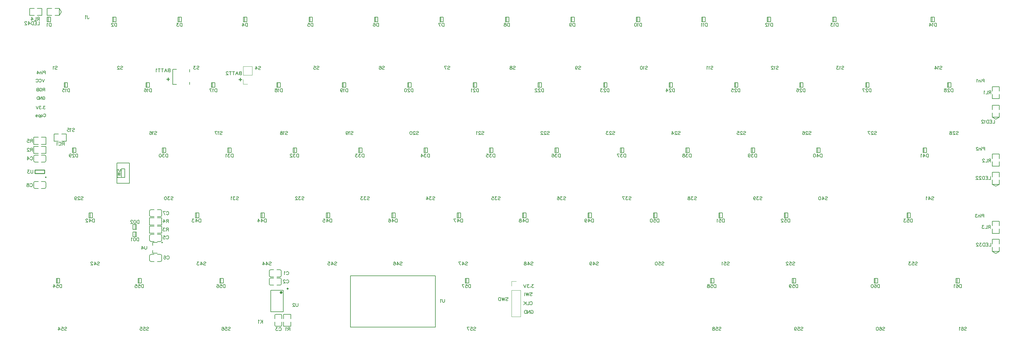
<source format=gbo>
G04 Layer: BottomSilkLayer*
G04 EasyEDA v6.1.51, Wed, 19 Jun 2019 13:06:47 GMT*
G04 66271e87440c4271b6eaadeb73023992,1972fb780e03461d8e8e980d21b9fed7,00*
G04 Gerber Generator version 0.2*
G04 Scale: 100 percent, Rotated: No, Reflected: No *
G04 Dimensions in inches *
G04 leading zeros omitted , absolute positions ,2 integer and 4 decimal *
%FSLAX24Y24*%
%MOIN*%
G90*
G70D02*

%ADD10C,0.010000*%
%ADD30C,0.007870*%
%ADD31C,0.009840*%
%ADD32C,0.005910*%
%ADD34C,0.004720*%
%ADD35C,0.015750*%
%ADD36C,0.011810*%
%ADD37C,0.007090*%

%LPD*%
G54D30*
G01X14849Y9408D02*
G01X14849Y9083D01*
G01X15401Y9083D01*
G01X15401Y10304D02*
G01X14849Y10304D01*
G01X14849Y9979D01*
G01X3648Y37207D02*
G01X4168Y37207D01*
G01X4382Y36800D01*
G01X4168Y36392D01*
G01X4168Y37207D01*
G01X3294Y36392D02*
G01X2774Y36392D01*
G01X2774Y37207D01*
G01X3294Y37207D01*
G01X4168Y36392D02*
G01X3648Y36392D01*
G01X111900Y9788D02*
G01X111900Y9269D01*
G01X111492Y9054D01*
G01X111085Y9269D01*
G01X111900Y9269D01*
G01X111085Y10143D02*
G01X111085Y10663D01*
G01X111900Y10663D01*
G01X111900Y10143D01*
G01X111085Y9269D02*
G01X111085Y9788D01*
G01X111900Y16982D02*
G01X111492Y16768D01*
G01X111085Y16982D01*
G01X111900Y16982D01*
G01X111900Y17502D01*
G01X111900Y17856D02*
G01X111900Y18376D01*
G01X111085Y18376D01*
G01X111085Y17856D01*
G01X111085Y16982D02*
G01X111085Y17502D01*
G01X111900Y25215D02*
G01X111900Y24696D01*
G01X111492Y24481D01*
G01X111085Y24696D01*
G01X111900Y24696D01*
G01X111085Y25570D02*
G01X111085Y26089D01*
G01X111900Y26089D01*
G01X111900Y25570D01*
G01X111085Y24696D02*
G01X111085Y25215D01*
G01X111085Y12232D02*
G01X111085Y12752D01*
G01X111900Y12752D01*
G01X111900Y12232D01*
G01X111085Y11878D02*
G01X111085Y11358D01*
G01X111900Y11358D01*
G01X111900Y11878D01*
G01X111092Y19948D02*
G01X111092Y20468D01*
G01X111906Y20468D01*
G01X111906Y19948D01*
G01X111092Y19594D02*
G01X111092Y19074D01*
G01X111906Y19074D01*
G01X111906Y19594D01*
G01X111085Y27350D02*
G01X111085Y26830D01*
G01X111900Y26830D01*
G01X111900Y27350D01*
G01X111900Y27704D02*
G01X111900Y28224D01*
G01X111085Y28224D01*
G01X111085Y27704D01*
G54D32*
G01X19094Y29899D02*
G01X19094Y30198D01*
G01X19094Y28465D02*
G01X19094Y28741D01*
G01X19094Y28741D01*
G01X17594Y30198D02*
G01X17165Y30198D01*
G01X17165Y28465D01*
G01X17598Y28465D01*
G01X17598Y28465D01*
G54D34*
G01X56519Y5826D02*
G01X55995Y5826D01*
G01X55995Y5303D01*
G01X55995Y4803D02*
G01X55995Y1779D01*
G01X57042Y1779D01*
G01X57042Y4803D01*
G01X55995Y4803D01*
G54D32*
G01X37514Y6481D02*
G01X37514Y576D01*
G01X47277Y576D01*
G01X47277Y6481D01*
G01X37514Y6481D01*
G54D34*
G01X26261Y29526D02*
G01X25214Y29526D01*
G01X25214Y30549D01*
G01X26261Y30549D01*
G01X26261Y29526D01*
G01X25214Y29026D02*
G01X25214Y28502D01*
G01X25737Y28502D01*
G54D30*
G01X28372Y6349D02*
G01X28734Y6349D01*
G01X29089Y6349D02*
G01X29451Y6349D01*
G01X29089Y7164D02*
G01X29451Y7164D01*
G01X29608Y7007D02*
G01X29608Y6507D01*
G01X28372Y7164D02*
G01X28734Y7164D01*
G01X28214Y7007D02*
G01X28214Y6507D01*
G01X28372Y5395D02*
G01X28734Y5395D01*
G01X29089Y5395D02*
G01X29451Y5395D01*
G01X29089Y6210D02*
G01X29451Y6210D01*
G01X29608Y6053D02*
G01X29608Y5553D01*
G01X28372Y6210D02*
G01X28734Y6210D01*
G01X28214Y6053D02*
G01X28214Y5553D01*
G01X28851Y1895D02*
G01X28851Y1533D01*
G01X28851Y1179D02*
G01X28851Y817D01*
G01X29666Y1179D02*
G01X29666Y817D01*
G01X29509Y659D02*
G01X29009Y659D01*
G01X29666Y1895D02*
G01X29666Y1533D01*
G01X29509Y2053D02*
G01X29009Y2053D01*
G01X1383Y19536D02*
G01X1745Y19536D01*
G01X2100Y19536D02*
G01X2462Y19536D01*
G01X2100Y20351D02*
G01X2462Y20351D01*
G01X2619Y20193D02*
G01X2619Y19693D01*
G01X1383Y20351D02*
G01X1745Y20351D01*
G01X1226Y20193D02*
G01X1226Y19693D01*
G01X14665Y10420D02*
G01X15027Y10420D01*
G01X15381Y10420D02*
G01X15743Y10420D01*
G01X15381Y11235D02*
G01X15743Y11235D01*
G01X15901Y11078D02*
G01X15901Y10578D01*
G01X14665Y11235D02*
G01X15027Y11235D01*
G01X14507Y11078D02*
G01X14507Y10578D01*
G01X15743Y8929D02*
G01X15381Y8929D01*
G01X15027Y8929D02*
G01X14665Y8929D01*
G01X15027Y8114D02*
G01X14665Y8114D01*
G01X14507Y8272D02*
G01X14507Y8772D01*
G01X15743Y8114D02*
G01X15381Y8114D01*
G01X15901Y8272D02*
G01X15901Y8772D01*
G01X15743Y14079D02*
G01X15381Y14079D01*
G01X15027Y14079D02*
G01X14665Y14079D01*
G01X15027Y13264D02*
G01X14665Y13264D01*
G01X14507Y13421D02*
G01X14507Y13921D01*
G01X15743Y13264D02*
G01X15381Y13264D01*
G01X15901Y13421D02*
G01X15901Y13921D01*
G01X1383Y16506D02*
G01X1745Y16506D01*
G01X2100Y16506D02*
G01X2462Y16506D01*
G01X2100Y17321D02*
G01X2462Y17321D01*
G01X2619Y17164D02*
G01X2619Y16664D01*
G01X1383Y17321D02*
G01X1745Y17321D01*
G01X1226Y17164D02*
G01X1226Y16664D01*
G01X2889Y36221D02*
G01X2889Y35670D01*
G01X3164Y35670D02*
G01X3164Y36221D01*
G01X2771Y36221D01*
G01X2771Y35670D01*
G01X3164Y35670D01*
G01X10391Y36221D02*
G01X10391Y35670D01*
G01X10666Y35670D02*
G01X10666Y36221D01*
G01X10273Y36221D01*
G01X10273Y35670D01*
G01X10666Y35670D01*
G01X17893Y36221D02*
G01X17893Y35670D01*
G01X18168Y35670D02*
G01X18168Y36221D01*
G01X17775Y36221D01*
G01X17775Y35670D01*
G01X18168Y35670D01*
G01X25395Y36221D02*
G01X25395Y35670D01*
G01X25670Y35670D02*
G01X25670Y36221D01*
G01X25277Y36221D01*
G01X25277Y35670D01*
G01X25670Y35670D01*
G01X32897Y36221D02*
G01X32897Y35670D01*
G01X33172Y35670D02*
G01X33172Y36221D01*
G01X32779Y36221D01*
G01X32779Y35670D01*
G01X33172Y35670D01*
G01X40399Y36221D02*
G01X40399Y35670D01*
G01X40674Y35670D02*
G01X40674Y36221D01*
G01X40281Y36221D01*
G01X40281Y35670D01*
G01X40674Y35670D01*
G01X47901Y36221D02*
G01X47901Y35670D01*
G01X48177Y35670D02*
G01X48177Y36221D01*
G01X47783Y36221D01*
G01X47783Y35670D01*
G01X48177Y35670D01*
G01X55403Y36221D02*
G01X55403Y35670D01*
G01X55679Y35670D02*
G01X55679Y36221D01*
G01X55285Y36221D01*
G01X55285Y35670D01*
G01X55679Y35670D01*
G01X62905Y36221D02*
G01X62905Y35670D01*
G01X63180Y35670D02*
G01X63180Y36221D01*
G01X62787Y36221D01*
G01X62787Y35670D01*
G01X63180Y35670D01*
G01X70407Y36221D02*
G01X70407Y35670D01*
G01X70683Y35670D02*
G01X70683Y36221D01*
G01X70289Y36221D01*
G01X70289Y35670D01*
G01X70683Y35670D01*
G01X77909Y36221D02*
G01X77909Y35670D01*
G01X78185Y35670D02*
G01X78185Y36221D01*
G01X77791Y36221D01*
G01X77791Y35670D01*
G01X78185Y35670D01*
G01X85411Y36221D02*
G01X85411Y35670D01*
G01X85687Y35670D02*
G01X85687Y36221D01*
G01X85293Y36221D01*
G01X85293Y35670D01*
G01X85687Y35670D01*
G01X92914Y36221D02*
G01X92914Y35670D01*
G01X93189Y35670D02*
G01X93189Y36221D01*
G01X92795Y36221D01*
G01X92795Y35670D01*
G01X93189Y35670D01*
G01X104188Y36221D02*
G01X104188Y35670D01*
G01X104464Y35670D02*
G01X104464Y36221D01*
G01X104070Y36221D01*
G01X104070Y35670D01*
G01X104464Y35670D01*
G01X4835Y28687D02*
G01X4835Y28136D01*
G01X5110Y28136D02*
G01X5110Y28687D01*
G01X4717Y28687D01*
G01X4717Y28136D01*
G01X5110Y28136D01*
G01X14210Y28687D02*
G01X14210Y28136D01*
G01X14486Y28136D02*
G01X14486Y28687D01*
G01X14092Y28687D01*
G01X14092Y28136D01*
G01X14486Y28136D01*
G01X21709Y28687D02*
G01X21709Y28136D01*
G01X21985Y28136D02*
G01X21985Y28687D01*
G01X21591Y28687D01*
G01X21591Y28136D01*
G01X21985Y28136D01*
G01X29209Y28687D02*
G01X29209Y28136D01*
G01X29484Y28136D02*
G01X29484Y28687D01*
G01X29090Y28687D01*
G01X29090Y28136D01*
G01X29484Y28136D01*
G01X36708Y28687D02*
G01X36708Y28136D01*
G01X36984Y28136D02*
G01X36984Y28687D01*
G01X36590Y28687D01*
G01X36590Y28136D01*
G01X36984Y28136D01*
G01X44207Y28687D02*
G01X44207Y28136D01*
G01X44483Y28136D02*
G01X44483Y28687D01*
G01X44089Y28687D01*
G01X44089Y28136D01*
G01X44483Y28136D01*
G01X51706Y28687D02*
G01X51706Y28136D01*
G01X51982Y28136D02*
G01X51982Y28687D01*
G01X51588Y28687D01*
G01X51588Y28136D01*
G01X51982Y28136D01*
G01X59159Y28687D02*
G01X59159Y28136D01*
G01X59435Y28136D02*
G01X59435Y28687D01*
G01X59041Y28687D01*
G01X59041Y28136D01*
G01X59435Y28136D01*
G01X66663Y28687D02*
G01X66663Y28136D01*
G01X66938Y28136D02*
G01X66938Y28687D01*
G01X66545Y28687D01*
G01X66545Y28136D01*
G01X66938Y28136D01*
G01X74167Y28687D02*
G01X74167Y28136D01*
G01X74442Y28136D02*
G01X74442Y28687D01*
G01X74049Y28687D01*
G01X74049Y28136D01*
G01X74442Y28136D01*
G01X81663Y28687D02*
G01X81663Y28136D01*
G01X81938Y28136D02*
G01X81938Y28687D01*
G01X81545Y28687D01*
G01X81545Y28136D01*
G01X81938Y28136D01*
G01X89131Y28687D02*
G01X89131Y28136D01*
G01X89407Y28136D02*
G01X89407Y28687D01*
G01X89013Y28687D01*
G01X89013Y28136D01*
G01X89407Y28136D01*
G01X96702Y28687D02*
G01X96702Y28136D01*
G01X96978Y28136D02*
G01X96978Y28687D01*
G01X96584Y28687D01*
G01X96584Y28136D01*
G01X96978Y28136D01*
G01X106076Y28687D02*
G01X106076Y28136D01*
G01X106352Y28136D02*
G01X106352Y28687D01*
G01X105958Y28687D01*
G01X105958Y28136D01*
G01X106352Y28136D01*
G01X5771Y21190D02*
G01X5771Y20639D01*
G01X6047Y20639D02*
G01X6047Y21190D01*
G01X5653Y21190D01*
G01X5653Y20639D01*
G01X6047Y20639D01*
G01X16086Y21190D02*
G01X16086Y20639D01*
G01X16362Y20639D02*
G01X16362Y21190D01*
G01X15968Y21190D01*
G01X15968Y20639D01*
G01X16362Y20639D01*
G01X23586Y21190D02*
G01X23586Y20639D01*
G01X23862Y20639D02*
G01X23862Y21190D01*
G01X23468Y21190D01*
G01X23468Y20639D01*
G01X23862Y20639D01*
G01X31086Y21190D02*
G01X31086Y20639D01*
G01X31361Y20639D02*
G01X31361Y21190D01*
G01X30968Y21190D01*
G01X30968Y20639D01*
G01X31361Y20639D01*
G01X38585Y21190D02*
G01X38585Y20639D01*
G01X38861Y20639D02*
G01X38861Y21190D01*
G01X38467Y21190D01*
G01X38467Y20639D01*
G01X38861Y20639D01*
G01X46085Y21190D02*
G01X46085Y20639D01*
G01X46361Y20639D02*
G01X46361Y21190D01*
G01X45967Y21190D01*
G01X45967Y20639D01*
G01X46361Y20639D01*
G01X53585Y21190D02*
G01X53585Y20639D01*
G01X53860Y20639D02*
G01X53860Y21190D01*
G01X53466Y21190D01*
G01X53466Y20639D01*
G01X53860Y20639D01*
G01X61084Y21190D02*
G01X61084Y20639D01*
G01X61360Y20639D02*
G01X61360Y21190D01*
G01X60966Y21190D01*
G01X60966Y20639D01*
G01X61360Y20639D01*
G01X68584Y21190D02*
G01X68584Y20639D01*
G01X68859Y20639D02*
G01X68859Y21190D01*
G01X68466Y21190D01*
G01X68466Y20639D01*
G01X68859Y20639D01*
G01X76083Y21190D02*
G01X76083Y20639D01*
G01X76359Y20639D02*
G01X76359Y21190D01*
G01X75965Y21190D01*
G01X75965Y20639D01*
G01X76359Y20639D01*
G01X83583Y21190D02*
G01X83583Y20639D01*
G01X83858Y20639D02*
G01X83858Y21190D01*
G01X83465Y21190D01*
G01X83465Y20639D01*
G01X83858Y20639D01*
G01X91083Y21190D02*
G01X91083Y20639D01*
G01X91358Y20639D02*
G01X91358Y21190D01*
G01X90964Y21190D01*
G01X90964Y20639D01*
G01X91358Y20639D01*
G01X103271Y21190D02*
G01X103271Y20639D01*
G01X103547Y20639D02*
G01X103547Y21190D01*
G01X103153Y21190D01*
G01X103153Y20639D01*
G01X103547Y20639D01*
G01X7687Y13709D02*
G01X7687Y13158D01*
G01X7963Y13158D02*
G01X7963Y13709D01*
G01X7569Y13709D01*
G01X7569Y13158D01*
G01X7963Y13158D01*
G01X19880Y13709D02*
G01X19880Y13158D01*
G01X20156Y13158D02*
G01X20156Y13709D01*
G01X19762Y13709D01*
G01X19762Y13158D01*
G01X20156Y13158D01*
G01X27380Y13709D02*
G01X27380Y13158D01*
G01X27655Y13158D02*
G01X27655Y13709D01*
G01X27262Y13709D01*
G01X27262Y13158D01*
G01X27655Y13158D01*
G01X34879Y13709D02*
G01X34879Y13158D01*
G01X35155Y13158D02*
G01X35155Y13709D01*
G01X34761Y13709D01*
G01X34761Y13158D01*
G01X35155Y13158D01*
G01X42379Y13709D02*
G01X42379Y13158D01*
G01X42655Y13158D02*
G01X42655Y13709D01*
G01X42261Y13709D01*
G01X42261Y13158D01*
G01X42655Y13158D01*
G01X49879Y13709D02*
G01X49879Y13158D01*
G01X50154Y13158D02*
G01X50154Y13709D01*
G01X49761Y13709D01*
G01X49761Y13158D01*
G01X50154Y13158D01*
G01X57378Y13709D02*
G01X57378Y13158D01*
G01X57653Y13158D02*
G01X57653Y13709D01*
G01X57260Y13709D01*
G01X57260Y13158D01*
G01X57653Y13158D01*
G01X64877Y13709D02*
G01X64877Y13158D01*
G01X65153Y13158D02*
G01X65153Y13709D01*
G01X64759Y13709D01*
G01X64759Y13158D01*
G01X65153Y13158D01*
G01X72377Y13709D02*
G01X72377Y13158D01*
G01X72653Y13158D02*
G01X72653Y13709D01*
G01X72259Y13709D01*
G01X72259Y13158D01*
G01X72653Y13158D01*
G01X79877Y13709D02*
G01X79877Y13158D01*
G01X80152Y13158D02*
G01X80152Y13709D01*
G01X79758Y13709D01*
G01X79758Y13158D01*
G01X80152Y13158D01*
G01X87376Y13709D02*
G01X87376Y13158D01*
G01X87652Y13158D02*
G01X87652Y13709D01*
G01X87258Y13709D01*
G01X87258Y13158D01*
G01X87652Y13158D01*
G01X101431Y13709D02*
G01X101431Y13158D01*
G01X101707Y13158D02*
G01X101707Y13709D01*
G01X101313Y13709D01*
G01X101313Y13158D01*
G01X101707Y13158D01*
G01X3930Y6181D02*
G01X3930Y5630D01*
G01X4206Y5630D02*
G01X4206Y6181D01*
G01X3812Y6181D01*
G01X3812Y5630D01*
G01X4206Y5630D01*
G01X13300Y6181D02*
G01X13300Y5630D01*
G01X13575Y5630D02*
G01X13575Y6181D01*
G01X13182Y6181D01*
G01X13182Y5630D01*
G01X13575Y5630D01*
G01X22670Y6181D02*
G01X22670Y5630D01*
G01X22945Y5630D02*
G01X22945Y6181D01*
G01X22552Y6181D01*
G01X22552Y5630D01*
G01X22945Y5630D01*
G01X50803Y6181D02*
G01X50803Y5630D01*
G01X51079Y5630D02*
G01X51079Y6181D01*
G01X50685Y6181D01*
G01X50685Y5630D01*
G01X51079Y5630D01*
G01X78918Y6181D02*
G01X78918Y5630D01*
G01X79194Y5630D02*
G01X79194Y6181D01*
G01X78800Y6181D01*
G01X78800Y5630D01*
G01X79194Y5630D01*
G01X88295Y6181D02*
G01X88295Y5630D01*
G01X88570Y5630D02*
G01X88570Y6181D01*
G01X88177Y6181D01*
G01X88177Y5630D01*
G01X88570Y5630D01*
G01X97671Y6181D02*
G01X97671Y5630D01*
G01X97947Y5630D02*
G01X97947Y6181D01*
G01X97553Y6181D01*
G01X97553Y5630D01*
G01X97947Y5630D01*
G01X107047Y6181D02*
G01X107047Y5630D01*
G01X107323Y5630D02*
G01X107323Y6181D01*
G01X106929Y6181D01*
G01X106929Y5630D01*
G01X107323Y5630D01*
G01X30679Y1179D02*
G01X30679Y659D01*
G01X29864Y659D01*
G01X29864Y1179D01*
G01X30679Y1533D02*
G01X30679Y2053D01*
G01X29864Y2053D01*
G01X29864Y1533D01*
G01X1745Y20539D02*
G01X1226Y20539D01*
G01X1226Y21354D01*
G01X1745Y21354D01*
G01X2100Y20539D02*
G01X2619Y20539D01*
G01X2619Y21354D01*
G01X2100Y21354D01*
G01X15381Y12185D02*
G01X15901Y12185D01*
G01X15901Y11370D01*
G01X15381Y11370D01*
G01X15027Y12185D02*
G01X14507Y12185D01*
G01X14507Y11370D01*
G01X15027Y11370D01*
G01X15027Y12320D02*
G01X14507Y12320D01*
G01X14507Y13135D01*
G01X15027Y13135D01*
G01X15381Y12320D02*
G01X15901Y12320D01*
G01X15901Y13135D01*
G01X15381Y13135D01*
G54D32*
G01X11676Y18775D02*
G01X11276Y18775D01*
G01X11276Y17775D01*
G01X11676Y17775D01*
G01X11676Y18775D01*
G01X10747Y19456D02*
G01X10747Y17094D01*
G01X12204Y17094D01*
G01X12204Y19456D01*
G01X10747Y19456D01*
G54D30*
G01X28402Y2352D02*
G01X28402Y4793D01*
G01X29820Y4793D01*
G01X29820Y2352D01*
G01X28402Y2352D01*
G54D10*
G01X1375Y18232D02*
G01X1375Y18626D01*
G01X2478Y18626D01*
G01X2478Y18232D01*
G01X1375Y18232D01*
G54D30*
G01X1745Y21578D02*
G01X1226Y21578D01*
G01X1226Y22393D01*
G01X1745Y22393D01*
G01X2100Y21578D02*
G01X2619Y21578D01*
G01X2619Y22393D01*
G01X2100Y22393D01*
G01X4432Y22766D02*
G01X4952Y22766D01*
G01X4952Y21951D01*
G01X4432Y21951D01*
G01X4078Y22766D02*
G01X3558Y22766D01*
G01X3558Y21951D01*
G01X4078Y21951D01*
G01X12867Y10960D02*
G01X12867Y11511D01*
G01X12592Y11511D02*
G01X12592Y10960D01*
G01X12985Y10960D01*
G01X12985Y11511D01*
G01X12592Y11511D01*
G01X12592Y11819D02*
G01X12985Y11819D01*
G01X12985Y12370D01*
G01X12592Y12370D01*
G01X12592Y11819D01*
G01X12867Y11819D02*
G01X12867Y12370D01*
G01X1283Y36392D02*
G01X763Y36392D01*
G01X763Y37207D01*
G01X1283Y37207D01*
G01X1637Y36392D02*
G01X2157Y36392D01*
G01X2157Y37207D01*
G01X1637Y37207D01*
G54D31*
G01X24898Y29196D02*
G01X24898Y28874D01*
G01X25059Y29035D02*
G01X24737Y29035D01*
G01X16615Y29246D02*
G01X16615Y28923D01*
G01X16776Y29085D02*
G01X16454Y29085D01*
G54D37*
G01X58207Y2420D02*
G01X58225Y2456D01*
G01X58261Y2492D01*
G01X58296Y2510D01*
G01X58368Y2510D01*
G01X58404Y2492D01*
G01X58440Y2456D01*
G01X58457Y2420D01*
G01X58475Y2366D01*
G01X58475Y2277D01*
G01X58457Y2223D01*
G01X58440Y2188D01*
G01X58404Y2152D01*
G01X58368Y2134D01*
G01X58296Y2134D01*
G01X58261Y2152D01*
G01X58225Y2188D01*
G01X58207Y2223D01*
G01X58207Y2277D01*
G01X58296Y2277D02*
G01X58207Y2277D01*
G01X58089Y2510D02*
G01X58089Y2134D01*
G01X58089Y2510D02*
G01X57838Y2134D01*
G01X57838Y2510D02*
G01X57838Y2134D01*
G01X57720Y2510D02*
G01X57720Y2134D01*
G01X57720Y2510D02*
G01X57595Y2510D01*
G01X57541Y2492D01*
G01X57505Y2456D01*
G01X57488Y2420D01*
G01X57470Y2366D01*
G01X57470Y2277D01*
G01X57488Y2223D01*
G01X57505Y2188D01*
G01X57541Y2152D01*
G01X57595Y2134D01*
G01X57720Y2134D01*
G01X58097Y3424D02*
G01X58115Y3460D01*
G01X58150Y3496D01*
G01X58186Y3514D01*
G01X58258Y3514D01*
G01X58294Y3496D01*
G01X58329Y3460D01*
G01X58347Y3424D01*
G01X58365Y3370D01*
G01X58365Y3281D01*
G01X58347Y3227D01*
G01X58329Y3191D01*
G01X58294Y3156D01*
G01X58258Y3138D01*
G01X58186Y3138D01*
G01X58150Y3156D01*
G01X58115Y3191D01*
G01X58097Y3227D01*
G01X57979Y3514D02*
G01X57979Y3138D01*
G01X57979Y3138D02*
G01X57764Y3138D01*
G01X57646Y3514D02*
G01X57646Y3138D01*
G01X57395Y3514D02*
G01X57646Y3263D01*
G01X57556Y3352D02*
G01X57395Y3138D01*
G01X58099Y4503D02*
G01X58135Y4539D01*
G01X58188Y4557D01*
G01X58260Y4557D01*
G01X58314Y4539D01*
G01X58350Y4503D01*
G01X58350Y4467D01*
G01X58332Y4432D01*
G01X58314Y4414D01*
G01X58278Y4396D01*
G01X58171Y4360D01*
G01X58135Y4342D01*
G01X58117Y4324D01*
G01X58099Y4288D01*
G01X58099Y4235D01*
G01X58135Y4199D01*
G01X58188Y4181D01*
G01X58260Y4181D01*
G01X58314Y4199D01*
G01X58350Y4235D01*
G01X57981Y4557D02*
G01X57891Y4181D01*
G01X57802Y4557D02*
G01X57891Y4181D01*
G01X57802Y4557D02*
G01X57712Y4181D01*
G01X57623Y4557D02*
G01X57712Y4181D01*
G01X57505Y4557D02*
G01X57505Y4181D01*
G01X58517Y5485D02*
G01X58320Y5485D01*
G01X58428Y5341D01*
G01X58374Y5341D01*
G01X58338Y5323D01*
G01X58320Y5306D01*
G01X58303Y5252D01*
G01X58303Y5216D01*
G01X58320Y5162D01*
G01X58356Y5127D01*
G01X58410Y5109D01*
G01X58464Y5109D01*
G01X58517Y5127D01*
G01X58535Y5144D01*
G01X58553Y5180D01*
G01X58167Y5198D02*
G01X58184Y5180D01*
G01X58167Y5162D01*
G01X58149Y5180D01*
G01X58167Y5198D01*
G01X57995Y5485D02*
G01X57798Y5485D01*
G01X57905Y5341D01*
G01X57852Y5341D01*
G01X57816Y5323D01*
G01X57798Y5306D01*
G01X57780Y5252D01*
G01X57780Y5216D01*
G01X57798Y5162D01*
G01X57834Y5127D01*
G01X57887Y5109D01*
G01X57941Y5109D01*
G01X57995Y5127D01*
G01X58013Y5144D01*
G01X58031Y5180D01*
G01X57662Y5485D02*
G01X57519Y5109D01*
G01X57376Y5485D02*
G01X57519Y5109D01*
G54D32*
G01X14184Y9889D02*
G01X14184Y9621D01*
G01X14166Y9567D01*
G01X14130Y9532D01*
G01X14077Y9514D01*
G01X14041Y9514D01*
G01X13987Y9532D01*
G01X13951Y9567D01*
G01X13934Y9621D01*
G01X13934Y9889D01*
G01X13636Y9889D02*
G01X13815Y9639D01*
G01X13547Y9639D01*
G01X13636Y9889D02*
G01X13636Y9514D01*
G01X1876Y35699D02*
G01X1876Y35323D01*
G01X1876Y35323D02*
G01X1661Y35323D01*
G01X1543Y35699D02*
G01X1543Y35323D01*
G01X1543Y35699D02*
G01X1310Y35699D01*
G01X1543Y35520D02*
G01X1400Y35520D01*
G01X1543Y35323D02*
G01X1310Y35323D01*
G01X1192Y35699D02*
G01X1192Y35323D01*
G01X1192Y35699D02*
G01X1067Y35699D01*
G01X1013Y35681D01*
G01X977Y35646D01*
G01X959Y35610D01*
G01X941Y35556D01*
G01X941Y35467D01*
G01X959Y35413D01*
G01X977Y35377D01*
G01X1013Y35341D01*
G01X1067Y35323D01*
G01X1192Y35323D01*
G01X644Y35699D02*
G01X823Y35449D01*
G01X555Y35449D01*
G01X644Y35699D02*
G01X644Y35323D01*
G01X419Y35610D02*
G01X419Y35628D01*
G01X401Y35663D01*
G01X383Y35681D01*
G01X347Y35699D01*
G01X276Y35699D01*
G01X240Y35681D01*
G01X222Y35663D01*
G01X204Y35628D01*
G01X204Y35592D01*
G01X222Y35556D01*
G01X258Y35502D01*
G01X437Y35323D01*
G01X186Y35323D01*
G01X110930Y10244D02*
G01X110930Y9869D01*
G01X110930Y9869D02*
G01X110715Y9869D01*
G01X110597Y10244D02*
G01X110597Y9869D01*
G01X110597Y10244D02*
G01X110364Y10244D01*
G01X110597Y10065D02*
G01X110454Y10065D01*
G01X110597Y9869D02*
G01X110364Y9869D01*
G01X110246Y10244D02*
G01X110246Y9869D01*
G01X110246Y10244D02*
G01X110121Y10244D01*
G01X110067Y10226D01*
G01X110031Y10191D01*
G01X110014Y10155D01*
G01X109996Y10101D01*
G01X109996Y10012D01*
G01X110014Y9958D01*
G01X110031Y9922D01*
G01X110067Y9886D01*
G01X110121Y9869D01*
G01X110246Y9869D01*
G01X109842Y10244D02*
G01X109645Y10244D01*
G01X109752Y10101D01*
G01X109699Y10101D01*
G01X109663Y10083D01*
G01X109645Y10065D01*
G01X109627Y10012D01*
G01X109627Y9976D01*
G01X109645Y9922D01*
G01X109681Y9886D01*
G01X109734Y9869D01*
G01X109788Y9869D01*
G01X109842Y9886D01*
G01X109860Y9904D01*
G01X109878Y9940D01*
G01X109491Y10155D02*
G01X109491Y10173D01*
G01X109473Y10209D01*
G01X109455Y10226D01*
G01X109419Y10244D01*
G01X109348Y10244D01*
G01X109312Y10226D01*
G01X109294Y10209D01*
G01X109276Y10173D01*
G01X109276Y10137D01*
G01X109294Y10101D01*
G01X109330Y10048D01*
G01X109509Y9869D01*
G01X109258Y9869D01*
G01X110881Y17913D02*
G01X110881Y17537D01*
G01X110881Y17537D02*
G01X110666Y17537D01*
G01X110548Y17913D02*
G01X110548Y17537D01*
G01X110548Y17913D02*
G01X110315Y17913D01*
G01X110548Y17734D02*
G01X110405Y17734D01*
G01X110548Y17537D02*
G01X110315Y17537D01*
G01X110197Y17913D02*
G01X110197Y17537D01*
G01X110197Y17913D02*
G01X110072Y17913D01*
G01X110018Y17895D01*
G01X109982Y17859D01*
G01X109965Y17823D01*
G01X109947Y17770D01*
G01X109947Y17680D01*
G01X109965Y17626D01*
G01X109982Y17591D01*
G01X110018Y17555D01*
G01X110072Y17537D01*
G01X110197Y17537D01*
G01X109811Y17823D02*
G01X109811Y17841D01*
G01X109793Y17877D01*
G01X109775Y17895D01*
G01X109739Y17913D01*
G01X109667Y17913D01*
G01X109632Y17895D01*
G01X109614Y17877D01*
G01X109596Y17841D01*
G01X109596Y17805D01*
G01X109614Y17770D01*
G01X109650Y17716D01*
G01X109829Y17537D01*
G01X109578Y17537D01*
G01X109442Y17823D02*
G01X109442Y17841D01*
G01X109424Y17877D01*
G01X109406Y17895D01*
G01X109370Y17913D01*
G01X109299Y17913D01*
G01X109263Y17895D01*
G01X109245Y17877D01*
G01X109227Y17841D01*
G01X109227Y17805D01*
G01X109245Y17770D01*
G01X109281Y17716D01*
G01X109460Y17537D01*
G01X109209Y17537D01*
G01X111363Y24377D02*
G01X111363Y24002D01*
G01X111363Y24002D02*
G01X111148Y24002D01*
G01X111030Y24377D02*
G01X111030Y24002D01*
G01X111030Y24377D02*
G01X110797Y24377D01*
G01X111030Y24198D02*
G01X110887Y24198D01*
G01X111030Y24002D02*
G01X110797Y24002D01*
G01X110679Y24377D02*
G01X110679Y24002D01*
G01X110679Y24377D02*
G01X110554Y24377D01*
G01X110500Y24359D01*
G01X110464Y24324D01*
G01X110447Y24288D01*
G01X110429Y24234D01*
G01X110429Y24145D01*
G01X110447Y24091D01*
G01X110464Y24055D01*
G01X110500Y24019D01*
G01X110554Y24002D01*
G01X110679Y24002D01*
G01X110311Y24306D02*
G01X110275Y24324D01*
G01X110221Y24377D01*
G01X110221Y24002D01*
G01X110085Y24288D02*
G01X110085Y24306D01*
G01X110067Y24342D01*
G01X110049Y24359D01*
G01X110013Y24377D01*
G01X109942Y24377D01*
G01X109906Y24359D01*
G01X109888Y24342D01*
G01X109870Y24306D01*
G01X109870Y24270D01*
G01X109888Y24234D01*
G01X109924Y24181D01*
G01X110103Y24002D01*
G01X109852Y24002D01*
G01X110869Y12269D02*
G01X110869Y11894D01*
G01X110869Y12269D02*
G01X110708Y12269D01*
G01X110654Y12252D01*
G01X110636Y12234D01*
G01X110619Y12198D01*
G01X110619Y12162D01*
G01X110636Y12126D01*
G01X110654Y12108D01*
G01X110708Y12090D01*
G01X110869Y12090D01*
G01X110744Y12090D02*
G01X110619Y11894D01*
G01X110500Y12269D02*
G01X110500Y11894D01*
G01X110500Y11894D02*
G01X110286Y11894D01*
G01X110132Y12269D02*
G01X109935Y12269D01*
G01X110042Y12126D01*
G01X109989Y12126D01*
G01X109953Y12108D01*
G01X109935Y12090D01*
G01X109917Y12037D01*
G01X109917Y12001D01*
G01X109935Y11947D01*
G01X109971Y11912D01*
G01X110024Y11894D01*
G01X110078Y11894D01*
G01X110132Y11912D01*
G01X110150Y11929D01*
G01X110168Y11965D01*
G01X110908Y19907D02*
G01X110908Y19531D01*
G01X110908Y19907D02*
G01X110747Y19907D01*
G01X110694Y19889D01*
G01X110676Y19871D01*
G01X110658Y19836D01*
G01X110658Y19800D01*
G01X110676Y19764D01*
G01X110694Y19746D01*
G01X110747Y19728D01*
G01X110908Y19728D01*
G01X110783Y19728D02*
G01X110658Y19531D01*
G01X110540Y19907D02*
G01X110540Y19531D01*
G01X110540Y19531D02*
G01X110325Y19531D01*
G01X110189Y19818D02*
G01X110189Y19836D01*
G01X110171Y19871D01*
G01X110153Y19889D01*
G01X110117Y19907D01*
G01X110046Y19907D01*
G01X110010Y19889D01*
G01X109992Y19871D01*
G01X109974Y19836D01*
G01X109974Y19800D01*
G01X109992Y19764D01*
G01X110028Y19710D01*
G01X110207Y19531D01*
G01X109956Y19531D01*
G01X110941Y27746D02*
G01X110941Y27370D01*
G01X110941Y27746D02*
G01X110780Y27746D01*
G01X110726Y27728D01*
G01X110708Y27710D01*
G01X110691Y27674D01*
G01X110691Y27638D01*
G01X110708Y27603D01*
G01X110726Y27585D01*
G01X110780Y27567D01*
G01X110941Y27567D01*
G01X110816Y27567D02*
G01X110691Y27370D01*
G01X110572Y27746D02*
G01X110572Y27370D01*
G01X110572Y27370D02*
G01X110358Y27370D01*
G01X110240Y27674D02*
G01X110204Y27692D01*
G01X110150Y27746D01*
G01X110150Y27370D01*
G01X7372Y36398D02*
G01X7372Y36112D01*
G01X7390Y36058D01*
G01X7407Y36040D01*
G01X7443Y36023D01*
G01X7479Y36023D01*
G01X7515Y36040D01*
G01X7533Y36058D01*
G01X7551Y36112D01*
G01X7551Y36148D01*
G01X7254Y36327D02*
G01X7218Y36345D01*
G01X7164Y36398D01*
G01X7164Y36023D01*
G01X16875Y30285D02*
G01X16875Y29909D01*
G01X16875Y30285D02*
G01X16714Y30285D01*
G01X16661Y30267D01*
G01X16643Y30249D01*
G01X16625Y30213D01*
G01X16625Y30177D01*
G01X16643Y30141D01*
G01X16661Y30123D01*
G01X16714Y30106D01*
G01X16875Y30106D02*
G01X16714Y30106D01*
G01X16661Y30088D01*
G01X16643Y30070D01*
G01X16625Y30034D01*
G01X16625Y29980D01*
G01X16643Y29944D01*
G01X16661Y29927D01*
G01X16714Y29909D01*
G01X16875Y29909D01*
G01X16364Y30285D02*
G01X16507Y29909D01*
G01X16364Y30285D02*
G01X16220Y29909D01*
G01X16453Y30034D02*
G01X16274Y30034D01*
G01X15977Y30285D02*
G01X15977Y29909D01*
G01X16102Y30285D02*
G01X15852Y30285D01*
G01X15608Y30285D02*
G01X15608Y29909D01*
G01X15734Y30285D02*
G01X15483Y30285D01*
G01X15365Y30213D02*
G01X15329Y30231D01*
G01X15276Y30285D01*
G01X15276Y29909D01*
G01X55332Y3932D02*
G01X55368Y3967D01*
G01X55421Y3985D01*
G01X55493Y3985D01*
G01X55547Y3967D01*
G01X55582Y3932D01*
G01X55582Y3896D01*
G01X55565Y3860D01*
G01X55547Y3842D01*
G01X55511Y3824D01*
G01X55403Y3788D01*
G01X55368Y3771D01*
G01X55350Y3753D01*
G01X55332Y3717D01*
G01X55332Y3663D01*
G01X55368Y3627D01*
G01X55421Y3610D01*
G01X55493Y3610D01*
G01X55547Y3627D01*
G01X55582Y3663D01*
G01X55214Y3985D02*
G01X55124Y3610D01*
G01X55035Y3985D02*
G01X55124Y3610D01*
G01X55035Y3985D02*
G01X54945Y3610D01*
G01X54856Y3985D02*
G01X54945Y3610D01*
G01X54738Y3985D02*
G01X54738Y3610D01*
G01X54738Y3985D02*
G01X54612Y3985D01*
G01X54559Y3967D01*
G01X54523Y3932D01*
G01X54505Y3896D01*
G01X54487Y3842D01*
G01X54487Y3753D01*
G01X54505Y3699D01*
G01X54523Y3663D01*
G01X54559Y3627D01*
G01X54612Y3610D01*
G01X54738Y3610D01*
G01X48329Y3790D02*
G01X48329Y3522D01*
G01X48311Y3468D01*
G01X48275Y3432D01*
G01X48221Y3415D01*
G01X48185Y3415D01*
G01X48132Y3432D01*
G01X48096Y3468D01*
G01X48078Y3522D01*
G01X48078Y3790D01*
G01X47960Y3719D02*
G01X47924Y3737D01*
G01X47870Y3790D01*
G01X47870Y3415D01*
G01X25033Y29953D02*
G01X25033Y29578D01*
G01X25033Y29953D02*
G01X24872Y29953D01*
G01X24818Y29935D01*
G01X24800Y29918D01*
G01X24782Y29882D01*
G01X24782Y29846D01*
G01X24800Y29810D01*
G01X24818Y29792D01*
G01X24872Y29774D01*
G01X25033Y29774D02*
G01X24872Y29774D01*
G01X24818Y29757D01*
G01X24800Y29739D01*
G01X24782Y29703D01*
G01X24782Y29649D01*
G01X24800Y29613D01*
G01X24818Y29595D01*
G01X24872Y29578D01*
G01X25033Y29578D01*
G01X24521Y29953D02*
G01X24664Y29578D01*
G01X24521Y29953D02*
G01X24378Y29578D01*
G01X24611Y29703D02*
G01X24432Y29703D01*
G01X24135Y29953D02*
G01X24135Y29578D01*
G01X24260Y29953D02*
G01X24009Y29953D01*
G01X23766Y29953D02*
G01X23766Y29578D01*
G01X23891Y29953D02*
G01X23641Y29953D01*
G01X23505Y29864D02*
G01X23505Y29882D01*
G01X23487Y29918D01*
G01X23469Y29935D01*
G01X23433Y29953D01*
G01X23361Y29953D01*
G01X23326Y29935D01*
G01X23308Y29918D01*
G01X23290Y29882D01*
G01X23290Y29846D01*
G01X23308Y29810D01*
G01X23344Y29757D01*
G01X23523Y29578D01*
G01X23272Y29578D01*
G01X30181Y6880D02*
G01X30199Y6916D01*
G01X30235Y6952D01*
G01X30271Y6970D01*
G01X30342Y6970D01*
G01X30378Y6952D01*
G01X30414Y6916D01*
G01X30432Y6880D01*
G01X30450Y6827D01*
G01X30450Y6737D01*
G01X30432Y6683D01*
G01X30414Y6648D01*
G01X30378Y6612D01*
G01X30342Y6594D01*
G01X30271Y6594D01*
G01X30235Y6612D01*
G01X30199Y6648D01*
G01X30181Y6683D01*
G01X30063Y6898D02*
G01X30027Y6916D01*
G01X29973Y6970D01*
G01X29973Y6594D01*
G01X30181Y5926D02*
G01X30199Y5962D01*
G01X30235Y5998D01*
G01X30271Y6016D01*
G01X30342Y6016D01*
G01X30378Y5998D01*
G01X30414Y5962D01*
G01X30432Y5926D01*
G01X30450Y5873D01*
G01X30450Y5783D01*
G01X30432Y5730D01*
G01X30414Y5694D01*
G01X30378Y5658D01*
G01X30342Y5640D01*
G01X30271Y5640D01*
G01X30235Y5658D01*
G01X30199Y5694D01*
G01X30181Y5730D01*
G01X30045Y5926D02*
G01X30045Y5944D01*
G01X30027Y5980D01*
G01X30009Y5998D01*
G01X29973Y6016D01*
G01X29902Y6016D01*
G01X29866Y5998D01*
G01X29848Y5980D01*
G01X29830Y5944D01*
G01X29830Y5908D01*
G01X29848Y5873D01*
G01X29884Y5819D01*
G01X30063Y5640D01*
G01X29812Y5640D01*
G01X29331Y452D02*
G01X29349Y488D01*
G01X29385Y523D01*
G01X29421Y541D01*
G01X29493Y541D01*
G01X29528Y523D01*
G01X29564Y488D01*
G01X29582Y452D01*
G01X29600Y398D01*
G01X29600Y309D01*
G01X29582Y255D01*
G01X29564Y219D01*
G01X29528Y183D01*
G01X29493Y166D01*
G01X29421Y166D01*
G01X29385Y183D01*
G01X29349Y219D01*
G01X29331Y255D01*
G01X29178Y541D02*
G01X28981Y541D01*
G01X29088Y398D01*
G01X29034Y398D01*
G01X28999Y380D01*
G01X28981Y362D01*
G01X28963Y309D01*
G01X28963Y273D01*
G01X28981Y219D01*
G01X29017Y183D01*
G01X29070Y166D01*
G01X29124Y166D01*
G01X29178Y183D01*
G01X29195Y201D01*
G01X29213Y237D01*
G01X834Y20074D02*
G01X852Y20110D01*
G01X888Y20146D01*
G01X924Y20164D01*
G01X995Y20164D01*
G01X1031Y20146D01*
G01X1067Y20110D01*
G01X1085Y20074D01*
G01X1103Y20020D01*
G01X1103Y19931D01*
G01X1085Y19877D01*
G01X1067Y19842D01*
G01X1031Y19806D01*
G01X995Y19788D01*
G01X924Y19788D01*
G01X888Y19806D01*
G01X852Y19842D01*
G01X834Y19877D01*
G01X537Y20164D02*
G01X716Y19913D01*
G01X448Y19913D01*
G01X537Y20164D02*
G01X537Y19788D01*
G01X16415Y10993D02*
G01X16433Y11029D01*
G01X16468Y11064D01*
G01X16504Y11082D01*
G01X16576Y11082D01*
G01X16612Y11064D01*
G01X16647Y11029D01*
G01X16665Y10993D01*
G01X16683Y10939D01*
G01X16683Y10850D01*
G01X16665Y10796D01*
G01X16647Y10760D01*
G01X16612Y10724D01*
G01X16576Y10707D01*
G01X16504Y10707D01*
G01X16468Y10724D01*
G01X16433Y10760D01*
G01X16415Y10796D01*
G01X16082Y11082D02*
G01X16261Y11082D01*
G01X16279Y10921D01*
G01X16261Y10939D01*
G01X16207Y10957D01*
G01X16153Y10957D01*
G01X16100Y10939D01*
G01X16064Y10903D01*
G01X16046Y10850D01*
G01X16046Y10814D01*
G01X16064Y10760D01*
G01X16100Y10724D01*
G01X16153Y10707D01*
G01X16207Y10707D01*
G01X16261Y10724D01*
G01X16279Y10742D01*
G01X16297Y10778D01*
G01X16483Y8676D02*
G01X16501Y8712D01*
G01X16536Y8748D01*
G01X16572Y8766D01*
G01X16644Y8766D01*
G01X16680Y8748D01*
G01X16715Y8712D01*
G01X16733Y8676D01*
G01X16751Y8622D01*
G01X16751Y8533D01*
G01X16733Y8479D01*
G01X16715Y8443D01*
G01X16680Y8408D01*
G01X16644Y8390D01*
G01X16572Y8390D01*
G01X16536Y8408D01*
G01X16501Y8443D01*
G01X16483Y8479D01*
G01X16150Y8712D02*
G01X16168Y8748D01*
G01X16221Y8766D01*
G01X16257Y8766D01*
G01X16311Y8748D01*
G01X16347Y8694D01*
G01X16365Y8604D01*
G01X16365Y8515D01*
G01X16347Y8443D01*
G01X16311Y8408D01*
G01X16257Y8390D01*
G01X16239Y8390D01*
G01X16186Y8408D01*
G01X16150Y8443D01*
G01X16132Y8497D01*
G01X16132Y8515D01*
G01X16150Y8569D01*
G01X16186Y8604D01*
G01X16239Y8622D01*
G01X16257Y8622D01*
G01X16311Y8604D01*
G01X16347Y8569D01*
G01X16365Y8515D01*
G01X16437Y13776D02*
G01X16455Y13812D01*
G01X16490Y13847D01*
G01X16526Y13865D01*
G01X16598Y13865D01*
G01X16634Y13847D01*
G01X16669Y13812D01*
G01X16687Y13776D01*
G01X16705Y13722D01*
G01X16705Y13633D01*
G01X16687Y13579D01*
G01X16669Y13543D01*
G01X16634Y13507D01*
G01X16598Y13490D01*
G01X16526Y13490D01*
G01X16490Y13507D01*
G01X16455Y13543D01*
G01X16437Y13579D01*
G01X16068Y13865D02*
G01X16247Y13490D01*
G01X16319Y13865D02*
G01X16068Y13865D01*
G01X810Y16995D02*
G01X828Y17031D01*
G01X864Y17067D01*
G01X900Y17084D01*
G01X971Y17084D01*
G01X1007Y17067D01*
G01X1043Y17031D01*
G01X1061Y16995D01*
G01X1079Y16941D01*
G01X1079Y16852D01*
G01X1061Y16798D01*
G01X1043Y16762D01*
G01X1007Y16727D01*
G01X971Y16709D01*
G01X900Y16709D01*
G01X864Y16727D01*
G01X828Y16762D01*
G01X810Y16798D01*
G01X603Y17084D02*
G01X656Y17067D01*
G01X674Y17031D01*
G01X674Y16995D01*
G01X656Y16959D01*
G01X620Y16941D01*
G01X549Y16923D01*
G01X495Y16905D01*
G01X459Y16870D01*
G01X442Y16834D01*
G01X442Y16780D01*
G01X459Y16744D01*
G01X477Y16727D01*
G01X531Y16709D01*
G01X603Y16709D01*
G01X656Y16727D01*
G01X674Y16744D01*
G01X692Y16780D01*
G01X692Y16834D01*
G01X674Y16870D01*
G01X638Y16905D01*
G01X585Y16923D01*
G01X513Y16941D01*
G01X477Y16959D01*
G01X459Y16995D01*
G01X459Y17031D01*
G01X477Y17067D01*
G01X531Y17084D01*
G01X603Y17084D01*
G01X3235Y35522D02*
G01X3235Y35147D01*
G01X3235Y35522D02*
G01X3110Y35522D01*
G01X3056Y35505D01*
G01X3021Y35469D01*
G01X3003Y35433D01*
G01X2985Y35379D01*
G01X2985Y35290D01*
G01X3003Y35236D01*
G01X3021Y35200D01*
G01X3056Y35165D01*
G01X3110Y35147D01*
G01X3235Y35147D01*
G01X2867Y35451D02*
G01X2831Y35469D01*
G01X2777Y35522D01*
G01X2777Y35147D01*
G01X10737Y35522D02*
G01X10737Y35147D01*
G01X10737Y35522D02*
G01X10612Y35522D01*
G01X10558Y35505D01*
G01X10523Y35469D01*
G01X10505Y35433D01*
G01X10487Y35379D01*
G01X10487Y35290D01*
G01X10505Y35236D01*
G01X10523Y35200D01*
G01X10558Y35165D01*
G01X10612Y35147D01*
G01X10737Y35147D01*
G01X10351Y35433D02*
G01X10351Y35451D01*
G01X10333Y35487D01*
G01X10315Y35505D01*
G01X10279Y35522D01*
G01X10208Y35522D01*
G01X10172Y35505D01*
G01X10154Y35487D01*
G01X10136Y35451D01*
G01X10136Y35415D01*
G01X10154Y35379D01*
G01X10190Y35326D01*
G01X10369Y35147D01*
G01X10118Y35147D01*
G01X18239Y35522D02*
G01X18239Y35147D01*
G01X18239Y35522D02*
G01X18114Y35522D01*
G01X18060Y35505D01*
G01X18025Y35469D01*
G01X18007Y35433D01*
G01X17989Y35379D01*
G01X17989Y35290D01*
G01X18007Y35236D01*
G01X18025Y35200D01*
G01X18060Y35165D01*
G01X18114Y35147D01*
G01X18239Y35147D01*
G01X17835Y35522D02*
G01X17638Y35522D01*
G01X17745Y35379D01*
G01X17692Y35379D01*
G01X17656Y35361D01*
G01X17638Y35343D01*
G01X17620Y35290D01*
G01X17620Y35254D01*
G01X17638Y35200D01*
G01X17674Y35165D01*
G01X17727Y35147D01*
G01X17781Y35147D01*
G01X17835Y35165D01*
G01X17853Y35182D01*
G01X17871Y35218D01*
G01X25741Y35522D02*
G01X25741Y35147D01*
G01X25741Y35522D02*
G01X25616Y35522D01*
G01X25562Y35505D01*
G01X25526Y35469D01*
G01X25509Y35433D01*
G01X25491Y35379D01*
G01X25491Y35290D01*
G01X25509Y35236D01*
G01X25526Y35200D01*
G01X25562Y35165D01*
G01X25616Y35147D01*
G01X25741Y35147D01*
G01X25194Y35522D02*
G01X25373Y35272D01*
G01X25104Y35272D01*
G01X25194Y35522D02*
G01X25194Y35147D01*
G01X33243Y35522D02*
G01X33243Y35147D01*
G01X33243Y35522D02*
G01X33118Y35522D01*
G01X33064Y35505D01*
G01X33028Y35469D01*
G01X33011Y35433D01*
G01X32993Y35379D01*
G01X32993Y35290D01*
G01X33011Y35236D01*
G01X33028Y35200D01*
G01X33064Y35165D01*
G01X33118Y35147D01*
G01X33243Y35147D01*
G01X32660Y35522D02*
G01X32839Y35522D01*
G01X32857Y35361D01*
G01X32839Y35379D01*
G01X32785Y35397D01*
G01X32731Y35397D01*
G01X32678Y35379D01*
G01X32642Y35343D01*
G01X32624Y35290D01*
G01X32624Y35254D01*
G01X32642Y35200D01*
G01X32678Y35165D01*
G01X32731Y35147D01*
G01X32785Y35147D01*
G01X32839Y35165D01*
G01X32857Y35182D01*
G01X32875Y35218D01*
G01X40745Y35522D02*
G01X40745Y35147D01*
G01X40745Y35522D02*
G01X40620Y35522D01*
G01X40566Y35505D01*
G01X40530Y35469D01*
G01X40513Y35433D01*
G01X40495Y35379D01*
G01X40495Y35290D01*
G01X40513Y35236D01*
G01X40530Y35200D01*
G01X40566Y35165D01*
G01X40620Y35147D01*
G01X40745Y35147D01*
G01X40162Y35469D02*
G01X40180Y35505D01*
G01X40233Y35522D01*
G01X40269Y35522D01*
G01X40323Y35505D01*
G01X40359Y35451D01*
G01X40377Y35361D01*
G01X40377Y35272D01*
G01X40359Y35200D01*
G01X40323Y35165D01*
G01X40269Y35147D01*
G01X40251Y35147D01*
G01X40198Y35165D01*
G01X40162Y35200D01*
G01X40144Y35254D01*
G01X40144Y35272D01*
G01X40162Y35326D01*
G01X40198Y35361D01*
G01X40251Y35379D01*
G01X40269Y35379D01*
G01X40323Y35361D01*
G01X40359Y35326D01*
G01X40377Y35272D01*
G01X48248Y35522D02*
G01X48248Y35147D01*
G01X48248Y35522D02*
G01X48122Y35522D01*
G01X48069Y35505D01*
G01X48033Y35469D01*
G01X48015Y35433D01*
G01X47997Y35379D01*
G01X47997Y35290D01*
G01X48015Y35236D01*
G01X48033Y35200D01*
G01X48069Y35165D01*
G01X48122Y35147D01*
G01X48248Y35147D01*
G01X47628Y35522D02*
G01X47807Y35147D01*
G01X47879Y35522D02*
G01X47628Y35522D01*
G01X55750Y35522D02*
G01X55750Y35147D01*
G01X55750Y35522D02*
G01X55624Y35522D01*
G01X55571Y35505D01*
G01X55535Y35469D01*
G01X55517Y35433D01*
G01X55499Y35379D01*
G01X55499Y35290D01*
G01X55517Y35236D01*
G01X55535Y35200D01*
G01X55571Y35165D01*
G01X55624Y35147D01*
G01X55750Y35147D01*
G01X55291Y35522D02*
G01X55345Y35505D01*
G01X55363Y35469D01*
G01X55363Y35433D01*
G01X55345Y35397D01*
G01X55309Y35379D01*
G01X55238Y35361D01*
G01X55184Y35343D01*
G01X55148Y35308D01*
G01X55130Y35272D01*
G01X55130Y35218D01*
G01X55148Y35182D01*
G01X55166Y35165D01*
G01X55220Y35147D01*
G01X55291Y35147D01*
G01X55345Y35165D01*
G01X55363Y35182D01*
G01X55381Y35218D01*
G01X55381Y35272D01*
G01X55363Y35308D01*
G01X55327Y35343D01*
G01X55273Y35361D01*
G01X55202Y35379D01*
G01X55166Y35397D01*
G01X55148Y35433D01*
G01X55148Y35469D01*
G01X55166Y35505D01*
G01X55220Y35522D01*
G01X55291Y35522D01*
G01X63251Y35522D02*
G01X63251Y35147D01*
G01X63251Y35522D02*
G01X63126Y35522D01*
G01X63072Y35505D01*
G01X63037Y35469D01*
G01X63019Y35433D01*
G01X63001Y35379D01*
G01X63001Y35290D01*
G01X63019Y35236D01*
G01X63037Y35200D01*
G01X63072Y35165D01*
G01X63126Y35147D01*
G01X63251Y35147D01*
G01X62650Y35397D02*
G01X62668Y35343D01*
G01X62704Y35308D01*
G01X62757Y35290D01*
G01X62775Y35290D01*
G01X62829Y35308D01*
G01X62865Y35343D01*
G01X62883Y35397D01*
G01X62883Y35415D01*
G01X62865Y35469D01*
G01X62829Y35505D01*
G01X62775Y35522D01*
G01X62757Y35522D01*
G01X62704Y35505D01*
G01X62668Y35469D01*
G01X62650Y35397D01*
G01X62650Y35308D01*
G01X62668Y35218D01*
G01X62704Y35165D01*
G01X62757Y35147D01*
G01X62793Y35147D01*
G01X62847Y35165D01*
G01X62865Y35200D01*
G01X70911Y35522D02*
G01X70911Y35147D01*
G01X70911Y35522D02*
G01X70786Y35522D01*
G01X70732Y35505D01*
G01X70696Y35469D01*
G01X70679Y35433D01*
G01X70661Y35379D01*
G01X70661Y35290D01*
G01X70679Y35236D01*
G01X70696Y35200D01*
G01X70732Y35165D01*
G01X70786Y35147D01*
G01X70911Y35147D01*
G01X70543Y35451D02*
G01X70507Y35469D01*
G01X70453Y35522D01*
G01X70453Y35147D01*
G01X70228Y35522D02*
G01X70281Y35505D01*
G01X70317Y35451D01*
G01X70335Y35361D01*
G01X70335Y35308D01*
G01X70317Y35218D01*
G01X70281Y35165D01*
G01X70228Y35147D01*
G01X70192Y35147D01*
G01X70138Y35165D01*
G01X70102Y35218D01*
G01X70084Y35308D01*
G01X70084Y35361D01*
G01X70102Y35451D01*
G01X70138Y35505D01*
G01X70192Y35522D01*
G01X70228Y35522D01*
G01X78413Y35522D02*
G01X78413Y35147D01*
G01X78413Y35522D02*
G01X78288Y35522D01*
G01X78234Y35505D01*
G01X78198Y35469D01*
G01X78181Y35433D01*
G01X78163Y35379D01*
G01X78163Y35290D01*
G01X78181Y35236D01*
G01X78198Y35200D01*
G01X78234Y35165D01*
G01X78288Y35147D01*
G01X78413Y35147D01*
G01X78045Y35451D02*
G01X78009Y35469D01*
G01X77955Y35522D01*
G01X77955Y35147D01*
G01X77837Y35451D02*
G01X77801Y35469D01*
G01X77747Y35522D01*
G01X77747Y35147D01*
G01X85915Y35522D02*
G01X85915Y35147D01*
G01X85915Y35522D02*
G01X85790Y35522D01*
G01X85736Y35505D01*
G01X85700Y35469D01*
G01X85682Y35433D01*
G01X85665Y35379D01*
G01X85665Y35290D01*
G01X85682Y35236D01*
G01X85700Y35200D01*
G01X85736Y35165D01*
G01X85790Y35147D01*
G01X85915Y35147D01*
G01X85546Y35451D02*
G01X85511Y35469D01*
G01X85457Y35522D01*
G01X85457Y35147D01*
G01X85321Y35433D02*
G01X85321Y35451D01*
G01X85303Y35487D01*
G01X85285Y35505D01*
G01X85249Y35522D01*
G01X85178Y35522D01*
G01X85142Y35505D01*
G01X85124Y35487D01*
G01X85106Y35451D01*
G01X85106Y35415D01*
G01X85124Y35379D01*
G01X85160Y35326D01*
G01X85339Y35147D01*
G01X85088Y35147D01*
G01X93418Y35522D02*
G01X93418Y35147D01*
G01X93418Y35522D02*
G01X93292Y35522D01*
G01X93239Y35505D01*
G01X93203Y35469D01*
G01X93185Y35433D01*
G01X93167Y35379D01*
G01X93167Y35290D01*
G01X93185Y35236D01*
G01X93203Y35200D01*
G01X93239Y35165D01*
G01X93292Y35147D01*
G01X93418Y35147D01*
G01X93049Y35451D02*
G01X93013Y35469D01*
G01X92959Y35522D01*
G01X92959Y35147D01*
G01X92805Y35522D02*
G01X92609Y35522D01*
G01X92716Y35379D01*
G01X92662Y35379D01*
G01X92627Y35361D01*
G01X92609Y35343D01*
G01X92591Y35290D01*
G01X92591Y35254D01*
G01X92609Y35200D01*
G01X92644Y35165D01*
G01X92698Y35147D01*
G01X92752Y35147D01*
G01X92805Y35165D01*
G01X92823Y35182D01*
G01X92841Y35218D01*
G01X104692Y35522D02*
G01X104692Y35147D01*
G01X104692Y35522D02*
G01X104567Y35522D01*
G01X104513Y35505D01*
G01X104478Y35469D01*
G01X104460Y35433D01*
G01X104442Y35379D01*
G01X104442Y35290D01*
G01X104460Y35236D01*
G01X104478Y35200D01*
G01X104513Y35165D01*
G01X104567Y35147D01*
G01X104692Y35147D01*
G01X104324Y35451D02*
G01X104288Y35469D01*
G01X104234Y35522D01*
G01X104234Y35147D01*
G01X103937Y35522D02*
G01X104116Y35272D01*
G01X103848Y35272D01*
G01X103937Y35522D02*
G01X103937Y35147D01*
G01X5339Y27988D02*
G01X5339Y27613D01*
G01X5339Y27988D02*
G01X5213Y27988D01*
G01X5160Y27971D01*
G01X5124Y27935D01*
G01X5106Y27899D01*
G01X5088Y27845D01*
G01X5088Y27756D01*
G01X5106Y27702D01*
G01X5124Y27666D01*
G01X5160Y27631D01*
G01X5213Y27613D01*
G01X5339Y27613D01*
G01X4970Y27917D02*
G01X4934Y27935D01*
G01X4880Y27988D01*
G01X4880Y27613D01*
G01X4548Y27988D02*
G01X4727Y27988D01*
G01X4744Y27827D01*
G01X4727Y27845D01*
G01X4673Y27863D01*
G01X4619Y27863D01*
G01X4566Y27845D01*
G01X4530Y27809D01*
G01X4512Y27756D01*
G01X4512Y27720D01*
G01X4530Y27666D01*
G01X4566Y27631D01*
G01X4619Y27613D01*
G01X4673Y27613D01*
G01X4727Y27631D01*
G01X4744Y27648D01*
G01X4762Y27684D01*
G01X14714Y27988D02*
G01X14714Y27613D01*
G01X14714Y27988D02*
G01X14589Y27988D01*
G01X14535Y27971D01*
G01X14499Y27935D01*
G01X14482Y27899D01*
G01X14464Y27845D01*
G01X14464Y27756D01*
G01X14482Y27702D01*
G01X14499Y27666D01*
G01X14535Y27631D01*
G01X14589Y27613D01*
G01X14714Y27613D01*
G01X14346Y27917D02*
G01X14310Y27935D01*
G01X14256Y27988D01*
G01X14256Y27613D01*
G01X13923Y27935D02*
G01X13941Y27971D01*
G01X13995Y27988D01*
G01X14031Y27988D01*
G01X14084Y27971D01*
G01X14120Y27917D01*
G01X14138Y27827D01*
G01X14138Y27738D01*
G01X14120Y27666D01*
G01X14084Y27631D01*
G01X14031Y27613D01*
G01X14013Y27613D01*
G01X13959Y27631D01*
G01X13923Y27666D01*
G01X13905Y27720D01*
G01X13905Y27738D01*
G01X13923Y27792D01*
G01X13959Y27827D01*
G01X14013Y27845D01*
G01X14031Y27845D01*
G01X14084Y27827D01*
G01X14120Y27792D01*
G01X14138Y27738D01*
G01X22213Y27988D02*
G01X22213Y27613D01*
G01X22213Y27988D02*
G01X22088Y27988D01*
G01X22034Y27971D01*
G01X21999Y27935D01*
G01X21981Y27899D01*
G01X21963Y27845D01*
G01X21963Y27756D01*
G01X21981Y27702D01*
G01X21999Y27666D01*
G01X22034Y27631D01*
G01X22088Y27613D01*
G01X22213Y27613D01*
G01X21845Y27917D02*
G01X21809Y27935D01*
G01X21755Y27988D01*
G01X21755Y27613D01*
G01X21387Y27988D02*
G01X21565Y27613D01*
G01X21637Y27988D02*
G01X21387Y27988D01*
G01X29713Y27988D02*
G01X29713Y27613D01*
G01X29713Y27988D02*
G01X29587Y27988D01*
G01X29534Y27971D01*
G01X29498Y27935D01*
G01X29480Y27899D01*
G01X29462Y27845D01*
G01X29462Y27756D01*
G01X29480Y27702D01*
G01X29498Y27666D01*
G01X29534Y27631D01*
G01X29587Y27613D01*
G01X29713Y27613D01*
G01X29344Y27917D02*
G01X29308Y27935D01*
G01X29254Y27988D01*
G01X29254Y27613D01*
G01X29047Y27988D02*
G01X29100Y27971D01*
G01X29118Y27935D01*
G01X29118Y27899D01*
G01X29100Y27863D01*
G01X29065Y27845D01*
G01X28993Y27827D01*
G01X28939Y27809D01*
G01X28904Y27774D01*
G01X28886Y27738D01*
G01X28886Y27684D01*
G01X28904Y27648D01*
G01X28922Y27631D01*
G01X28975Y27613D01*
G01X29047Y27613D01*
G01X29100Y27631D01*
G01X29118Y27648D01*
G01X29136Y27684D01*
G01X29136Y27738D01*
G01X29118Y27774D01*
G01X29083Y27809D01*
G01X29029Y27827D01*
G01X28957Y27845D01*
G01X28922Y27863D01*
G01X28904Y27899D01*
G01X28904Y27935D01*
G01X28922Y27971D01*
G01X28975Y27988D01*
G01X29047Y27988D01*
G01X37212Y27988D02*
G01X37212Y27613D01*
G01X37212Y27988D02*
G01X37087Y27988D01*
G01X37033Y27971D01*
G01X36997Y27935D01*
G01X36979Y27899D01*
G01X36962Y27845D01*
G01X36962Y27756D01*
G01X36979Y27702D01*
G01X36997Y27666D01*
G01X37033Y27631D01*
G01X37087Y27613D01*
G01X37212Y27613D01*
G01X36843Y27917D02*
G01X36808Y27935D01*
G01X36754Y27988D01*
G01X36754Y27613D01*
G01X36403Y27863D02*
G01X36421Y27809D01*
G01X36457Y27774D01*
G01X36511Y27756D01*
G01X36528Y27756D01*
G01X36582Y27774D01*
G01X36618Y27809D01*
G01X36636Y27863D01*
G01X36636Y27881D01*
G01X36618Y27935D01*
G01X36582Y27971D01*
G01X36528Y27988D01*
G01X36511Y27988D01*
G01X36457Y27971D01*
G01X36421Y27935D01*
G01X36403Y27863D01*
G01X36403Y27774D01*
G01X36421Y27684D01*
G01X36457Y27631D01*
G01X36511Y27613D01*
G01X36546Y27613D01*
G01X36600Y27631D01*
G01X36618Y27666D01*
G01X44711Y27988D02*
G01X44711Y27613D01*
G01X44711Y27988D02*
G01X44586Y27988D01*
G01X44532Y27971D01*
G01X44497Y27935D01*
G01X44479Y27899D01*
G01X44461Y27845D01*
G01X44461Y27756D01*
G01X44479Y27702D01*
G01X44497Y27666D01*
G01X44532Y27631D01*
G01X44586Y27613D01*
G01X44711Y27613D01*
G01X44325Y27899D02*
G01X44325Y27917D01*
G01X44307Y27953D01*
G01X44289Y27971D01*
G01X44253Y27988D01*
G01X44182Y27988D01*
G01X44146Y27971D01*
G01X44128Y27953D01*
G01X44110Y27917D01*
G01X44110Y27881D01*
G01X44128Y27845D01*
G01X44164Y27792D01*
G01X44343Y27613D01*
G01X44092Y27613D01*
G01X43867Y27988D02*
G01X43920Y27971D01*
G01X43956Y27917D01*
G01X43974Y27827D01*
G01X43974Y27774D01*
G01X43956Y27684D01*
G01X43920Y27631D01*
G01X43867Y27613D01*
G01X43831Y27613D01*
G01X43777Y27631D01*
G01X43741Y27684D01*
G01X43723Y27774D01*
G01X43723Y27827D01*
G01X43741Y27917D01*
G01X43777Y27971D01*
G01X43831Y27988D01*
G01X43867Y27988D01*
G01X52211Y27988D02*
G01X52211Y27613D01*
G01X52211Y27988D02*
G01X52085Y27988D01*
G01X52032Y27971D01*
G01X51996Y27935D01*
G01X51978Y27899D01*
G01X51960Y27845D01*
G01X51960Y27756D01*
G01X51978Y27702D01*
G01X51996Y27666D01*
G01X52032Y27631D01*
G01X52085Y27613D01*
G01X52211Y27613D01*
G01X51824Y27899D02*
G01X51824Y27917D01*
G01X51806Y27953D01*
G01X51788Y27971D01*
G01X51752Y27988D01*
G01X51681Y27988D01*
G01X51645Y27971D01*
G01X51627Y27953D01*
G01X51609Y27917D01*
G01X51609Y27881D01*
G01X51627Y27845D01*
G01X51663Y27792D01*
G01X51842Y27613D01*
G01X51591Y27613D01*
G01X51473Y27917D02*
G01X51437Y27935D01*
G01X51384Y27988D01*
G01X51384Y27613D01*
G01X59663Y27988D02*
G01X59663Y27613D01*
G01X59663Y27988D02*
G01X59538Y27988D01*
G01X59484Y27971D01*
G01X59448Y27935D01*
G01X59430Y27899D01*
G01X59412Y27845D01*
G01X59412Y27756D01*
G01X59430Y27702D01*
G01X59448Y27666D01*
G01X59484Y27631D01*
G01X59538Y27613D01*
G01X59663Y27613D01*
G01X59276Y27899D02*
G01X59276Y27917D01*
G01X59258Y27953D01*
G01X59240Y27971D01*
G01X59205Y27988D01*
G01X59133Y27988D01*
G01X59097Y27971D01*
G01X59079Y27953D01*
G01X59062Y27917D01*
G01X59062Y27881D01*
G01X59079Y27845D01*
G01X59115Y27792D01*
G01X59294Y27613D01*
G01X59044Y27613D01*
G01X58908Y27899D02*
G01X58908Y27917D01*
G01X58890Y27953D01*
G01X58872Y27971D01*
G01X58836Y27988D01*
G01X58764Y27988D01*
G01X58729Y27971D01*
G01X58711Y27953D01*
G01X58693Y27917D01*
G01X58693Y27881D01*
G01X58711Y27845D01*
G01X58747Y27792D01*
G01X58926Y27613D01*
G01X58675Y27613D01*
G01X67167Y27988D02*
G01X67167Y27613D01*
G01X67167Y27988D02*
G01X67042Y27988D01*
G01X66988Y27971D01*
G01X66952Y27935D01*
G01X66934Y27899D01*
G01X66916Y27845D01*
G01X66916Y27756D01*
G01X66934Y27702D01*
G01X66952Y27666D01*
G01X66988Y27631D01*
G01X67042Y27613D01*
G01X67167Y27613D01*
G01X66780Y27899D02*
G01X66780Y27917D01*
G01X66762Y27953D01*
G01X66744Y27971D01*
G01X66709Y27988D01*
G01X66637Y27988D01*
G01X66601Y27971D01*
G01X66583Y27953D01*
G01X66566Y27917D01*
G01X66566Y27881D01*
G01X66583Y27845D01*
G01X66619Y27792D01*
G01X66798Y27613D01*
G01X66548Y27613D01*
G01X66394Y27988D02*
G01X66197Y27988D01*
G01X66304Y27845D01*
G01X66251Y27845D01*
G01X66215Y27827D01*
G01X66197Y27809D01*
G01X66179Y27756D01*
G01X66179Y27720D01*
G01X66197Y27666D01*
G01X66233Y27631D01*
G01X66286Y27613D01*
G01X66340Y27613D01*
G01X66394Y27631D01*
G01X66412Y27648D01*
G01X66430Y27684D01*
G01X74671Y27988D02*
G01X74671Y27613D01*
G01X74671Y27988D02*
G01X74545Y27988D01*
G01X74492Y27971D01*
G01X74456Y27935D01*
G01X74438Y27899D01*
G01X74420Y27845D01*
G01X74420Y27756D01*
G01X74438Y27702D01*
G01X74456Y27666D01*
G01X74492Y27631D01*
G01X74545Y27613D01*
G01X74671Y27613D01*
G01X74284Y27899D02*
G01X74284Y27917D01*
G01X74266Y27953D01*
G01X74248Y27971D01*
G01X74213Y27988D01*
G01X74141Y27988D01*
G01X74105Y27971D01*
G01X74087Y27953D01*
G01X74069Y27917D01*
G01X74069Y27881D01*
G01X74087Y27845D01*
G01X74123Y27792D01*
G01X74302Y27613D01*
G01X74052Y27613D01*
G01X73754Y27988D02*
G01X73933Y27738D01*
G01X73665Y27738D01*
G01X73754Y27988D02*
G01X73754Y27613D01*
G01X82167Y27988D02*
G01X82167Y27613D01*
G01X82167Y27988D02*
G01X82041Y27988D01*
G01X81988Y27971D01*
G01X81952Y27935D01*
G01X81934Y27899D01*
G01X81916Y27845D01*
G01X81916Y27756D01*
G01X81934Y27702D01*
G01X81952Y27666D01*
G01X81988Y27631D01*
G01X82041Y27613D01*
G01X82167Y27613D01*
G01X81780Y27899D02*
G01X81780Y27917D01*
G01X81762Y27953D01*
G01X81744Y27971D01*
G01X81709Y27988D01*
G01X81637Y27988D01*
G01X81601Y27971D01*
G01X81583Y27953D01*
G01X81565Y27917D01*
G01X81565Y27881D01*
G01X81583Y27845D01*
G01X81619Y27792D01*
G01X81798Y27613D01*
G01X81548Y27613D01*
G01X81215Y27988D02*
G01X81394Y27988D01*
G01X81412Y27827D01*
G01X81394Y27845D01*
G01X81340Y27863D01*
G01X81286Y27863D01*
G01X81233Y27845D01*
G01X81197Y27809D01*
G01X81179Y27756D01*
G01X81179Y27720D01*
G01X81197Y27666D01*
G01X81233Y27631D01*
G01X81286Y27613D01*
G01X81340Y27613D01*
G01X81394Y27631D01*
G01X81412Y27648D01*
G01X81429Y27684D01*
G01X89635Y27988D02*
G01X89635Y27613D01*
G01X89635Y27988D02*
G01X89510Y27988D01*
G01X89456Y27971D01*
G01X89420Y27935D01*
G01X89403Y27899D01*
G01X89385Y27845D01*
G01X89385Y27756D01*
G01X89403Y27702D01*
G01X89420Y27666D01*
G01X89456Y27631D01*
G01X89510Y27613D01*
G01X89635Y27613D01*
G01X89249Y27899D02*
G01X89249Y27917D01*
G01X89231Y27953D01*
G01X89213Y27971D01*
G01X89177Y27988D01*
G01X89105Y27988D01*
G01X89070Y27971D01*
G01X89052Y27953D01*
G01X89034Y27917D01*
G01X89034Y27881D01*
G01X89052Y27845D01*
G01X89088Y27792D01*
G01X89267Y27613D01*
G01X89016Y27613D01*
G01X88683Y27935D02*
G01X88701Y27971D01*
G01X88755Y27988D01*
G01X88791Y27988D01*
G01X88844Y27971D01*
G01X88880Y27917D01*
G01X88898Y27827D01*
G01X88898Y27738D01*
G01X88880Y27666D01*
G01X88844Y27631D01*
G01X88791Y27613D01*
G01X88773Y27613D01*
G01X88719Y27631D01*
G01X88683Y27666D01*
G01X88665Y27720D01*
G01X88665Y27738D01*
G01X88683Y27792D01*
G01X88719Y27827D01*
G01X88773Y27845D01*
G01X88791Y27845D01*
G01X88844Y27827D01*
G01X88880Y27792D01*
G01X88898Y27738D01*
G01X97206Y27988D02*
G01X97206Y27613D01*
G01X97206Y27988D02*
G01X97081Y27988D01*
G01X97027Y27971D01*
G01X96991Y27935D01*
G01X96973Y27899D01*
G01X96956Y27845D01*
G01X96956Y27756D01*
G01X96973Y27702D01*
G01X96991Y27666D01*
G01X97027Y27631D01*
G01X97081Y27613D01*
G01X97206Y27613D01*
G01X96820Y27899D02*
G01X96820Y27917D01*
G01X96802Y27953D01*
G01X96784Y27971D01*
G01X96748Y27988D01*
G01X96676Y27988D01*
G01X96641Y27971D01*
G01X96623Y27953D01*
G01X96605Y27917D01*
G01X96605Y27881D01*
G01X96623Y27845D01*
G01X96658Y27792D01*
G01X96837Y27613D01*
G01X96587Y27613D01*
G01X96218Y27988D02*
G01X96397Y27613D01*
G01X96469Y27988D02*
G01X96218Y27988D01*
G01X106580Y27988D02*
G01X106580Y27613D01*
G01X106580Y27988D02*
G01X106455Y27988D01*
G01X106401Y27971D01*
G01X106365Y27935D01*
G01X106347Y27899D01*
G01X106330Y27845D01*
G01X106330Y27756D01*
G01X106347Y27702D01*
G01X106365Y27666D01*
G01X106401Y27631D01*
G01X106455Y27613D01*
G01X106580Y27613D01*
G01X106194Y27899D02*
G01X106194Y27917D01*
G01X106176Y27953D01*
G01X106158Y27971D01*
G01X106122Y27988D01*
G01X106050Y27988D01*
G01X106015Y27971D01*
G01X105997Y27953D01*
G01X105979Y27917D01*
G01X105979Y27881D01*
G01X105997Y27845D01*
G01X106033Y27792D01*
G01X106211Y27613D01*
G01X105961Y27613D01*
G01X105753Y27988D02*
G01X105807Y27971D01*
G01X105825Y27935D01*
G01X105825Y27899D01*
G01X105807Y27863D01*
G01X105771Y27845D01*
G01X105700Y27827D01*
G01X105646Y27809D01*
G01X105610Y27774D01*
G01X105592Y27738D01*
G01X105592Y27684D01*
G01X105610Y27648D01*
G01X105628Y27631D01*
G01X105682Y27613D01*
G01X105753Y27613D01*
G01X105807Y27631D01*
G01X105825Y27648D01*
G01X105843Y27684D01*
G01X105843Y27738D01*
G01X105825Y27774D01*
G01X105789Y27809D01*
G01X105735Y27827D01*
G01X105664Y27845D01*
G01X105628Y27863D01*
G01X105610Y27899D01*
G01X105610Y27935D01*
G01X105628Y27971D01*
G01X105682Y27988D01*
G01X105753Y27988D01*
G01X6275Y20491D02*
G01X6275Y20116D01*
G01X6275Y20491D02*
G01X6150Y20491D01*
G01X6096Y20474D01*
G01X6061Y20438D01*
G01X6043Y20402D01*
G01X6025Y20348D01*
G01X6025Y20259D01*
G01X6043Y20205D01*
G01X6061Y20169D01*
G01X6096Y20134D01*
G01X6150Y20116D01*
G01X6275Y20116D01*
G01X5889Y20402D02*
G01X5889Y20420D01*
G01X5871Y20456D01*
G01X5853Y20474D01*
G01X5817Y20491D01*
G01X5746Y20491D01*
G01X5710Y20474D01*
G01X5692Y20456D01*
G01X5674Y20420D01*
G01X5674Y20384D01*
G01X5692Y20348D01*
G01X5728Y20295D01*
G01X5907Y20116D01*
G01X5656Y20116D01*
G01X5305Y20366D02*
G01X5323Y20312D01*
G01X5359Y20277D01*
G01X5413Y20259D01*
G01X5431Y20259D01*
G01X5484Y20277D01*
G01X5520Y20312D01*
G01X5538Y20366D01*
G01X5538Y20384D01*
G01X5520Y20438D01*
G01X5484Y20474D01*
G01X5431Y20491D01*
G01X5413Y20491D01*
G01X5359Y20474D01*
G01X5323Y20438D01*
G01X5305Y20366D01*
G01X5305Y20277D01*
G01X5323Y20187D01*
G01X5359Y20134D01*
G01X5413Y20116D01*
G01X5449Y20116D01*
G01X5502Y20134D01*
G01X5520Y20169D01*
G01X16591Y20491D02*
G01X16591Y20116D01*
G01X16591Y20491D02*
G01X16465Y20491D01*
G01X16412Y20474D01*
G01X16376Y20438D01*
G01X16358Y20402D01*
G01X16340Y20348D01*
G01X16340Y20259D01*
G01X16358Y20205D01*
G01X16376Y20169D01*
G01X16412Y20134D01*
G01X16465Y20116D01*
G01X16591Y20116D01*
G01X16186Y20491D02*
G01X15989Y20491D01*
G01X16097Y20348D01*
G01X16043Y20348D01*
G01X16007Y20330D01*
G01X15989Y20312D01*
G01X15971Y20259D01*
G01X15971Y20223D01*
G01X15989Y20169D01*
G01X16025Y20134D01*
G01X16079Y20116D01*
G01X16132Y20116D01*
G01X16186Y20134D01*
G01X16204Y20151D01*
G01X16222Y20187D01*
G01X15746Y20491D02*
G01X15800Y20474D01*
G01X15835Y20420D01*
G01X15853Y20330D01*
G01X15853Y20277D01*
G01X15835Y20187D01*
G01X15800Y20134D01*
G01X15746Y20116D01*
G01X15710Y20116D01*
G01X15656Y20134D01*
G01X15621Y20187D01*
G01X15603Y20277D01*
G01X15603Y20330D01*
G01X15621Y20420D01*
G01X15656Y20474D01*
G01X15710Y20491D01*
G01X15746Y20491D01*
G01X24090Y20491D02*
G01X24090Y20116D01*
G01X24090Y20491D02*
G01X23965Y20491D01*
G01X23911Y20474D01*
G01X23875Y20438D01*
G01X23857Y20402D01*
G01X23840Y20348D01*
G01X23840Y20259D01*
G01X23857Y20205D01*
G01X23875Y20169D01*
G01X23911Y20134D01*
G01X23965Y20116D01*
G01X24090Y20116D01*
G01X23686Y20491D02*
G01X23489Y20491D01*
G01X23596Y20348D01*
G01X23542Y20348D01*
G01X23507Y20330D01*
G01X23489Y20312D01*
G01X23471Y20259D01*
G01X23471Y20223D01*
G01X23489Y20169D01*
G01X23525Y20134D01*
G01X23578Y20116D01*
G01X23632Y20116D01*
G01X23686Y20134D01*
G01X23704Y20151D01*
G01X23721Y20187D01*
G01X23353Y20420D02*
G01X23317Y20438D01*
G01X23263Y20491D01*
G01X23263Y20116D01*
G01X31590Y20491D02*
G01X31590Y20116D01*
G01X31590Y20491D02*
G01X31464Y20491D01*
G01X31411Y20474D01*
G01X31375Y20438D01*
G01X31357Y20402D01*
G01X31339Y20348D01*
G01X31339Y20259D01*
G01X31357Y20205D01*
G01X31375Y20169D01*
G01X31411Y20134D01*
G01X31464Y20116D01*
G01X31590Y20116D01*
G01X31185Y20491D02*
G01X30988Y20491D01*
G01X31096Y20348D01*
G01X31042Y20348D01*
G01X31006Y20330D01*
G01X30988Y20312D01*
G01X30971Y20259D01*
G01X30971Y20223D01*
G01X30988Y20169D01*
G01X31024Y20134D01*
G01X31078Y20116D01*
G01X31132Y20116D01*
G01X31185Y20134D01*
G01X31203Y20151D01*
G01X31221Y20187D01*
G01X30835Y20402D02*
G01X30835Y20420D01*
G01X30817Y20456D01*
G01X30799Y20474D01*
G01X30763Y20491D01*
G01X30691Y20491D01*
G01X30656Y20474D01*
G01X30638Y20456D01*
G01X30620Y20420D01*
G01X30620Y20384D01*
G01X30638Y20348D01*
G01X30673Y20295D01*
G01X30852Y20116D01*
G01X30602Y20116D01*
G01X39089Y20491D02*
G01X39089Y20116D01*
G01X39089Y20491D02*
G01X38964Y20491D01*
G01X38910Y20474D01*
G01X38875Y20438D01*
G01X38857Y20402D01*
G01X38839Y20348D01*
G01X38839Y20259D01*
G01X38857Y20205D01*
G01X38875Y20169D01*
G01X38910Y20134D01*
G01X38964Y20116D01*
G01X39089Y20116D01*
G01X38685Y20491D02*
G01X38488Y20491D01*
G01X38595Y20348D01*
G01X38542Y20348D01*
G01X38506Y20330D01*
G01X38488Y20312D01*
G01X38470Y20259D01*
G01X38470Y20223D01*
G01X38488Y20169D01*
G01X38524Y20134D01*
G01X38577Y20116D01*
G01X38631Y20116D01*
G01X38685Y20134D01*
G01X38703Y20151D01*
G01X38721Y20187D01*
G01X38316Y20491D02*
G01X38119Y20491D01*
G01X38227Y20348D01*
G01X38173Y20348D01*
G01X38137Y20330D01*
G01X38119Y20312D01*
G01X38101Y20259D01*
G01X38101Y20223D01*
G01X38119Y20169D01*
G01X38155Y20134D01*
G01X38209Y20116D01*
G01X38263Y20116D01*
G01X38316Y20134D01*
G01X38334Y20151D01*
G01X38352Y20187D01*
G01X46589Y20491D02*
G01X46589Y20116D01*
G01X46589Y20491D02*
G01X46464Y20491D01*
G01X46410Y20474D01*
G01X46374Y20438D01*
G01X46356Y20402D01*
G01X46338Y20348D01*
G01X46338Y20259D01*
G01X46356Y20205D01*
G01X46374Y20169D01*
G01X46410Y20134D01*
G01X46464Y20116D01*
G01X46589Y20116D01*
G01X46184Y20491D02*
G01X45988Y20491D01*
G01X46095Y20348D01*
G01X46041Y20348D01*
G01X46005Y20330D01*
G01X45988Y20312D01*
G01X45970Y20259D01*
G01X45970Y20223D01*
G01X45988Y20169D01*
G01X46023Y20134D01*
G01X46077Y20116D01*
G01X46131Y20116D01*
G01X46184Y20134D01*
G01X46202Y20151D01*
G01X46220Y20187D01*
G01X45673Y20491D02*
G01X45852Y20241D01*
G01X45583Y20241D01*
G01X45673Y20491D02*
G01X45673Y20116D01*
G01X54088Y20491D02*
G01X54088Y20116D01*
G01X54088Y20491D02*
G01X53963Y20491D01*
G01X53909Y20474D01*
G01X53874Y20438D01*
G01X53856Y20402D01*
G01X53838Y20348D01*
G01X53838Y20259D01*
G01X53856Y20205D01*
G01X53874Y20169D01*
G01X53909Y20134D01*
G01X53963Y20116D01*
G01X54088Y20116D01*
G01X53684Y20491D02*
G01X53487Y20491D01*
G01X53594Y20348D01*
G01X53541Y20348D01*
G01X53505Y20330D01*
G01X53487Y20312D01*
G01X53469Y20259D01*
G01X53469Y20223D01*
G01X53487Y20169D01*
G01X53523Y20134D01*
G01X53577Y20116D01*
G01X53630Y20116D01*
G01X53684Y20134D01*
G01X53702Y20151D01*
G01X53720Y20187D01*
G01X53136Y20491D02*
G01X53315Y20491D01*
G01X53333Y20330D01*
G01X53315Y20348D01*
G01X53262Y20366D01*
G01X53208Y20366D01*
G01X53154Y20348D01*
G01X53118Y20312D01*
G01X53101Y20259D01*
G01X53101Y20223D01*
G01X53118Y20169D01*
G01X53154Y20134D01*
G01X53208Y20116D01*
G01X53262Y20116D01*
G01X53315Y20134D01*
G01X53333Y20151D01*
G01X53351Y20187D01*
G01X61588Y20491D02*
G01X61588Y20116D01*
G01X61588Y20491D02*
G01X61463Y20491D01*
G01X61409Y20474D01*
G01X61373Y20438D01*
G01X61355Y20402D01*
G01X61337Y20348D01*
G01X61337Y20259D01*
G01X61355Y20205D01*
G01X61373Y20169D01*
G01X61409Y20134D01*
G01X61463Y20116D01*
G01X61588Y20116D01*
G01X61184Y20491D02*
G01X60987Y20491D01*
G01X61094Y20348D01*
G01X61040Y20348D01*
G01X61005Y20330D01*
G01X60987Y20312D01*
G01X60969Y20259D01*
G01X60969Y20223D01*
G01X60987Y20169D01*
G01X61023Y20134D01*
G01X61076Y20116D01*
G01X61130Y20116D01*
G01X61184Y20134D01*
G01X61201Y20151D01*
G01X61219Y20187D01*
G01X60636Y20438D02*
G01X60654Y20474D01*
G01X60708Y20491D01*
G01X60743Y20491D01*
G01X60797Y20474D01*
G01X60833Y20420D01*
G01X60851Y20330D01*
G01X60851Y20241D01*
G01X60833Y20169D01*
G01X60797Y20134D01*
G01X60743Y20116D01*
G01X60725Y20116D01*
G01X60672Y20134D01*
G01X60636Y20169D01*
G01X60618Y20223D01*
G01X60618Y20241D01*
G01X60636Y20295D01*
G01X60672Y20330D01*
G01X60725Y20348D01*
G01X60743Y20348D01*
G01X60797Y20330D01*
G01X60833Y20295D01*
G01X60851Y20241D01*
G01X69088Y20491D02*
G01X69088Y20116D01*
G01X69088Y20491D02*
G01X68962Y20491D01*
G01X68909Y20474D01*
G01X68873Y20438D01*
G01X68855Y20402D01*
G01X68837Y20348D01*
G01X68837Y20259D01*
G01X68855Y20205D01*
G01X68873Y20169D01*
G01X68909Y20134D01*
G01X68962Y20116D01*
G01X69088Y20116D01*
G01X68683Y20491D02*
G01X68486Y20491D01*
G01X68594Y20348D01*
G01X68540Y20348D01*
G01X68504Y20330D01*
G01X68486Y20312D01*
G01X68468Y20259D01*
G01X68468Y20223D01*
G01X68486Y20169D01*
G01X68522Y20134D01*
G01X68576Y20116D01*
G01X68629Y20116D01*
G01X68683Y20134D01*
G01X68701Y20151D01*
G01X68719Y20187D01*
G01X68100Y20491D02*
G01X68279Y20116D01*
G01X68350Y20491D02*
G01X68100Y20491D01*
G01X76587Y20491D02*
G01X76587Y20116D01*
G01X76587Y20491D02*
G01X76462Y20491D01*
G01X76408Y20474D01*
G01X76372Y20438D01*
G01X76355Y20402D01*
G01X76337Y20348D01*
G01X76337Y20259D01*
G01X76355Y20205D01*
G01X76372Y20169D01*
G01X76408Y20134D01*
G01X76462Y20116D01*
G01X76587Y20116D01*
G01X76183Y20491D02*
G01X75986Y20491D01*
G01X76093Y20348D01*
G01X76040Y20348D01*
G01X76004Y20330D01*
G01X75986Y20312D01*
G01X75968Y20259D01*
G01X75968Y20223D01*
G01X75986Y20169D01*
G01X76022Y20134D01*
G01X76075Y20116D01*
G01X76129Y20116D01*
G01X76183Y20134D01*
G01X76201Y20151D01*
G01X76219Y20187D01*
G01X75760Y20491D02*
G01X75814Y20474D01*
G01X75832Y20438D01*
G01X75832Y20402D01*
G01X75814Y20366D01*
G01X75778Y20348D01*
G01X75707Y20330D01*
G01X75653Y20312D01*
G01X75617Y20277D01*
G01X75599Y20241D01*
G01X75599Y20187D01*
G01X75617Y20151D01*
G01X75635Y20134D01*
G01X75689Y20116D01*
G01X75760Y20116D01*
G01X75814Y20134D01*
G01X75832Y20151D01*
G01X75850Y20187D01*
G01X75850Y20241D01*
G01X75832Y20277D01*
G01X75796Y20312D01*
G01X75743Y20330D01*
G01X75671Y20348D01*
G01X75635Y20366D01*
G01X75617Y20402D01*
G01X75617Y20438D01*
G01X75635Y20474D01*
G01X75689Y20491D01*
G01X75760Y20491D01*
G01X84087Y20491D02*
G01X84087Y20116D01*
G01X84087Y20491D02*
G01X83962Y20491D01*
G01X83908Y20474D01*
G01X83872Y20438D01*
G01X83854Y20402D01*
G01X83836Y20348D01*
G01X83836Y20259D01*
G01X83854Y20205D01*
G01X83872Y20169D01*
G01X83908Y20134D01*
G01X83962Y20116D01*
G01X84087Y20116D01*
G01X83682Y20491D02*
G01X83486Y20491D01*
G01X83593Y20348D01*
G01X83539Y20348D01*
G01X83503Y20330D01*
G01X83486Y20312D01*
G01X83468Y20259D01*
G01X83468Y20223D01*
G01X83486Y20169D01*
G01X83521Y20134D01*
G01X83575Y20116D01*
G01X83629Y20116D01*
G01X83682Y20134D01*
G01X83700Y20151D01*
G01X83718Y20187D01*
G01X83117Y20366D02*
G01X83135Y20312D01*
G01X83171Y20277D01*
G01X83224Y20259D01*
G01X83242Y20259D01*
G01X83296Y20277D01*
G01X83332Y20312D01*
G01X83350Y20366D01*
G01X83350Y20384D01*
G01X83332Y20438D01*
G01X83296Y20474D01*
G01X83242Y20491D01*
G01X83224Y20491D01*
G01X83171Y20474D01*
G01X83135Y20438D01*
G01X83117Y20366D01*
G01X83117Y20277D01*
G01X83135Y20187D01*
G01X83171Y20134D01*
G01X83224Y20116D01*
G01X83260Y20116D01*
G01X83314Y20134D01*
G01X83332Y20169D01*
G01X91586Y20491D02*
G01X91586Y20116D01*
G01X91586Y20491D02*
G01X91461Y20491D01*
G01X91407Y20474D01*
G01X91372Y20438D01*
G01X91354Y20402D01*
G01X91336Y20348D01*
G01X91336Y20259D01*
G01X91354Y20205D01*
G01X91372Y20169D01*
G01X91407Y20134D01*
G01X91461Y20116D01*
G01X91586Y20116D01*
G01X91039Y20491D02*
G01X91218Y20241D01*
G01X90949Y20241D01*
G01X91039Y20491D02*
G01X91039Y20116D01*
G01X90724Y20491D02*
G01X90778Y20474D01*
G01X90813Y20420D01*
G01X90831Y20330D01*
G01X90831Y20277D01*
G01X90813Y20187D01*
G01X90778Y20134D01*
G01X90724Y20116D01*
G01X90688Y20116D01*
G01X90634Y20134D01*
G01X90599Y20187D01*
G01X90581Y20277D01*
G01X90581Y20330D01*
G01X90599Y20420D01*
G01X90634Y20474D01*
G01X90688Y20491D01*
G01X90724Y20491D01*
G01X103775Y20491D02*
G01X103775Y20116D01*
G01X103775Y20491D02*
G01X103650Y20491D01*
G01X103596Y20474D01*
G01X103561Y20438D01*
G01X103543Y20402D01*
G01X103525Y20348D01*
G01X103525Y20259D01*
G01X103543Y20205D01*
G01X103561Y20169D01*
G01X103596Y20134D01*
G01X103650Y20116D01*
G01X103775Y20116D01*
G01X103228Y20491D02*
G01X103407Y20241D01*
G01X103138Y20241D01*
G01X103228Y20491D02*
G01X103228Y20116D01*
G01X103020Y20420D02*
G01X102984Y20438D01*
G01X102931Y20491D01*
G01X102931Y20116D01*
G01X8191Y13010D02*
G01X8191Y12635D01*
G01X8191Y13010D02*
G01X8066Y13010D01*
G01X8012Y12992D01*
G01X7976Y12957D01*
G01X7959Y12921D01*
G01X7941Y12867D01*
G01X7941Y12778D01*
G01X7959Y12724D01*
G01X7976Y12688D01*
G01X8012Y12652D01*
G01X8066Y12635D01*
G01X8191Y12635D01*
G01X7644Y13010D02*
G01X7823Y12760D01*
G01X7554Y12760D01*
G01X7644Y13010D02*
G01X7644Y12635D01*
G01X7418Y12921D02*
G01X7418Y12939D01*
G01X7400Y12975D01*
G01X7382Y12992D01*
G01X7347Y13010D01*
G01X7275Y13010D01*
G01X7239Y12992D01*
G01X7221Y12975D01*
G01X7203Y12939D01*
G01X7203Y12903D01*
G01X7221Y12867D01*
G01X7257Y12814D01*
G01X7436Y12635D01*
G01X7185Y12635D01*
G01X20384Y13010D02*
G01X20384Y12635D01*
G01X20384Y13010D02*
G01X20259Y13010D01*
G01X20205Y12992D01*
G01X20169Y12957D01*
G01X20152Y12921D01*
G01X20134Y12867D01*
G01X20134Y12778D01*
G01X20152Y12724D01*
G01X20169Y12688D01*
G01X20205Y12652D01*
G01X20259Y12635D01*
G01X20384Y12635D01*
G01X19837Y13010D02*
G01X20016Y12760D01*
G01X19747Y12760D01*
G01X19837Y13010D02*
G01X19837Y12635D01*
G01X19593Y13010D02*
G01X19396Y13010D01*
G01X19504Y12867D01*
G01X19450Y12867D01*
G01X19414Y12849D01*
G01X19396Y12831D01*
G01X19378Y12778D01*
G01X19378Y12742D01*
G01X19396Y12688D01*
G01X19432Y12652D01*
G01X19486Y12635D01*
G01X19540Y12635D01*
G01X19593Y12652D01*
G01X19611Y12670D01*
G01X19629Y12706D01*
G01X27884Y13010D02*
G01X27884Y12635D01*
G01X27884Y13010D02*
G01X27759Y13010D01*
G01X27705Y12992D01*
G01X27669Y12957D01*
G01X27651Y12921D01*
G01X27633Y12867D01*
G01X27633Y12778D01*
G01X27651Y12724D01*
G01X27669Y12688D01*
G01X27705Y12652D01*
G01X27759Y12635D01*
G01X27884Y12635D01*
G01X27336Y13010D02*
G01X27515Y12760D01*
G01X27247Y12760D01*
G01X27336Y13010D02*
G01X27336Y12635D01*
G01X26950Y13010D02*
G01X27129Y12760D01*
G01X26860Y12760D01*
G01X26950Y13010D02*
G01X26950Y12635D01*
G01X35383Y13010D02*
G01X35383Y12635D01*
G01X35383Y13010D02*
G01X35258Y13010D01*
G01X35204Y12992D01*
G01X35169Y12957D01*
G01X35151Y12921D01*
G01X35133Y12867D01*
G01X35133Y12778D01*
G01X35151Y12724D01*
G01X35169Y12688D01*
G01X35204Y12652D01*
G01X35258Y12635D01*
G01X35383Y12635D01*
G01X34836Y13010D02*
G01X35015Y12760D01*
G01X34746Y12760D01*
G01X34836Y13010D02*
G01X34836Y12635D01*
G01X34413Y13010D02*
G01X34592Y13010D01*
G01X34610Y12849D01*
G01X34592Y12867D01*
G01X34539Y12885D01*
G01X34485Y12885D01*
G01X34431Y12867D01*
G01X34396Y12831D01*
G01X34378Y12778D01*
G01X34378Y12742D01*
G01X34396Y12688D01*
G01X34431Y12652D01*
G01X34485Y12635D01*
G01X34539Y12635D01*
G01X34592Y12652D01*
G01X34610Y12670D01*
G01X34628Y12706D01*
G01X42883Y13010D02*
G01X42883Y12635D01*
G01X42883Y13010D02*
G01X42758Y13010D01*
G01X42704Y12992D01*
G01X42668Y12957D01*
G01X42650Y12921D01*
G01X42632Y12867D01*
G01X42632Y12778D01*
G01X42650Y12724D01*
G01X42668Y12688D01*
G01X42704Y12652D01*
G01X42758Y12635D01*
G01X42883Y12635D01*
G01X42335Y13010D02*
G01X42514Y12760D01*
G01X42246Y12760D01*
G01X42335Y13010D02*
G01X42335Y12635D01*
G01X41913Y12957D02*
G01X41931Y12992D01*
G01X41985Y13010D01*
G01X42020Y13010D01*
G01X42074Y12992D01*
G01X42110Y12939D01*
G01X42128Y12849D01*
G01X42128Y12760D01*
G01X42110Y12688D01*
G01X42074Y12652D01*
G01X42020Y12635D01*
G01X42002Y12635D01*
G01X41949Y12652D01*
G01X41913Y12688D01*
G01X41895Y12742D01*
G01X41895Y12760D01*
G01X41913Y12814D01*
G01X41949Y12849D01*
G01X42002Y12867D01*
G01X42020Y12867D01*
G01X42074Y12849D01*
G01X42110Y12814D01*
G01X42128Y12760D01*
G01X50382Y13010D02*
G01X50382Y12635D01*
G01X50382Y13010D02*
G01X50257Y13010D01*
G01X50204Y12992D01*
G01X50168Y12957D01*
G01X50150Y12921D01*
G01X50132Y12867D01*
G01X50132Y12778D01*
G01X50150Y12724D01*
G01X50168Y12688D01*
G01X50204Y12652D01*
G01X50257Y12635D01*
G01X50382Y12635D01*
G01X49835Y13010D02*
G01X50014Y12760D01*
G01X49745Y12760D01*
G01X49835Y13010D02*
G01X49835Y12635D01*
G01X49377Y13010D02*
G01X49556Y12635D01*
G01X49627Y13010D02*
G01X49377Y13010D01*
G01X57882Y13010D02*
G01X57882Y12635D01*
G01X57882Y13010D02*
G01X57756Y13010D01*
G01X57703Y12992D01*
G01X57667Y12957D01*
G01X57649Y12921D01*
G01X57631Y12867D01*
G01X57631Y12778D01*
G01X57649Y12724D01*
G01X57667Y12688D01*
G01X57703Y12652D01*
G01X57756Y12635D01*
G01X57882Y12635D01*
G01X57334Y13010D02*
G01X57513Y12760D01*
G01X57245Y12760D01*
G01X57334Y13010D02*
G01X57334Y12635D01*
G01X57037Y13010D02*
G01X57091Y12992D01*
G01X57109Y12957D01*
G01X57109Y12921D01*
G01X57091Y12885D01*
G01X57055Y12867D01*
G01X56983Y12849D01*
G01X56930Y12831D01*
G01X56894Y12796D01*
G01X56876Y12760D01*
G01X56876Y12706D01*
G01X56894Y12670D01*
G01X56912Y12652D01*
G01X56965Y12635D01*
G01X57037Y12635D01*
G01X57091Y12652D01*
G01X57109Y12670D01*
G01X57127Y12706D01*
G01X57127Y12760D01*
G01X57109Y12796D01*
G01X57073Y12831D01*
G01X57019Y12849D01*
G01X56948Y12867D01*
G01X56912Y12885D01*
G01X56894Y12921D01*
G01X56894Y12957D01*
G01X56912Y12992D01*
G01X56965Y13010D01*
G01X57037Y13010D01*
G01X65381Y13010D02*
G01X65381Y12635D01*
G01X65381Y13010D02*
G01X65256Y13010D01*
G01X65202Y12992D01*
G01X65167Y12957D01*
G01X65149Y12921D01*
G01X65131Y12867D01*
G01X65131Y12778D01*
G01X65149Y12724D01*
G01X65167Y12688D01*
G01X65202Y12652D01*
G01X65256Y12635D01*
G01X65381Y12635D01*
G01X64834Y13010D02*
G01X65013Y12760D01*
G01X64744Y12760D01*
G01X64834Y13010D02*
G01X64834Y12635D01*
G01X64393Y12885D02*
G01X64411Y12831D01*
G01X64447Y12796D01*
G01X64501Y12778D01*
G01X64519Y12778D01*
G01X64572Y12796D01*
G01X64608Y12831D01*
G01X64626Y12885D01*
G01X64626Y12903D01*
G01X64608Y12957D01*
G01X64572Y12992D01*
G01X64519Y13010D01*
G01X64501Y13010D01*
G01X64447Y12992D01*
G01X64411Y12957D01*
G01X64393Y12885D01*
G01X64393Y12796D01*
G01X64411Y12706D01*
G01X64447Y12652D01*
G01X64501Y12635D01*
G01X64537Y12635D01*
G01X64590Y12652D01*
G01X64608Y12688D01*
G01X72881Y13010D02*
G01X72881Y12635D01*
G01X72881Y13010D02*
G01X72756Y13010D01*
G01X72702Y12992D01*
G01X72666Y12957D01*
G01X72648Y12921D01*
G01X72630Y12867D01*
G01X72630Y12778D01*
G01X72648Y12724D01*
G01X72666Y12688D01*
G01X72702Y12652D01*
G01X72756Y12635D01*
G01X72881Y12635D01*
G01X72298Y13010D02*
G01X72476Y13010D01*
G01X72494Y12849D01*
G01X72476Y12867D01*
G01X72423Y12885D01*
G01X72369Y12885D01*
G01X72315Y12867D01*
G01X72280Y12831D01*
G01X72262Y12778D01*
G01X72262Y12742D01*
G01X72280Y12688D01*
G01X72315Y12652D01*
G01X72369Y12635D01*
G01X72423Y12635D01*
G01X72476Y12652D01*
G01X72494Y12670D01*
G01X72512Y12706D01*
G01X72036Y13010D02*
G01X72090Y12992D01*
G01X72126Y12939D01*
G01X72144Y12849D01*
G01X72144Y12796D01*
G01X72126Y12706D01*
G01X72090Y12652D01*
G01X72036Y12635D01*
G01X72000Y12635D01*
G01X71947Y12652D01*
G01X71911Y12706D01*
G01X71893Y12796D01*
G01X71893Y12849D01*
G01X71911Y12939D01*
G01X71947Y12992D01*
G01X72000Y13010D01*
G01X72036Y13010D01*
G01X80381Y13010D02*
G01X80381Y12635D01*
G01X80381Y13010D02*
G01X80255Y13010D01*
G01X80202Y12992D01*
G01X80166Y12957D01*
G01X80148Y12921D01*
G01X80130Y12867D01*
G01X80130Y12778D01*
G01X80148Y12724D01*
G01X80166Y12688D01*
G01X80202Y12652D01*
G01X80255Y12635D01*
G01X80381Y12635D01*
G01X79797Y13010D02*
G01X79976Y13010D01*
G01X79994Y12849D01*
G01X79976Y12867D01*
G01X79922Y12885D01*
G01X79869Y12885D01*
G01X79815Y12867D01*
G01X79779Y12831D01*
G01X79761Y12778D01*
G01X79761Y12742D01*
G01X79779Y12688D01*
G01X79815Y12652D01*
G01X79869Y12635D01*
G01X79922Y12635D01*
G01X79976Y12652D01*
G01X79994Y12670D01*
G01X80012Y12706D01*
G01X79643Y12939D02*
G01X79607Y12957D01*
G01X79554Y13010D01*
G01X79554Y12635D01*
G01X87880Y13010D02*
G01X87880Y12635D01*
G01X87880Y13010D02*
G01X87755Y13010D01*
G01X87701Y12992D01*
G01X87665Y12957D01*
G01X87647Y12921D01*
G01X87630Y12867D01*
G01X87630Y12778D01*
G01X87647Y12724D01*
G01X87665Y12688D01*
G01X87701Y12652D01*
G01X87755Y12635D01*
G01X87880Y12635D01*
G01X87297Y13010D02*
G01X87476Y13010D01*
G01X87494Y12849D01*
G01X87476Y12867D01*
G01X87422Y12885D01*
G01X87368Y12885D01*
G01X87315Y12867D01*
G01X87279Y12831D01*
G01X87261Y12778D01*
G01X87261Y12742D01*
G01X87279Y12688D01*
G01X87315Y12652D01*
G01X87368Y12635D01*
G01X87422Y12635D01*
G01X87476Y12652D01*
G01X87494Y12670D01*
G01X87511Y12706D01*
G01X87125Y12921D02*
G01X87125Y12939D01*
G01X87107Y12975D01*
G01X87089Y12992D01*
G01X87053Y13010D01*
G01X86982Y13010D01*
G01X86946Y12992D01*
G01X86928Y12975D01*
G01X86910Y12939D01*
G01X86910Y12903D01*
G01X86928Y12867D01*
G01X86964Y12814D01*
G01X87143Y12635D01*
G01X86892Y12635D01*
G01X101935Y13010D02*
G01X101935Y12635D01*
G01X101935Y13010D02*
G01X101810Y13010D01*
G01X101756Y12992D01*
G01X101720Y12957D01*
G01X101703Y12921D01*
G01X101685Y12867D01*
G01X101685Y12778D01*
G01X101703Y12724D01*
G01X101720Y12688D01*
G01X101756Y12652D01*
G01X101810Y12635D01*
G01X101935Y12635D01*
G01X101352Y13010D02*
G01X101531Y13010D01*
G01X101549Y12849D01*
G01X101531Y12867D01*
G01X101477Y12885D01*
G01X101423Y12885D01*
G01X101370Y12867D01*
G01X101334Y12831D01*
G01X101316Y12778D01*
G01X101316Y12742D01*
G01X101334Y12688D01*
G01X101370Y12652D01*
G01X101423Y12635D01*
G01X101477Y12635D01*
G01X101531Y12652D01*
G01X101549Y12670D01*
G01X101567Y12706D01*
G01X101162Y13010D02*
G01X100965Y13010D01*
G01X101073Y12867D01*
G01X101019Y12867D01*
G01X100983Y12849D01*
G01X100965Y12831D01*
G01X100947Y12778D01*
G01X100947Y12742D01*
G01X100965Y12688D01*
G01X101001Y12652D01*
G01X101055Y12635D01*
G01X101108Y12635D01*
G01X101162Y12652D01*
G01X101180Y12670D01*
G01X101198Y12706D01*
G01X4434Y5482D02*
G01X4434Y5106D01*
G01X4434Y5482D02*
G01X4309Y5482D01*
G01X4255Y5464D01*
G01X4219Y5428D01*
G01X4202Y5393D01*
G01X4184Y5339D01*
G01X4184Y5249D01*
G01X4202Y5196D01*
G01X4219Y5160D01*
G01X4255Y5124D01*
G01X4309Y5106D01*
G01X4434Y5106D01*
G01X3851Y5482D02*
G01X4030Y5482D01*
G01X4048Y5321D01*
G01X4030Y5339D01*
G01X3976Y5357D01*
G01X3922Y5357D01*
G01X3869Y5339D01*
G01X3833Y5303D01*
G01X3815Y5249D01*
G01X3815Y5214D01*
G01X3833Y5160D01*
G01X3869Y5124D01*
G01X3922Y5106D01*
G01X3976Y5106D01*
G01X4030Y5124D01*
G01X4048Y5142D01*
G01X4066Y5178D01*
G01X3518Y5482D02*
G01X3697Y5232D01*
G01X3428Y5232D01*
G01X3518Y5482D02*
G01X3518Y5106D01*
G01X13804Y5482D02*
G01X13804Y5106D01*
G01X13804Y5482D02*
G01X13678Y5482D01*
G01X13625Y5464D01*
G01X13589Y5428D01*
G01X13571Y5393D01*
G01X13553Y5339D01*
G01X13553Y5249D01*
G01X13571Y5196D01*
G01X13589Y5160D01*
G01X13625Y5124D01*
G01X13678Y5106D01*
G01X13804Y5106D01*
G01X13220Y5482D02*
G01X13399Y5482D01*
G01X13417Y5321D01*
G01X13399Y5339D01*
G01X13346Y5357D01*
G01X13292Y5357D01*
G01X13238Y5339D01*
G01X13202Y5303D01*
G01X13185Y5249D01*
G01X13185Y5214D01*
G01X13202Y5160D01*
G01X13238Y5124D01*
G01X13292Y5106D01*
G01X13346Y5106D01*
G01X13399Y5124D01*
G01X13417Y5142D01*
G01X13435Y5178D01*
G01X12852Y5482D02*
G01X13031Y5482D01*
G01X13049Y5321D01*
G01X13031Y5339D01*
G01X12977Y5357D01*
G01X12923Y5357D01*
G01X12870Y5339D01*
G01X12834Y5303D01*
G01X12816Y5249D01*
G01X12816Y5214D01*
G01X12834Y5160D01*
G01X12870Y5124D01*
G01X12923Y5106D01*
G01X12977Y5106D01*
G01X13031Y5124D01*
G01X13049Y5142D01*
G01X13066Y5178D01*
G01X23173Y5482D02*
G01X23173Y5106D01*
G01X23173Y5482D02*
G01X23048Y5482D01*
G01X22995Y5464D01*
G01X22959Y5428D01*
G01X22941Y5393D01*
G01X22923Y5339D01*
G01X22923Y5249D01*
G01X22941Y5196D01*
G01X22959Y5160D01*
G01X22995Y5124D01*
G01X23048Y5106D01*
G01X23173Y5106D01*
G01X22590Y5482D02*
G01X22769Y5482D01*
G01X22787Y5321D01*
G01X22769Y5339D01*
G01X22715Y5357D01*
G01X22662Y5357D01*
G01X22608Y5339D01*
G01X22572Y5303D01*
G01X22554Y5249D01*
G01X22554Y5214D01*
G01X22572Y5160D01*
G01X22608Y5124D01*
G01X22662Y5106D01*
G01X22715Y5106D01*
G01X22769Y5124D01*
G01X22787Y5142D01*
G01X22805Y5178D01*
G01X22221Y5428D02*
G01X22239Y5464D01*
G01X22293Y5482D01*
G01X22329Y5482D01*
G01X22383Y5464D01*
G01X22418Y5410D01*
G01X22436Y5321D01*
G01X22436Y5232D01*
G01X22418Y5160D01*
G01X22383Y5124D01*
G01X22329Y5106D01*
G01X22311Y5106D01*
G01X22257Y5124D01*
G01X22221Y5160D01*
G01X22204Y5214D01*
G01X22204Y5232D01*
G01X22221Y5285D01*
G01X22257Y5321D01*
G01X22311Y5339D01*
G01X22329Y5339D01*
G01X22383Y5321D01*
G01X22418Y5285D01*
G01X22436Y5232D01*
G01X51307Y5482D02*
G01X51307Y5106D01*
G01X51307Y5482D02*
G01X51182Y5482D01*
G01X51128Y5464D01*
G01X51093Y5428D01*
G01X51075Y5393D01*
G01X51057Y5339D01*
G01X51057Y5249D01*
G01X51075Y5196D01*
G01X51093Y5160D01*
G01X51128Y5124D01*
G01X51182Y5106D01*
G01X51307Y5106D01*
G01X50724Y5482D02*
G01X50903Y5482D01*
G01X50921Y5321D01*
G01X50903Y5339D01*
G01X50849Y5357D01*
G01X50795Y5357D01*
G01X50742Y5339D01*
G01X50706Y5303D01*
G01X50688Y5249D01*
G01X50688Y5214D01*
G01X50706Y5160D01*
G01X50742Y5124D01*
G01X50795Y5106D01*
G01X50849Y5106D01*
G01X50903Y5124D01*
G01X50921Y5142D01*
G01X50939Y5178D01*
G01X50319Y5482D02*
G01X50498Y5106D01*
G01X50570Y5482D02*
G01X50319Y5482D01*
G01X79422Y5482D02*
G01X79422Y5106D01*
G01X79422Y5482D02*
G01X79297Y5482D01*
G01X79243Y5464D01*
G01X79207Y5428D01*
G01X79190Y5393D01*
G01X79172Y5339D01*
G01X79172Y5249D01*
G01X79190Y5196D01*
G01X79207Y5160D01*
G01X79243Y5124D01*
G01X79297Y5106D01*
G01X79422Y5106D01*
G01X78839Y5482D02*
G01X79018Y5482D01*
G01X79036Y5321D01*
G01X79018Y5339D01*
G01X78964Y5357D01*
G01X78910Y5357D01*
G01X78857Y5339D01*
G01X78821Y5303D01*
G01X78803Y5249D01*
G01X78803Y5214D01*
G01X78821Y5160D01*
G01X78857Y5124D01*
G01X78910Y5106D01*
G01X78964Y5106D01*
G01X79018Y5124D01*
G01X79036Y5142D01*
G01X79054Y5178D01*
G01X78595Y5482D02*
G01X78649Y5464D01*
G01X78667Y5428D01*
G01X78667Y5393D01*
G01X78649Y5357D01*
G01X78613Y5339D01*
G01X78542Y5321D01*
G01X78488Y5303D01*
G01X78452Y5267D01*
G01X78434Y5232D01*
G01X78434Y5178D01*
G01X78452Y5142D01*
G01X78470Y5124D01*
G01X78524Y5106D01*
G01X78595Y5106D01*
G01X78649Y5124D01*
G01X78667Y5142D01*
G01X78685Y5178D01*
G01X78685Y5232D01*
G01X78667Y5267D01*
G01X78631Y5303D01*
G01X78578Y5321D01*
G01X78506Y5339D01*
G01X78470Y5357D01*
G01X78452Y5393D01*
G01X78452Y5428D01*
G01X78470Y5464D01*
G01X78524Y5482D01*
G01X78595Y5482D01*
G01X88799Y5482D02*
G01X88799Y5106D01*
G01X88799Y5482D02*
G01X88673Y5482D01*
G01X88620Y5464D01*
G01X88584Y5428D01*
G01X88566Y5393D01*
G01X88548Y5339D01*
G01X88548Y5249D01*
G01X88566Y5196D01*
G01X88584Y5160D01*
G01X88620Y5124D01*
G01X88673Y5106D01*
G01X88799Y5106D01*
G01X88215Y5482D02*
G01X88394Y5482D01*
G01X88412Y5321D01*
G01X88394Y5339D01*
G01X88340Y5357D01*
G01X88287Y5357D01*
G01X88233Y5339D01*
G01X88197Y5303D01*
G01X88179Y5249D01*
G01X88179Y5214D01*
G01X88197Y5160D01*
G01X88233Y5124D01*
G01X88287Y5106D01*
G01X88340Y5106D01*
G01X88394Y5124D01*
G01X88412Y5142D01*
G01X88430Y5178D01*
G01X87829Y5357D02*
G01X87847Y5303D01*
G01X87882Y5267D01*
G01X87936Y5249D01*
G01X87954Y5249D01*
G01X88008Y5267D01*
G01X88043Y5303D01*
G01X88061Y5357D01*
G01X88061Y5375D01*
G01X88043Y5428D01*
G01X88008Y5464D01*
G01X87954Y5482D01*
G01X87936Y5482D01*
G01X87882Y5464D01*
G01X87847Y5428D01*
G01X87829Y5357D01*
G01X87829Y5267D01*
G01X87847Y5178D01*
G01X87882Y5124D01*
G01X87936Y5106D01*
G01X87972Y5106D01*
G01X88026Y5124D01*
G01X88043Y5160D01*
G01X98175Y5482D02*
G01X98175Y5106D01*
G01X98175Y5482D02*
G01X98050Y5482D01*
G01X97996Y5464D01*
G01X97960Y5428D01*
G01X97942Y5393D01*
G01X97924Y5339D01*
G01X97924Y5249D01*
G01X97942Y5196D01*
G01X97960Y5160D01*
G01X97996Y5124D01*
G01X98050Y5106D01*
G01X98175Y5106D01*
G01X97592Y5428D02*
G01X97609Y5464D01*
G01X97663Y5482D01*
G01X97699Y5482D01*
G01X97753Y5464D01*
G01X97788Y5410D01*
G01X97806Y5321D01*
G01X97806Y5232D01*
G01X97788Y5160D01*
G01X97753Y5124D01*
G01X97699Y5106D01*
G01X97681Y5106D01*
G01X97627Y5124D01*
G01X97592Y5160D01*
G01X97574Y5214D01*
G01X97574Y5232D01*
G01X97592Y5285D01*
G01X97627Y5321D01*
G01X97681Y5339D01*
G01X97699Y5339D01*
G01X97753Y5321D01*
G01X97788Y5285D01*
G01X97806Y5232D01*
G01X97348Y5482D02*
G01X97402Y5464D01*
G01X97438Y5410D01*
G01X97456Y5321D01*
G01X97456Y5267D01*
G01X97438Y5178D01*
G01X97402Y5124D01*
G01X97348Y5106D01*
G01X97312Y5106D01*
G01X97259Y5124D01*
G01X97223Y5178D01*
G01X97205Y5267D01*
G01X97205Y5321D01*
G01X97223Y5410D01*
G01X97259Y5464D01*
G01X97312Y5482D01*
G01X97348Y5482D01*
G01X107551Y5482D02*
G01X107551Y5106D01*
G01X107551Y5482D02*
G01X107426Y5482D01*
G01X107372Y5464D01*
G01X107337Y5428D01*
G01X107319Y5393D01*
G01X107301Y5339D01*
G01X107301Y5249D01*
G01X107319Y5196D01*
G01X107337Y5160D01*
G01X107372Y5124D01*
G01X107426Y5106D01*
G01X107551Y5106D01*
G01X106968Y5428D02*
G01X106986Y5464D01*
G01X107039Y5482D01*
G01X107075Y5482D01*
G01X107129Y5464D01*
G01X107165Y5410D01*
G01X107183Y5321D01*
G01X107183Y5232D01*
G01X107165Y5160D01*
G01X107129Y5124D01*
G01X107075Y5106D01*
G01X107057Y5106D01*
G01X107004Y5124D01*
G01X106968Y5160D01*
G01X106950Y5214D01*
G01X106950Y5232D01*
G01X106968Y5285D01*
G01X107004Y5321D01*
G01X107057Y5339D01*
G01X107075Y5339D01*
G01X107129Y5321D01*
G01X107165Y5285D01*
G01X107183Y5232D01*
G01X106832Y5410D02*
G01X106796Y5428D01*
G01X106742Y5482D01*
G01X106742Y5106D01*
G01X27468Y1392D02*
G01X27468Y1016D01*
G01X27218Y1392D02*
G01X27468Y1142D01*
G01X27379Y1231D02*
G01X27218Y1016D01*
G01X27100Y1321D02*
G01X27064Y1338D01*
G01X27010Y1392D01*
G01X27010Y1016D01*
G01X30589Y541D02*
G01X30589Y166D01*
G01X30589Y541D02*
G01X30427Y541D01*
G01X30374Y523D01*
G01X30356Y506D01*
G01X30338Y470D01*
G01X30338Y434D01*
G01X30356Y398D01*
G01X30374Y380D01*
G01X30427Y362D01*
G01X30589Y362D01*
G01X30463Y362D02*
G01X30338Y166D01*
G01X30220Y470D02*
G01X30184Y488D01*
G01X30130Y541D01*
G01X30130Y166D01*
G01X1092Y21148D02*
G01X1092Y20772D01*
G01X1092Y21148D02*
G01X931Y21148D01*
G01X877Y21130D01*
G01X859Y21112D01*
G01X841Y21076D01*
G01X841Y21040D01*
G01X859Y21004D01*
G01X877Y20986D01*
G01X931Y20969D01*
G01X1092Y20969D01*
G01X966Y20969D02*
G01X841Y20772D01*
G01X705Y21058D02*
G01X705Y21076D01*
G01X687Y21112D01*
G01X669Y21130D01*
G01X633Y21148D01*
G01X562Y21148D01*
G01X526Y21130D01*
G01X508Y21112D01*
G01X490Y21076D01*
G01X490Y21040D01*
G01X508Y21004D01*
G01X544Y20951D01*
G01X723Y20772D01*
G01X472Y20772D01*
G01X16653Y11989D02*
G01X16653Y11614D01*
G01X16653Y11989D02*
G01X16492Y11989D01*
G01X16438Y11971D01*
G01X16420Y11954D01*
G01X16403Y11918D01*
G01X16403Y11882D01*
G01X16420Y11846D01*
G01X16438Y11828D01*
G01X16492Y11810D01*
G01X16653Y11810D01*
G01X16528Y11810D02*
G01X16403Y11614D01*
G01X16249Y11989D02*
G01X16052Y11989D01*
G01X16159Y11846D01*
G01X16105Y11846D01*
G01X16070Y11828D01*
G01X16052Y11810D01*
G01X16034Y11757D01*
G01X16034Y11721D01*
G01X16052Y11667D01*
G01X16088Y11631D01*
G01X16141Y11614D01*
G01X16195Y11614D01*
G01X16249Y11631D01*
G01X16267Y11649D01*
G01X16284Y11685D01*
G01X16663Y12952D02*
G01X16663Y12577D01*
G01X16663Y12952D02*
G01X16502Y12952D01*
G01X16448Y12934D01*
G01X16430Y12917D01*
G01X16413Y12881D01*
G01X16413Y12845D01*
G01X16430Y12809D01*
G01X16448Y12791D01*
G01X16502Y12773D01*
G01X16663Y12773D01*
G01X16538Y12773D02*
G01X16413Y12577D01*
G01X16116Y12952D02*
G01X16294Y12702D01*
G01X16026Y12702D01*
G01X16116Y12952D02*
G01X16116Y12577D01*
G01X10864Y18472D02*
G01X10829Y18508D01*
G01X10811Y18562D01*
G01X10811Y18633D01*
G01X10829Y18687D01*
G01X10864Y18723D01*
G01X10900Y18723D01*
G01X10936Y18705D01*
G01X10954Y18687D01*
G01X10972Y18651D01*
G01X11008Y18544D01*
G01X11026Y18508D01*
G01X11043Y18490D01*
G01X11079Y18472D01*
G01X11133Y18472D01*
G01X11169Y18508D01*
G01X11187Y18562D01*
G01X11187Y18633D01*
G01X11169Y18687D01*
G01X11133Y18723D01*
G01X10811Y18354D02*
G01X11187Y18264D01*
G01X10811Y18175D02*
G01X11187Y18264D01*
G01X10811Y18175D02*
G01X11187Y18086D01*
G01X10811Y17996D02*
G01X11187Y18086D01*
G01X10882Y17878D02*
G01X10864Y17842D01*
G01X10811Y17788D01*
G01X11187Y17788D01*
G01X31523Y3309D02*
G01X31523Y3041D01*
G01X31505Y2987D01*
G01X31469Y2951D01*
G01X31415Y2934D01*
G01X31379Y2934D01*
G01X31326Y2951D01*
G01X31290Y2987D01*
G01X31272Y3041D01*
G01X31272Y3309D01*
G01X31136Y3220D02*
G01X31136Y3238D01*
G01X31118Y3274D01*
G01X31100Y3291D01*
G01X31064Y3309D01*
G01X30993Y3309D01*
G01X30957Y3291D01*
G01X30939Y3274D01*
G01X30921Y3238D01*
G01X30921Y3202D01*
G01X30939Y3166D01*
G01X30975Y3112D01*
G01X31154Y2934D01*
G01X30903Y2934D01*
G01X1144Y18627D02*
G01X1144Y18358D01*
G01X1126Y18305D01*
G01X1090Y18269D01*
G01X1036Y18251D01*
G01X1000Y18251D01*
G01X947Y18269D01*
G01X911Y18305D01*
G01X893Y18358D01*
G01X893Y18627D01*
G01X739Y18627D02*
G01X542Y18627D01*
G01X650Y18484D01*
G01X596Y18484D01*
G01X560Y18466D01*
G01X542Y18448D01*
G01X524Y18394D01*
G01X524Y18358D01*
G01X542Y18305D01*
G01X578Y18269D01*
G01X632Y18251D01*
G01X685Y18251D01*
G01X739Y18269D01*
G01X757Y18287D01*
G01X775Y18323D01*
G01X2265Y26990D02*
G01X2282Y27022D01*
G01X2314Y27055D01*
G01X2346Y27071D01*
G01X2410Y27071D01*
G01X2443Y27055D01*
G01X2475Y27022D01*
G01X2491Y26990D01*
G01X2507Y26942D01*
G01X2507Y26861D01*
G01X2491Y26813D01*
G01X2475Y26781D01*
G01X2443Y26749D01*
G01X2410Y26733D01*
G01X2346Y26733D01*
G01X2314Y26749D01*
G01X2282Y26781D01*
G01X2265Y26813D01*
G01X2265Y26861D01*
G01X2346Y26861D02*
G01X2265Y26861D01*
G01X2159Y27071D02*
G01X2159Y26733D01*
G01X2159Y27071D02*
G01X1934Y26733D01*
G01X1934Y27071D02*
G01X1934Y26733D01*
G01X1827Y27071D02*
G01X1827Y26733D01*
G01X1827Y27071D02*
G01X1715Y27071D01*
G01X1666Y27055D01*
G01X1634Y27022D01*
G01X1618Y26990D01*
G01X1602Y26942D01*
G01X1602Y26861D01*
G01X1618Y26813D01*
G01X1634Y26781D01*
G01X1666Y26749D01*
G01X1715Y26733D01*
G01X1827Y26733D01*
G01X2479Y28035D02*
G01X2479Y27697D01*
G01X2479Y28035D02*
G01X2335Y28035D01*
G01X2286Y28019D01*
G01X2270Y28003D01*
G01X2254Y27971D01*
G01X2254Y27939D01*
G01X2270Y27907D01*
G01X2286Y27890D01*
G01X2335Y27874D01*
G01X2479Y27874D01*
G01X2367Y27874D02*
G01X2254Y27697D01*
G01X1906Y27955D02*
G01X1922Y27987D01*
G01X1954Y28019D01*
G01X1987Y28035D01*
G01X2051Y28035D01*
G01X2083Y28019D01*
G01X2116Y27987D01*
G01X2132Y27955D01*
G01X2148Y27907D01*
G01X2148Y27826D01*
G01X2132Y27778D01*
G01X2116Y27745D01*
G01X2083Y27713D01*
G01X2051Y27697D01*
G01X1987Y27697D01*
G01X1954Y27713D01*
G01X1922Y27745D01*
G01X1906Y27778D01*
G01X1906Y27826D01*
G01X1987Y27826D02*
G01X1906Y27826D01*
G01X1800Y28035D02*
G01X1800Y27697D01*
G01X1800Y28035D02*
G01X1655Y28035D01*
G01X1607Y28019D01*
G01X1591Y28003D01*
G01X1574Y27971D01*
G01X1574Y27939D01*
G01X1591Y27907D01*
G01X1607Y27890D01*
G01X1655Y27874D01*
G01X1800Y27874D02*
G01X1655Y27874D01*
G01X1607Y27858D01*
G01X1591Y27842D01*
G01X1574Y27810D01*
G01X1574Y27762D01*
G01X1591Y27729D01*
G01X1607Y27713D01*
G01X1655Y27697D01*
G01X1800Y27697D01*
G01X2448Y29075D02*
G01X2319Y28736D01*
G01X2190Y29075D02*
G01X2319Y28736D01*
G01X1842Y28994D02*
G01X1859Y29026D01*
G01X1891Y29059D01*
G01X1923Y29075D01*
G01X1987Y29075D01*
G01X2020Y29059D01*
G01X2052Y29026D01*
G01X2068Y28994D01*
G01X2084Y28946D01*
G01X2084Y28865D01*
G01X2068Y28817D01*
G01X2052Y28785D01*
G01X2020Y28753D01*
G01X1987Y28736D01*
G01X1923Y28736D01*
G01X1891Y28753D01*
G01X1859Y28785D01*
G01X1842Y28817D01*
G01X1495Y28994D02*
G01X1511Y29026D01*
G01X1543Y29059D01*
G01X1575Y29075D01*
G01X1640Y29075D01*
G01X1672Y29059D01*
G01X1704Y29026D01*
G01X1720Y28994D01*
G01X1736Y28946D01*
G01X1736Y28865D01*
G01X1720Y28817D01*
G01X1704Y28785D01*
G01X1672Y28753D01*
G01X1640Y28736D01*
G01X1575Y28736D01*
G01X1543Y28753D01*
G01X1511Y28785D01*
G01X1495Y28817D01*
G01X2520Y25982D02*
G01X2343Y25982D01*
G01X2440Y25853D01*
G01X2391Y25853D01*
G01X2359Y25837D01*
G01X2343Y25821D01*
G01X2327Y25772D01*
G01X2327Y25740D01*
G01X2343Y25692D01*
G01X2375Y25660D01*
G01X2424Y25643D01*
G01X2472Y25643D01*
G01X2520Y25660D01*
G01X2536Y25676D01*
G01X2552Y25708D01*
G01X2205Y25724D02*
G01X2221Y25708D01*
G01X2205Y25692D01*
G01X2188Y25708D01*
G01X2205Y25724D01*
G01X2050Y25982D02*
G01X1873Y25982D01*
G01X1969Y25853D01*
G01X1921Y25853D01*
G01X1889Y25837D01*
G01X1873Y25821D01*
G01X1857Y25772D01*
G01X1857Y25740D01*
G01X1873Y25692D01*
G01X1905Y25660D01*
G01X1953Y25643D01*
G01X2002Y25643D01*
G01X2050Y25660D01*
G01X2066Y25676D01*
G01X2082Y25708D01*
G01X1750Y25982D02*
G01X1622Y25643D01*
G01X1493Y25982D02*
G01X1622Y25643D01*
G01X1092Y22176D02*
G01X1092Y21800D01*
G01X1092Y22176D02*
G01X931Y22176D01*
G01X877Y22158D01*
G01X859Y22140D01*
G01X841Y22104D01*
G01X841Y22068D01*
G01X859Y22033D01*
G01X877Y22015D01*
G01X931Y21997D01*
G01X1092Y21997D01*
G01X966Y21997D02*
G01X841Y21800D01*
G01X508Y22176D02*
G01X687Y22176D01*
G01X705Y22015D01*
G01X687Y22033D01*
G01X633Y22050D01*
G01X580Y22050D01*
G01X526Y22033D01*
G01X490Y21997D01*
G01X472Y21943D01*
G01X472Y21907D01*
G01X490Y21854D01*
G01X526Y21818D01*
G01X580Y21800D01*
G01X633Y21800D01*
G01X687Y21818D01*
G01X705Y21836D01*
G01X723Y21872D01*
G01X4728Y21836D02*
G01X4728Y21461D01*
G01X4728Y21836D02*
G01X4566Y21836D01*
G01X4513Y21818D01*
G01X4495Y21801D01*
G01X4477Y21765D01*
G01X4477Y21729D01*
G01X4495Y21693D01*
G01X4513Y21675D01*
G01X4566Y21657D01*
G01X4728Y21657D01*
G01X4602Y21657D02*
G01X4477Y21461D01*
G01X4090Y21747D02*
G01X4108Y21783D01*
G01X4144Y21818D01*
G01X4180Y21836D01*
G01X4251Y21836D01*
G01X4287Y21818D01*
G01X4323Y21783D01*
G01X4341Y21747D01*
G01X4359Y21693D01*
G01X4359Y21604D01*
G01X4341Y21550D01*
G01X4323Y21514D01*
G01X4287Y21478D01*
G01X4251Y21461D01*
G01X4180Y21461D01*
G01X4144Y21478D01*
G01X4108Y21514D01*
G01X4090Y21550D01*
G01X3972Y21765D02*
G01X3937Y21783D01*
G01X3883Y21836D01*
G01X3883Y21461D01*
G01X13271Y10852D02*
G01X13271Y10476D01*
G01X13271Y10852D02*
G01X13146Y10852D01*
G01X13092Y10834D01*
G01X13056Y10798D01*
G01X13038Y10763D01*
G01X13020Y10709D01*
G01X13020Y10620D01*
G01X13038Y10566D01*
G01X13056Y10530D01*
G01X13092Y10494D01*
G01X13146Y10476D01*
G01X13271Y10476D01*
G01X12795Y10852D02*
G01X12848Y10834D01*
G01X12884Y10781D01*
G01X12902Y10691D01*
G01X12902Y10637D01*
G01X12884Y10548D01*
G01X12848Y10494D01*
G01X12795Y10476D01*
G01X12759Y10476D01*
G01X12705Y10494D01*
G01X12670Y10548D01*
G01X12652Y10637D01*
G01X12652Y10691D01*
G01X12670Y10781D01*
G01X12705Y10834D01*
G01X12759Y10852D01*
G01X12795Y10852D01*
G01X12534Y10781D02*
G01X12498Y10798D01*
G01X12444Y10852D01*
G01X12444Y10476D01*
G01X13310Y12860D02*
G01X13310Y12484D01*
G01X13310Y12860D02*
G01X13185Y12860D01*
G01X13131Y12842D01*
G01X13095Y12806D01*
G01X13078Y12770D01*
G01X13060Y12717D01*
G01X13060Y12627D01*
G01X13078Y12574D01*
G01X13095Y12538D01*
G01X13131Y12502D01*
G01X13185Y12484D01*
G01X13310Y12484D01*
G01X12834Y12860D02*
G01X12888Y12842D01*
G01X12924Y12788D01*
G01X12942Y12699D01*
G01X12942Y12645D01*
G01X12924Y12556D01*
G01X12888Y12502D01*
G01X12834Y12484D01*
G01X12798Y12484D01*
G01X12745Y12502D01*
G01X12709Y12556D01*
G01X12691Y12645D01*
G01X12691Y12699D01*
G01X12709Y12788D01*
G01X12745Y12842D01*
G01X12798Y12860D01*
G01X12834Y12860D01*
G01X12555Y12770D02*
G01X12555Y12788D01*
G01X12537Y12824D01*
G01X12519Y12842D01*
G01X12483Y12860D01*
G01X12412Y12860D01*
G01X12376Y12842D01*
G01X12358Y12824D01*
G01X12340Y12788D01*
G01X12340Y12753D01*
G01X12358Y12717D01*
G01X12394Y12663D01*
G01X12573Y12484D01*
G01X12322Y12484D01*
G01X1876Y36199D02*
G01X1876Y35823D01*
G01X1876Y36199D02*
G01X1715Y36199D01*
G01X1661Y36181D01*
G01X1643Y36163D01*
G01X1625Y36128D01*
G01X1625Y36092D01*
G01X1643Y36056D01*
G01X1661Y36038D01*
G01X1715Y36020D01*
G01X1876Y36020D01*
G01X1750Y36020D02*
G01X1625Y35823D01*
G01X1507Y36199D02*
G01X1507Y35823D01*
G01X1507Y35823D02*
G01X1292Y35823D01*
G01X995Y36199D02*
G01X1174Y35949D01*
G01X906Y35949D01*
G01X995Y36199D02*
G01X995Y35823D01*
G01X41165Y30515D02*
G01X41201Y30551D01*
G01X41255Y30569D01*
G01X41326Y30569D01*
G01X41380Y30551D01*
G01X41416Y30515D01*
G01X41416Y30480D01*
G01X41398Y30444D01*
G01X41380Y30426D01*
G01X41344Y30408D01*
G01X41237Y30372D01*
G01X41201Y30354D01*
G01X41183Y30336D01*
G01X41165Y30301D01*
G01X41165Y30247D01*
G01X41201Y30211D01*
G01X41255Y30193D01*
G01X41326Y30193D01*
G01X41380Y30211D01*
G01X41416Y30247D01*
G01X40832Y30515D02*
G01X40850Y30551D01*
G01X40904Y30569D01*
G01X40940Y30569D01*
G01X40993Y30551D01*
G01X41029Y30497D01*
G01X41047Y30408D01*
G01X41047Y30319D01*
G01X41029Y30247D01*
G01X40993Y30211D01*
G01X40940Y30193D01*
G01X40922Y30193D01*
G01X40868Y30211D01*
G01X40832Y30247D01*
G01X40814Y30301D01*
G01X40814Y30319D01*
G01X40832Y30372D01*
G01X40868Y30408D01*
G01X40922Y30426D01*
G01X40940Y30426D01*
G01X40993Y30408D01*
G01X41029Y30372D01*
G01X41047Y30319D01*
G01X106947Y23015D02*
G01X106983Y23051D01*
G01X107037Y23069D01*
G01X107108Y23069D01*
G01X107162Y23051D01*
G01X107198Y23015D01*
G01X107198Y22980D01*
G01X107180Y22944D01*
G01X107162Y22926D01*
G01X107126Y22908D01*
G01X107019Y22872D01*
G01X106983Y22854D01*
G01X106965Y22836D01*
G01X106947Y22801D01*
G01X106947Y22747D01*
G01X106983Y22711D01*
G01X107037Y22693D01*
G01X107108Y22693D01*
G01X107162Y22711D01*
G01X107198Y22747D01*
G01X106811Y22980D02*
G01X106811Y22997D01*
G01X106793Y23033D01*
G01X106775Y23051D01*
G01X106740Y23069D01*
G01X106668Y23069D01*
G01X106632Y23051D01*
G01X106614Y23033D01*
G01X106597Y22997D01*
G01X106597Y22962D01*
G01X106614Y22926D01*
G01X106650Y22872D01*
G01X106829Y22693D01*
G01X106579Y22693D01*
G01X106371Y23069D02*
G01X106425Y23051D01*
G01X106443Y23015D01*
G01X106443Y22980D01*
G01X106425Y22944D01*
G01X106389Y22926D01*
G01X106317Y22908D01*
G01X106264Y22890D01*
G01X106228Y22854D01*
G01X106210Y22819D01*
G01X106210Y22765D01*
G01X106228Y22729D01*
G01X106246Y22711D01*
G01X106299Y22693D01*
G01X106371Y22693D01*
G01X106425Y22711D01*
G01X106443Y22729D01*
G01X106461Y22765D01*
G01X106461Y22819D01*
G01X106443Y22854D01*
G01X106407Y22890D01*
G01X106353Y22908D01*
G01X106282Y22926D01*
G01X106246Y22944D01*
G01X106228Y22980D01*
G01X106228Y23015D01*
G01X106246Y23051D01*
G01X106299Y23069D01*
G01X106371Y23069D01*
G01X11165Y30515D02*
G01X11201Y30551D01*
G01X11254Y30569D01*
G01X11326Y30569D01*
G01X11380Y30551D01*
G01X11416Y30515D01*
G01X11416Y30480D01*
G01X11398Y30444D01*
G01X11380Y30426D01*
G01X11344Y30408D01*
G01X11237Y30372D01*
G01X11201Y30354D01*
G01X11183Y30336D01*
G01X11165Y30301D01*
G01X11165Y30247D01*
G01X11201Y30211D01*
G01X11254Y30193D01*
G01X11326Y30193D01*
G01X11380Y30211D01*
G01X11416Y30247D01*
G01X11029Y30480D02*
G01X11029Y30497D01*
G01X11011Y30533D01*
G01X10993Y30551D01*
G01X10957Y30569D01*
G01X10886Y30569D01*
G01X10850Y30551D01*
G01X10832Y30533D01*
G01X10814Y30497D01*
G01X10814Y30462D01*
G01X10832Y30426D01*
G01X10868Y30372D01*
G01X11047Y30193D01*
G01X10796Y30193D01*
G01X26988Y30493D02*
G01X27024Y30528D01*
G01X27077Y30546D01*
G01X27149Y30546D01*
G01X27203Y30528D01*
G01X27239Y30493D01*
G01X27239Y30457D01*
G01X27221Y30421D01*
G01X27203Y30403D01*
G01X27167Y30385D01*
G01X27060Y30350D01*
G01X27024Y30332D01*
G01X27006Y30314D01*
G01X26988Y30278D01*
G01X26988Y30224D01*
G01X27024Y30188D01*
G01X27077Y30171D01*
G01X27149Y30171D01*
G01X27203Y30188D01*
G01X27239Y30224D01*
G01X26691Y30546D02*
G01X26870Y30296D01*
G01X26601Y30296D01*
G01X26691Y30546D02*
G01X26691Y30171D01*
G01X33665Y30515D02*
G01X33701Y30551D01*
G01X33755Y30569D01*
G01X33826Y30569D01*
G01X33880Y30551D01*
G01X33916Y30515D01*
G01X33916Y30480D01*
G01X33898Y30444D01*
G01X33880Y30426D01*
G01X33844Y30408D01*
G01X33737Y30372D01*
G01X33701Y30354D01*
G01X33683Y30336D01*
G01X33665Y30301D01*
G01X33665Y30247D01*
G01X33701Y30211D01*
G01X33755Y30193D01*
G01X33826Y30193D01*
G01X33880Y30211D01*
G01X33916Y30247D01*
G01X33332Y30569D02*
G01X33511Y30569D01*
G01X33529Y30408D01*
G01X33511Y30426D01*
G01X33457Y30444D01*
G01X33404Y30444D01*
G01X33350Y30426D01*
G01X33314Y30390D01*
G01X33296Y30336D01*
G01X33296Y30301D01*
G01X33314Y30247D01*
G01X33350Y30211D01*
G01X33404Y30193D01*
G01X33457Y30193D01*
G01X33511Y30211D01*
G01X33529Y30229D01*
G01X33547Y30265D01*
G01X48665Y30515D02*
G01X48701Y30551D01*
G01X48755Y30569D01*
G01X48826Y30569D01*
G01X48880Y30551D01*
G01X48916Y30515D01*
G01X48916Y30480D01*
G01X48898Y30444D01*
G01X48880Y30426D01*
G01X48844Y30408D01*
G01X48737Y30372D01*
G01X48701Y30354D01*
G01X48683Y30336D01*
G01X48665Y30301D01*
G01X48665Y30247D01*
G01X48701Y30211D01*
G01X48755Y30193D01*
G01X48826Y30193D01*
G01X48880Y30211D01*
G01X48916Y30247D01*
G01X48296Y30569D02*
G01X48475Y30193D01*
G01X48547Y30569D02*
G01X48296Y30569D01*
G01X56165Y30515D02*
G01X56201Y30551D01*
G01X56255Y30569D01*
G01X56326Y30569D01*
G01X56380Y30551D01*
G01X56416Y30515D01*
G01X56416Y30480D01*
G01X56398Y30444D01*
G01X56380Y30426D01*
G01X56344Y30408D01*
G01X56237Y30372D01*
G01X56201Y30354D01*
G01X56183Y30336D01*
G01X56165Y30301D01*
G01X56165Y30247D01*
G01X56201Y30211D01*
G01X56255Y30193D01*
G01X56326Y30193D01*
G01X56380Y30211D01*
G01X56416Y30247D01*
G01X55957Y30569D02*
G01X56011Y30551D01*
G01X56029Y30515D01*
G01X56029Y30480D01*
G01X56011Y30444D01*
G01X55975Y30426D01*
G01X55904Y30408D01*
G01X55850Y30390D01*
G01X55814Y30354D01*
G01X55796Y30319D01*
G01X55796Y30265D01*
G01X55814Y30229D01*
G01X55832Y30211D01*
G01X55886Y30193D01*
G01X55957Y30193D01*
G01X56011Y30211D01*
G01X56029Y30229D01*
G01X56047Y30265D01*
G01X56047Y30319D01*
G01X56029Y30354D01*
G01X55993Y30390D01*
G01X55940Y30408D01*
G01X55868Y30426D01*
G01X55832Y30444D01*
G01X55814Y30480D01*
G01X55814Y30515D01*
G01X55832Y30551D01*
G01X55886Y30569D01*
G01X55957Y30569D01*
G01X63665Y30515D02*
G01X63701Y30551D01*
G01X63755Y30569D01*
G01X63826Y30569D01*
G01X63880Y30551D01*
G01X63916Y30515D01*
G01X63916Y30480D01*
G01X63898Y30444D01*
G01X63880Y30426D01*
G01X63844Y30408D01*
G01X63737Y30372D01*
G01X63701Y30354D01*
G01X63683Y30336D01*
G01X63665Y30301D01*
G01X63665Y30247D01*
G01X63701Y30211D01*
G01X63755Y30193D01*
G01X63826Y30193D01*
G01X63880Y30211D01*
G01X63916Y30247D01*
G01X63314Y30444D02*
G01X63332Y30390D01*
G01X63368Y30354D01*
G01X63422Y30336D01*
G01X63440Y30336D01*
G01X63493Y30354D01*
G01X63529Y30390D01*
G01X63547Y30444D01*
G01X63547Y30462D01*
G01X63529Y30515D01*
G01X63493Y30551D01*
G01X63440Y30569D01*
G01X63422Y30569D01*
G01X63368Y30551D01*
G01X63332Y30515D01*
G01X63314Y30444D01*
G01X63314Y30354D01*
G01X63332Y30265D01*
G01X63368Y30211D01*
G01X63422Y30193D01*
G01X63457Y30193D01*
G01X63511Y30211D01*
G01X63529Y30247D01*
G01X71322Y30515D02*
G01X71358Y30551D01*
G01X71412Y30569D01*
G01X71484Y30569D01*
G01X71537Y30551D01*
G01X71573Y30515D01*
G01X71573Y30480D01*
G01X71555Y30444D01*
G01X71537Y30426D01*
G01X71501Y30408D01*
G01X71394Y30372D01*
G01X71358Y30354D01*
G01X71340Y30336D01*
G01X71322Y30301D01*
G01X71322Y30247D01*
G01X71358Y30211D01*
G01X71412Y30193D01*
G01X71484Y30193D01*
G01X71537Y30211D01*
G01X71573Y30247D01*
G01X71204Y30497D02*
G01X71169Y30515D01*
G01X71115Y30569D01*
G01X71115Y30193D01*
G01X70889Y30569D02*
G01X70943Y30551D01*
G01X70979Y30497D01*
G01X70997Y30408D01*
G01X70997Y30354D01*
G01X70979Y30265D01*
G01X70943Y30211D01*
G01X70889Y30193D01*
G01X70854Y30193D01*
G01X70800Y30211D01*
G01X70764Y30265D01*
G01X70746Y30354D01*
G01X70746Y30408D01*
G01X70764Y30497D01*
G01X70800Y30551D01*
G01X70854Y30569D01*
G01X70889Y30569D01*
G01X78822Y30515D02*
G01X78858Y30551D01*
G01X78912Y30569D01*
G01X78984Y30569D01*
G01X79037Y30551D01*
G01X79073Y30515D01*
G01X79073Y30480D01*
G01X79055Y30444D01*
G01X79037Y30426D01*
G01X79001Y30408D01*
G01X78894Y30372D01*
G01X78858Y30354D01*
G01X78840Y30336D01*
G01X78822Y30301D01*
G01X78822Y30247D01*
G01X78858Y30211D01*
G01X78912Y30193D01*
G01X78984Y30193D01*
G01X79037Y30211D01*
G01X79073Y30247D01*
G01X78704Y30497D02*
G01X78669Y30515D01*
G01X78615Y30569D01*
G01X78615Y30193D01*
G01X78497Y30497D02*
G01X78461Y30515D01*
G01X78407Y30569D01*
G01X78407Y30193D01*
G01X86322Y30515D02*
G01X86358Y30551D01*
G01X86412Y30569D01*
G01X86484Y30569D01*
G01X86537Y30551D01*
G01X86573Y30515D01*
G01X86573Y30480D01*
G01X86555Y30444D01*
G01X86537Y30426D01*
G01X86501Y30408D01*
G01X86394Y30372D01*
G01X86358Y30354D01*
G01X86340Y30336D01*
G01X86322Y30301D01*
G01X86322Y30247D01*
G01X86358Y30211D01*
G01X86412Y30193D01*
G01X86484Y30193D01*
G01X86537Y30211D01*
G01X86573Y30247D01*
G01X86204Y30497D02*
G01X86169Y30515D01*
G01X86115Y30569D01*
G01X86115Y30193D01*
G01X85979Y30480D02*
G01X85979Y30497D01*
G01X85961Y30533D01*
G01X85943Y30551D01*
G01X85907Y30569D01*
G01X85836Y30569D01*
G01X85800Y30551D01*
G01X85782Y30533D01*
G01X85764Y30497D01*
G01X85764Y30462D01*
G01X85782Y30426D01*
G01X85818Y30372D01*
G01X85997Y30193D01*
G01X85746Y30193D01*
G01X93822Y30515D02*
G01X93858Y30551D01*
G01X93912Y30569D01*
G01X93984Y30569D01*
G01X94037Y30551D01*
G01X94073Y30515D01*
G01X94073Y30480D01*
G01X94055Y30444D01*
G01X94037Y30426D01*
G01X94001Y30408D01*
G01X93894Y30372D01*
G01X93858Y30354D01*
G01X93840Y30336D01*
G01X93822Y30301D01*
G01X93822Y30247D01*
G01X93858Y30211D01*
G01X93912Y30193D01*
G01X93984Y30193D01*
G01X94037Y30211D01*
G01X94073Y30247D01*
G01X93704Y30497D02*
G01X93669Y30515D01*
G01X93615Y30569D01*
G01X93615Y30193D01*
G01X93461Y30569D02*
G01X93264Y30569D01*
G01X93372Y30426D01*
G01X93318Y30426D01*
G01X93282Y30408D01*
G01X93264Y30390D01*
G01X93246Y30336D01*
G01X93246Y30301D01*
G01X93264Y30247D01*
G01X93300Y30211D01*
G01X93354Y30193D01*
G01X93407Y30193D01*
G01X93461Y30211D01*
G01X93479Y30229D01*
G01X93497Y30265D01*
G01X105072Y30515D02*
G01X105108Y30551D01*
G01X105162Y30569D01*
G01X105233Y30569D01*
G01X105287Y30551D01*
G01X105323Y30515D01*
G01X105323Y30480D01*
G01X105305Y30444D01*
G01X105287Y30426D01*
G01X105251Y30408D01*
G01X105144Y30372D01*
G01X105108Y30354D01*
G01X105090Y30336D01*
G01X105072Y30301D01*
G01X105072Y30247D01*
G01X105108Y30211D01*
G01X105162Y30193D01*
G01X105233Y30193D01*
G01X105287Y30211D01*
G01X105323Y30247D01*
G01X104954Y30497D02*
G01X104918Y30515D01*
G01X104864Y30569D01*
G01X104864Y30193D01*
G01X104567Y30569D02*
G01X104746Y30319D01*
G01X104478Y30319D01*
G01X104567Y30569D02*
G01X104567Y30193D01*
G01X5648Y23378D02*
G01X5684Y23413D01*
G01X5738Y23431D01*
G01X5810Y23431D01*
G01X5863Y23413D01*
G01X5899Y23378D01*
G01X5899Y23342D01*
G01X5881Y23306D01*
G01X5863Y23288D01*
G01X5827Y23270D01*
G01X5720Y23235D01*
G01X5684Y23217D01*
G01X5666Y23199D01*
G01X5648Y23163D01*
G01X5648Y23109D01*
G01X5684Y23073D01*
G01X5738Y23056D01*
G01X5810Y23056D01*
G01X5863Y23073D01*
G01X5899Y23109D01*
G01X5530Y23360D02*
G01X5495Y23378D01*
G01X5441Y23431D01*
G01X5441Y23056D01*
G01X5108Y23431D02*
G01X5287Y23431D01*
G01X5305Y23270D01*
G01X5287Y23288D01*
G01X5233Y23306D01*
G01X5180Y23306D01*
G01X5126Y23288D01*
G01X5090Y23252D01*
G01X5072Y23199D01*
G01X5072Y23163D01*
G01X5090Y23109D01*
G01X5126Y23073D01*
G01X5180Y23056D01*
G01X5233Y23056D01*
G01X5287Y23073D01*
G01X5305Y23091D01*
G01X5323Y23127D01*
G01X15072Y23015D02*
G01X15108Y23051D01*
G01X15162Y23069D01*
G01X15233Y23069D01*
G01X15287Y23051D01*
G01X15323Y23015D01*
G01X15323Y22980D01*
G01X15305Y22944D01*
G01X15287Y22926D01*
G01X15251Y22908D01*
G01X15144Y22872D01*
G01X15108Y22854D01*
G01X15090Y22836D01*
G01X15072Y22801D01*
G01X15072Y22747D01*
G01X15108Y22711D01*
G01X15162Y22693D01*
G01X15233Y22693D01*
G01X15287Y22711D01*
G01X15323Y22747D01*
G01X14954Y22997D02*
G01X14918Y23015D01*
G01X14865Y23069D01*
G01X14865Y22693D01*
G01X14532Y23015D02*
G01X14550Y23051D01*
G01X14603Y23069D01*
G01X14639Y23069D01*
G01X14693Y23051D01*
G01X14729Y22997D01*
G01X14747Y22908D01*
G01X14747Y22819D01*
G01X14729Y22747D01*
G01X14693Y22711D01*
G01X14639Y22693D01*
G01X14621Y22693D01*
G01X14568Y22711D01*
G01X14532Y22747D01*
G01X14514Y22801D01*
G01X14514Y22819D01*
G01X14532Y22872D01*
G01X14568Y22908D01*
G01X14621Y22926D01*
G01X14639Y22926D01*
G01X14693Y22908D01*
G01X14729Y22872D01*
G01X14747Y22819D01*
G01X22572Y23015D02*
G01X22608Y23051D01*
G01X22662Y23069D01*
G01X22733Y23069D01*
G01X22787Y23051D01*
G01X22823Y23015D01*
G01X22823Y22980D01*
G01X22805Y22944D01*
G01X22787Y22926D01*
G01X22751Y22908D01*
G01X22644Y22872D01*
G01X22608Y22854D01*
G01X22590Y22836D01*
G01X22572Y22801D01*
G01X22572Y22747D01*
G01X22608Y22711D01*
G01X22662Y22693D01*
G01X22733Y22693D01*
G01X22787Y22711D01*
G01X22823Y22747D01*
G01X22454Y22997D02*
G01X22418Y23015D01*
G01X22365Y23069D01*
G01X22365Y22693D01*
G01X21996Y23069D02*
G01X22175Y22693D01*
G01X22246Y23069D02*
G01X21996Y23069D01*
G01X30072Y23015D02*
G01X30108Y23051D01*
G01X30162Y23069D01*
G01X30233Y23069D01*
G01X30287Y23051D01*
G01X30323Y23015D01*
G01X30323Y22980D01*
G01X30305Y22944D01*
G01X30287Y22926D01*
G01X30251Y22908D01*
G01X30144Y22872D01*
G01X30108Y22854D01*
G01X30090Y22836D01*
G01X30072Y22801D01*
G01X30072Y22747D01*
G01X30108Y22711D01*
G01X30162Y22693D01*
G01X30233Y22693D01*
G01X30287Y22711D01*
G01X30323Y22747D01*
G01X29954Y22997D02*
G01X29918Y23015D01*
G01X29865Y23069D01*
G01X29865Y22693D01*
G01X29657Y23069D02*
G01X29711Y23051D01*
G01X29729Y23015D01*
G01X29729Y22980D01*
G01X29711Y22944D01*
G01X29675Y22926D01*
G01X29603Y22908D01*
G01X29550Y22890D01*
G01X29514Y22854D01*
G01X29496Y22819D01*
G01X29496Y22765D01*
G01X29514Y22729D01*
G01X29532Y22711D01*
G01X29585Y22693D01*
G01X29657Y22693D01*
G01X29711Y22711D01*
G01X29729Y22729D01*
G01X29746Y22765D01*
G01X29746Y22819D01*
G01X29729Y22854D01*
G01X29693Y22890D01*
G01X29639Y22908D01*
G01X29568Y22926D01*
G01X29532Y22944D01*
G01X29514Y22980D01*
G01X29514Y23015D01*
G01X29532Y23051D01*
G01X29585Y23069D01*
G01X29657Y23069D01*
G01X37572Y23015D02*
G01X37608Y23051D01*
G01X37662Y23069D01*
G01X37733Y23069D01*
G01X37787Y23051D01*
G01X37823Y23015D01*
G01X37823Y22980D01*
G01X37805Y22944D01*
G01X37787Y22926D01*
G01X37751Y22908D01*
G01X37644Y22872D01*
G01X37608Y22854D01*
G01X37590Y22836D01*
G01X37572Y22801D01*
G01X37572Y22747D01*
G01X37608Y22711D01*
G01X37662Y22693D01*
G01X37733Y22693D01*
G01X37787Y22711D01*
G01X37823Y22747D01*
G01X37454Y22997D02*
G01X37418Y23015D01*
G01X37365Y23069D01*
G01X37365Y22693D01*
G01X37014Y22944D02*
G01X37032Y22890D01*
G01X37068Y22854D01*
G01X37121Y22836D01*
G01X37139Y22836D01*
G01X37193Y22854D01*
G01X37229Y22890D01*
G01X37246Y22944D01*
G01X37246Y22962D01*
G01X37229Y23015D01*
G01X37193Y23051D01*
G01X37139Y23069D01*
G01X37121Y23069D01*
G01X37068Y23051D01*
G01X37032Y23015D01*
G01X37014Y22944D01*
G01X37014Y22854D01*
G01X37032Y22765D01*
G01X37068Y22711D01*
G01X37121Y22693D01*
G01X37157Y22693D01*
G01X37211Y22711D01*
G01X37229Y22747D01*
G01X45072Y23015D02*
G01X45108Y23051D01*
G01X45162Y23069D01*
G01X45233Y23069D01*
G01X45287Y23051D01*
G01X45323Y23015D01*
G01X45323Y22980D01*
G01X45305Y22944D01*
G01X45287Y22926D01*
G01X45251Y22908D01*
G01X45144Y22872D01*
G01X45108Y22854D01*
G01X45090Y22836D01*
G01X45072Y22801D01*
G01X45072Y22747D01*
G01X45108Y22711D01*
G01X45162Y22693D01*
G01X45233Y22693D01*
G01X45287Y22711D01*
G01X45323Y22747D01*
G01X44936Y22980D02*
G01X44936Y22997D01*
G01X44918Y23033D01*
G01X44900Y23051D01*
G01X44865Y23069D01*
G01X44793Y23069D01*
G01X44757Y23051D01*
G01X44739Y23033D01*
G01X44721Y22997D01*
G01X44721Y22962D01*
G01X44739Y22926D01*
G01X44775Y22872D01*
G01X44954Y22693D01*
G01X44704Y22693D01*
G01X44478Y23069D02*
G01X44532Y23051D01*
G01X44568Y22997D01*
G01X44585Y22908D01*
G01X44585Y22854D01*
G01X44568Y22765D01*
G01X44532Y22711D01*
G01X44478Y22693D01*
G01X44442Y22693D01*
G01X44389Y22711D01*
G01X44353Y22765D01*
G01X44335Y22854D01*
G01X44335Y22908D01*
G01X44353Y22997D01*
G01X44389Y23051D01*
G01X44442Y23069D01*
G01X44478Y23069D01*
G01X52572Y23015D02*
G01X52608Y23051D01*
G01X52662Y23069D01*
G01X52733Y23069D01*
G01X52787Y23051D01*
G01X52823Y23015D01*
G01X52823Y22980D01*
G01X52805Y22944D01*
G01X52787Y22926D01*
G01X52751Y22908D01*
G01X52644Y22872D01*
G01X52608Y22854D01*
G01X52590Y22836D01*
G01X52572Y22801D01*
G01X52572Y22747D01*
G01X52608Y22711D01*
G01X52662Y22693D01*
G01X52733Y22693D01*
G01X52787Y22711D01*
G01X52823Y22747D01*
G01X52436Y22980D02*
G01X52436Y22997D01*
G01X52418Y23033D01*
G01X52400Y23051D01*
G01X52365Y23069D01*
G01X52293Y23069D01*
G01X52257Y23051D01*
G01X52239Y23033D01*
G01X52221Y22997D01*
G01X52221Y22962D01*
G01X52239Y22926D01*
G01X52275Y22872D01*
G01X52454Y22693D01*
G01X52204Y22693D01*
G01X52085Y22997D02*
G01X52050Y23015D01*
G01X51996Y23069D01*
G01X51996Y22693D01*
G01X60072Y23015D02*
G01X60108Y23051D01*
G01X60162Y23069D01*
G01X60233Y23069D01*
G01X60287Y23051D01*
G01X60323Y23015D01*
G01X60323Y22980D01*
G01X60305Y22944D01*
G01X60287Y22926D01*
G01X60251Y22908D01*
G01X60144Y22872D01*
G01X60108Y22854D01*
G01X60090Y22836D01*
G01X60072Y22801D01*
G01X60072Y22747D01*
G01X60108Y22711D01*
G01X60162Y22693D01*
G01X60233Y22693D01*
G01X60287Y22711D01*
G01X60323Y22747D01*
G01X59936Y22980D02*
G01X59936Y22997D01*
G01X59918Y23033D01*
G01X59900Y23051D01*
G01X59865Y23069D01*
G01X59793Y23069D01*
G01X59757Y23051D01*
G01X59739Y23033D01*
G01X59721Y22997D01*
G01X59721Y22962D01*
G01X59739Y22926D01*
G01X59775Y22872D01*
G01X59954Y22693D01*
G01X59704Y22693D01*
G01X59568Y22980D02*
G01X59568Y22997D01*
G01X59550Y23033D01*
G01X59532Y23051D01*
G01X59496Y23069D01*
G01X59424Y23069D01*
G01X59389Y23051D01*
G01X59371Y23033D01*
G01X59353Y22997D01*
G01X59353Y22962D01*
G01X59371Y22926D01*
G01X59406Y22872D01*
G01X59585Y22693D01*
G01X59335Y22693D01*
G01X67572Y23015D02*
G01X67608Y23051D01*
G01X67662Y23069D01*
G01X67733Y23069D01*
G01X67787Y23051D01*
G01X67823Y23015D01*
G01X67823Y22980D01*
G01X67805Y22944D01*
G01X67787Y22926D01*
G01X67751Y22908D01*
G01X67644Y22872D01*
G01X67608Y22854D01*
G01X67590Y22836D01*
G01X67572Y22801D01*
G01X67572Y22747D01*
G01X67608Y22711D01*
G01X67662Y22693D01*
G01X67733Y22693D01*
G01X67787Y22711D01*
G01X67823Y22747D01*
G01X67436Y22980D02*
G01X67436Y22997D01*
G01X67418Y23033D01*
G01X67400Y23051D01*
G01X67365Y23069D01*
G01X67293Y23069D01*
G01X67257Y23051D01*
G01X67239Y23033D01*
G01X67221Y22997D01*
G01X67221Y22962D01*
G01X67239Y22926D01*
G01X67275Y22872D01*
G01X67454Y22693D01*
G01X67204Y22693D01*
G01X67050Y23069D02*
G01X66853Y23069D01*
G01X66960Y22926D01*
G01X66906Y22926D01*
G01X66871Y22908D01*
G01X66853Y22890D01*
G01X66835Y22836D01*
G01X66835Y22801D01*
G01X66853Y22747D01*
G01X66889Y22711D01*
G01X66942Y22693D01*
G01X66996Y22693D01*
G01X67050Y22711D01*
G01X67068Y22729D01*
G01X67085Y22765D01*
G01X75072Y23015D02*
G01X75108Y23051D01*
G01X75162Y23069D01*
G01X75233Y23069D01*
G01X75287Y23051D01*
G01X75323Y23015D01*
G01X75323Y22980D01*
G01X75305Y22944D01*
G01X75287Y22926D01*
G01X75251Y22908D01*
G01X75144Y22872D01*
G01X75108Y22854D01*
G01X75090Y22836D01*
G01X75072Y22801D01*
G01X75072Y22747D01*
G01X75108Y22711D01*
G01X75162Y22693D01*
G01X75233Y22693D01*
G01X75287Y22711D01*
G01X75323Y22747D01*
G01X74936Y22980D02*
G01X74936Y22997D01*
G01X74918Y23033D01*
G01X74900Y23051D01*
G01X74864Y23069D01*
G01X74793Y23069D01*
G01X74757Y23051D01*
G01X74739Y23033D01*
G01X74721Y22997D01*
G01X74721Y22962D01*
G01X74739Y22926D01*
G01X74775Y22872D01*
G01X74954Y22693D01*
G01X74703Y22693D01*
G01X74406Y23069D02*
G01X74585Y22819D01*
G01X74317Y22819D01*
G01X74406Y23069D02*
G01X74406Y22693D01*
G01X82572Y23015D02*
G01X82608Y23051D01*
G01X82662Y23069D01*
G01X82733Y23069D01*
G01X82787Y23051D01*
G01X82823Y23015D01*
G01X82823Y22980D01*
G01X82805Y22944D01*
G01X82787Y22926D01*
G01X82751Y22908D01*
G01X82644Y22872D01*
G01X82608Y22854D01*
G01X82590Y22836D01*
G01X82572Y22801D01*
G01X82572Y22747D01*
G01X82608Y22711D01*
G01X82662Y22693D01*
G01X82733Y22693D01*
G01X82787Y22711D01*
G01X82823Y22747D01*
G01X82436Y22980D02*
G01X82436Y22997D01*
G01X82418Y23033D01*
G01X82400Y23051D01*
G01X82364Y23069D01*
G01X82293Y23069D01*
G01X82257Y23051D01*
G01X82239Y23033D01*
G01X82221Y22997D01*
G01X82221Y22962D01*
G01X82239Y22926D01*
G01X82275Y22872D01*
G01X82454Y22693D01*
G01X82203Y22693D01*
G01X81871Y23069D02*
G01X82050Y23069D01*
G01X82067Y22908D01*
G01X82050Y22926D01*
G01X81996Y22944D01*
G01X81942Y22944D01*
G01X81888Y22926D01*
G01X81853Y22890D01*
G01X81835Y22836D01*
G01X81835Y22801D01*
G01X81853Y22747D01*
G01X81888Y22711D01*
G01X81942Y22693D01*
G01X81996Y22693D01*
G01X82050Y22711D01*
G01X82067Y22729D01*
G01X82085Y22765D01*
G01X90072Y23015D02*
G01X90108Y23051D01*
G01X90162Y23069D01*
G01X90233Y23069D01*
G01X90287Y23051D01*
G01X90323Y23015D01*
G01X90323Y22980D01*
G01X90305Y22944D01*
G01X90287Y22926D01*
G01X90251Y22908D01*
G01X90144Y22872D01*
G01X90108Y22854D01*
G01X90090Y22836D01*
G01X90072Y22801D01*
G01X90072Y22747D01*
G01X90108Y22711D01*
G01X90162Y22693D01*
G01X90233Y22693D01*
G01X90287Y22711D01*
G01X90323Y22747D01*
G01X89936Y22980D02*
G01X89936Y22997D01*
G01X89918Y23033D01*
G01X89900Y23051D01*
G01X89864Y23069D01*
G01X89793Y23069D01*
G01X89757Y23051D01*
G01X89739Y23033D01*
G01X89721Y22997D01*
G01X89721Y22962D01*
G01X89739Y22926D01*
G01X89775Y22872D01*
G01X89954Y22693D01*
G01X89703Y22693D01*
G01X89371Y23015D02*
G01X89388Y23051D01*
G01X89442Y23069D01*
G01X89478Y23069D01*
G01X89532Y23051D01*
G01X89567Y22997D01*
G01X89585Y22908D01*
G01X89585Y22819D01*
G01X89567Y22747D01*
G01X89532Y22711D01*
G01X89478Y22693D01*
G01X89460Y22693D01*
G01X89406Y22711D01*
G01X89371Y22747D01*
G01X89353Y22801D01*
G01X89353Y22819D01*
G01X89371Y22872D01*
G01X89406Y22908D01*
G01X89460Y22926D01*
G01X89478Y22926D01*
G01X89532Y22908D01*
G01X89567Y22872D01*
G01X89585Y22819D01*
G01X97572Y23015D02*
G01X97608Y23051D01*
G01X97662Y23069D01*
G01X97733Y23069D01*
G01X97787Y23051D01*
G01X97823Y23015D01*
G01X97823Y22980D01*
G01X97805Y22944D01*
G01X97787Y22926D01*
G01X97751Y22908D01*
G01X97644Y22872D01*
G01X97608Y22854D01*
G01X97590Y22836D01*
G01X97572Y22801D01*
G01X97572Y22747D01*
G01X97608Y22711D01*
G01X97662Y22693D01*
G01X97733Y22693D01*
G01X97787Y22711D01*
G01X97823Y22747D01*
G01X97436Y22980D02*
G01X97436Y22997D01*
G01X97418Y23033D01*
G01X97400Y23051D01*
G01X97364Y23069D01*
G01X97293Y23069D01*
G01X97257Y23051D01*
G01X97239Y23033D01*
G01X97221Y22997D01*
G01X97221Y22962D01*
G01X97239Y22926D01*
G01X97275Y22872D01*
G01X97454Y22693D01*
G01X97203Y22693D01*
G01X96835Y23069D02*
G01X97014Y22693D01*
G01X97085Y23069D02*
G01X96835Y23069D01*
G01X6635Y15515D02*
G01X6671Y15551D01*
G01X6724Y15569D01*
G01X6796Y15569D01*
G01X6850Y15551D01*
G01X6885Y15515D01*
G01X6885Y15480D01*
G01X6868Y15444D01*
G01X6850Y15426D01*
G01X6814Y15408D01*
G01X6707Y15372D01*
G01X6671Y15354D01*
G01X6653Y15336D01*
G01X6635Y15301D01*
G01X6635Y15247D01*
G01X6671Y15211D01*
G01X6724Y15193D01*
G01X6796Y15193D01*
G01X6850Y15211D01*
G01X6885Y15247D01*
G01X6499Y15480D02*
G01X6499Y15497D01*
G01X6481Y15533D01*
G01X6463Y15551D01*
G01X6427Y15569D01*
G01X6356Y15569D01*
G01X6320Y15551D01*
G01X6302Y15533D01*
G01X6284Y15497D01*
G01X6284Y15462D01*
G01X6302Y15426D01*
G01X6338Y15372D01*
G01X6517Y15193D01*
G01X6266Y15193D01*
G01X5916Y15444D02*
G01X5933Y15390D01*
G01X5969Y15354D01*
G01X6023Y15336D01*
G01X6041Y15336D01*
G01X6095Y15354D01*
G01X6130Y15390D01*
G01X6148Y15444D01*
G01X6148Y15462D01*
G01X6130Y15515D01*
G01X6095Y15551D01*
G01X6041Y15569D01*
G01X6023Y15569D01*
G01X5969Y15551D01*
G01X5933Y15515D01*
G01X5916Y15444D01*
G01X5916Y15354D01*
G01X5933Y15265D01*
G01X5969Y15211D01*
G01X6023Y15193D01*
G01X6059Y15193D01*
G01X6112Y15211D01*
G01X6130Y15247D01*
G01X16947Y15515D02*
G01X16983Y15551D01*
G01X17037Y15569D01*
G01X17109Y15569D01*
G01X17162Y15551D01*
G01X17198Y15515D01*
G01X17198Y15480D01*
G01X17180Y15444D01*
G01X17162Y15426D01*
G01X17126Y15408D01*
G01X17019Y15372D01*
G01X16983Y15354D01*
G01X16965Y15336D01*
G01X16947Y15301D01*
G01X16947Y15247D01*
G01X16983Y15211D01*
G01X17037Y15193D01*
G01X17109Y15193D01*
G01X17162Y15211D01*
G01X17198Y15247D01*
G01X16794Y15569D02*
G01X16597Y15569D01*
G01X16704Y15426D01*
G01X16650Y15426D01*
G01X16615Y15408D01*
G01X16597Y15390D01*
G01X16579Y15336D01*
G01X16579Y15301D01*
G01X16597Y15247D01*
G01X16633Y15211D01*
G01X16686Y15193D01*
G01X16740Y15193D01*
G01X16794Y15211D01*
G01X16811Y15229D01*
G01X16829Y15265D01*
G01X16353Y15569D02*
G01X16407Y15551D01*
G01X16443Y15497D01*
G01X16461Y15408D01*
G01X16461Y15354D01*
G01X16443Y15265D01*
G01X16407Y15211D01*
G01X16353Y15193D01*
G01X16318Y15193D01*
G01X16264Y15211D01*
G01X16228Y15265D01*
G01X16210Y15354D01*
G01X16210Y15408D01*
G01X16228Y15497D01*
G01X16264Y15551D01*
G01X16318Y15569D01*
G01X16353Y15569D01*
G01X24447Y15515D02*
G01X24483Y15551D01*
G01X24537Y15569D01*
G01X24608Y15569D01*
G01X24662Y15551D01*
G01X24698Y15515D01*
G01X24698Y15480D01*
G01X24680Y15444D01*
G01X24662Y15426D01*
G01X24626Y15408D01*
G01X24519Y15372D01*
G01X24483Y15354D01*
G01X24465Y15336D01*
G01X24447Y15301D01*
G01X24447Y15247D01*
G01X24483Y15211D01*
G01X24537Y15193D01*
G01X24608Y15193D01*
G01X24662Y15211D01*
G01X24698Y15247D01*
G01X24293Y15569D02*
G01X24097Y15569D01*
G01X24204Y15426D01*
G01X24150Y15426D01*
G01X24115Y15408D01*
G01X24097Y15390D01*
G01X24079Y15336D01*
G01X24079Y15301D01*
G01X24097Y15247D01*
G01X24132Y15211D01*
G01X24186Y15193D01*
G01X24240Y15193D01*
G01X24293Y15211D01*
G01X24311Y15229D01*
G01X24329Y15265D01*
G01X23961Y15497D02*
G01X23925Y15515D01*
G01X23871Y15569D01*
G01X23871Y15193D01*
G01X31947Y15515D02*
G01X31983Y15551D01*
G01X32037Y15569D01*
G01X32108Y15569D01*
G01X32162Y15551D01*
G01X32198Y15515D01*
G01X32198Y15480D01*
G01X32180Y15444D01*
G01X32162Y15426D01*
G01X32126Y15408D01*
G01X32019Y15372D01*
G01X31983Y15354D01*
G01X31965Y15336D01*
G01X31947Y15301D01*
G01X31947Y15247D01*
G01X31983Y15211D01*
G01X32037Y15193D01*
G01X32108Y15193D01*
G01X32162Y15211D01*
G01X32198Y15247D01*
G01X31793Y15569D02*
G01X31597Y15569D01*
G01X31704Y15426D01*
G01X31650Y15426D01*
G01X31615Y15408D01*
G01X31597Y15390D01*
G01X31579Y15336D01*
G01X31579Y15301D01*
G01X31597Y15247D01*
G01X31632Y15211D01*
G01X31686Y15193D01*
G01X31740Y15193D01*
G01X31793Y15211D01*
G01X31811Y15229D01*
G01X31829Y15265D01*
G01X31443Y15480D02*
G01X31443Y15497D01*
G01X31425Y15533D01*
G01X31407Y15551D01*
G01X31371Y15569D01*
G01X31300Y15569D01*
G01X31264Y15551D01*
G01X31246Y15533D01*
G01X31228Y15497D01*
G01X31228Y15462D01*
G01X31246Y15426D01*
G01X31282Y15372D01*
G01X31461Y15193D01*
G01X31210Y15193D01*
G01X39447Y15515D02*
G01X39483Y15551D01*
G01X39537Y15569D01*
G01X39608Y15569D01*
G01X39662Y15551D01*
G01X39698Y15515D01*
G01X39698Y15480D01*
G01X39680Y15444D01*
G01X39662Y15426D01*
G01X39626Y15408D01*
G01X39519Y15372D01*
G01X39483Y15354D01*
G01X39465Y15336D01*
G01X39447Y15301D01*
G01X39447Y15247D01*
G01X39483Y15211D01*
G01X39537Y15193D01*
G01X39608Y15193D01*
G01X39662Y15211D01*
G01X39698Y15247D01*
G01X39293Y15569D02*
G01X39097Y15569D01*
G01X39204Y15426D01*
G01X39150Y15426D01*
G01X39115Y15408D01*
G01X39097Y15390D01*
G01X39079Y15336D01*
G01X39079Y15301D01*
G01X39097Y15247D01*
G01X39132Y15211D01*
G01X39186Y15193D01*
G01X39240Y15193D01*
G01X39293Y15211D01*
G01X39311Y15229D01*
G01X39329Y15265D01*
G01X38925Y15569D02*
G01X38728Y15569D01*
G01X38835Y15426D01*
G01X38782Y15426D01*
G01X38746Y15408D01*
G01X38728Y15390D01*
G01X38710Y15336D01*
G01X38710Y15301D01*
G01X38728Y15247D01*
G01X38764Y15211D01*
G01X38817Y15193D01*
G01X38871Y15193D01*
G01X38925Y15211D01*
G01X38943Y15229D01*
G01X38961Y15265D01*
G01X46947Y15515D02*
G01X46983Y15551D01*
G01X47037Y15569D01*
G01X47108Y15569D01*
G01X47162Y15551D01*
G01X47198Y15515D01*
G01X47198Y15480D01*
G01X47180Y15444D01*
G01X47162Y15426D01*
G01X47126Y15408D01*
G01X47019Y15372D01*
G01X46983Y15354D01*
G01X46965Y15336D01*
G01X46947Y15301D01*
G01X46947Y15247D01*
G01X46983Y15211D01*
G01X47037Y15193D01*
G01X47108Y15193D01*
G01X47162Y15211D01*
G01X47198Y15247D01*
G01X46793Y15569D02*
G01X46597Y15569D01*
G01X46704Y15426D01*
G01X46650Y15426D01*
G01X46615Y15408D01*
G01X46597Y15390D01*
G01X46579Y15336D01*
G01X46579Y15301D01*
G01X46597Y15247D01*
G01X46632Y15211D01*
G01X46686Y15193D01*
G01X46740Y15193D01*
G01X46793Y15211D01*
G01X46811Y15229D01*
G01X46829Y15265D01*
G01X46282Y15569D02*
G01X46461Y15319D01*
G01X46192Y15319D01*
G01X46282Y15569D02*
G01X46282Y15193D01*
G01X54447Y15515D02*
G01X54483Y15551D01*
G01X54537Y15569D01*
G01X54608Y15569D01*
G01X54662Y15551D01*
G01X54698Y15515D01*
G01X54698Y15480D01*
G01X54680Y15444D01*
G01X54662Y15426D01*
G01X54626Y15408D01*
G01X54519Y15372D01*
G01X54483Y15354D01*
G01X54465Y15336D01*
G01X54447Y15301D01*
G01X54447Y15247D01*
G01X54483Y15211D01*
G01X54537Y15193D01*
G01X54608Y15193D01*
G01X54662Y15211D01*
G01X54698Y15247D01*
G01X54293Y15569D02*
G01X54097Y15569D01*
G01X54204Y15426D01*
G01X54150Y15426D01*
G01X54115Y15408D01*
G01X54097Y15390D01*
G01X54079Y15336D01*
G01X54079Y15301D01*
G01X54097Y15247D01*
G01X54132Y15211D01*
G01X54186Y15193D01*
G01X54240Y15193D01*
G01X54293Y15211D01*
G01X54311Y15229D01*
G01X54329Y15265D01*
G01X53746Y15569D02*
G01X53925Y15569D01*
G01X53943Y15408D01*
G01X53925Y15426D01*
G01X53871Y15444D01*
G01X53817Y15444D01*
G01X53764Y15426D01*
G01X53728Y15390D01*
G01X53710Y15336D01*
G01X53710Y15301D01*
G01X53728Y15247D01*
G01X53764Y15211D01*
G01X53817Y15193D01*
G01X53871Y15193D01*
G01X53925Y15211D01*
G01X53943Y15229D01*
G01X53961Y15265D01*
G01X61947Y15515D02*
G01X61983Y15551D01*
G01X62037Y15569D01*
G01X62108Y15569D01*
G01X62162Y15551D01*
G01X62198Y15515D01*
G01X62198Y15480D01*
G01X62180Y15444D01*
G01X62162Y15426D01*
G01X62126Y15408D01*
G01X62019Y15372D01*
G01X61983Y15354D01*
G01X61965Y15336D01*
G01X61947Y15301D01*
G01X61947Y15247D01*
G01X61983Y15211D01*
G01X62037Y15193D01*
G01X62108Y15193D01*
G01X62162Y15211D01*
G01X62198Y15247D01*
G01X61793Y15569D02*
G01X61597Y15569D01*
G01X61704Y15426D01*
G01X61650Y15426D01*
G01X61615Y15408D01*
G01X61597Y15390D01*
G01X61579Y15336D01*
G01X61579Y15301D01*
G01X61597Y15247D01*
G01X61632Y15211D01*
G01X61686Y15193D01*
G01X61740Y15193D01*
G01X61793Y15211D01*
G01X61811Y15229D01*
G01X61829Y15265D01*
G01X61246Y15515D02*
G01X61264Y15551D01*
G01X61317Y15569D01*
G01X61353Y15569D01*
G01X61407Y15551D01*
G01X61443Y15497D01*
G01X61461Y15408D01*
G01X61461Y15319D01*
G01X61443Y15247D01*
G01X61407Y15211D01*
G01X61353Y15193D01*
G01X61335Y15193D01*
G01X61282Y15211D01*
G01X61246Y15247D01*
G01X61228Y15301D01*
G01X61228Y15319D01*
G01X61246Y15372D01*
G01X61282Y15408D01*
G01X61335Y15426D01*
G01X61353Y15426D01*
G01X61407Y15408D01*
G01X61443Y15372D01*
G01X61461Y15319D01*
G01X69447Y15515D02*
G01X69483Y15551D01*
G01X69537Y15569D01*
G01X69608Y15569D01*
G01X69662Y15551D01*
G01X69698Y15515D01*
G01X69698Y15480D01*
G01X69680Y15444D01*
G01X69662Y15426D01*
G01X69626Y15408D01*
G01X69519Y15372D01*
G01X69483Y15354D01*
G01X69465Y15336D01*
G01X69447Y15301D01*
G01X69447Y15247D01*
G01X69483Y15211D01*
G01X69537Y15193D01*
G01X69608Y15193D01*
G01X69662Y15211D01*
G01X69698Y15247D01*
G01X69293Y15569D02*
G01X69097Y15569D01*
G01X69204Y15426D01*
G01X69150Y15426D01*
G01X69115Y15408D01*
G01X69097Y15390D01*
G01X69079Y15336D01*
G01X69079Y15301D01*
G01X69097Y15247D01*
G01X69132Y15211D01*
G01X69186Y15193D01*
G01X69240Y15193D01*
G01X69293Y15211D01*
G01X69311Y15229D01*
G01X69329Y15265D01*
G01X68710Y15569D02*
G01X68889Y15193D01*
G01X68961Y15569D02*
G01X68710Y15569D01*
G01X76947Y15515D02*
G01X76983Y15551D01*
G01X77037Y15569D01*
G01X77108Y15569D01*
G01X77162Y15551D01*
G01X77198Y15515D01*
G01X77198Y15480D01*
G01X77180Y15444D01*
G01X77162Y15426D01*
G01X77126Y15408D01*
G01X77019Y15372D01*
G01X76983Y15354D01*
G01X76965Y15336D01*
G01X76947Y15301D01*
G01X76947Y15247D01*
G01X76983Y15211D01*
G01X77037Y15193D01*
G01X77108Y15193D01*
G01X77162Y15211D01*
G01X77198Y15247D01*
G01X76793Y15569D02*
G01X76597Y15569D01*
G01X76704Y15426D01*
G01X76650Y15426D01*
G01X76614Y15408D01*
G01X76597Y15390D01*
G01X76579Y15336D01*
G01X76579Y15301D01*
G01X76597Y15247D01*
G01X76632Y15211D01*
G01X76686Y15193D01*
G01X76740Y15193D01*
G01X76793Y15211D01*
G01X76811Y15229D01*
G01X76829Y15265D01*
G01X76371Y15569D02*
G01X76425Y15551D01*
G01X76443Y15515D01*
G01X76443Y15480D01*
G01X76425Y15444D01*
G01X76389Y15426D01*
G01X76317Y15408D01*
G01X76264Y15390D01*
G01X76228Y15354D01*
G01X76210Y15319D01*
G01X76210Y15265D01*
G01X76228Y15229D01*
G01X76246Y15211D01*
G01X76299Y15193D01*
G01X76371Y15193D01*
G01X76425Y15211D01*
G01X76443Y15229D01*
G01X76461Y15265D01*
G01X76461Y15319D01*
G01X76443Y15354D01*
G01X76407Y15390D01*
G01X76353Y15408D01*
G01X76282Y15426D01*
G01X76246Y15444D01*
G01X76228Y15480D01*
G01X76228Y15515D01*
G01X76246Y15551D01*
G01X76299Y15569D01*
G01X76371Y15569D01*
G01X84447Y15515D02*
G01X84483Y15551D01*
G01X84537Y15569D01*
G01X84608Y15569D01*
G01X84662Y15551D01*
G01X84698Y15515D01*
G01X84698Y15480D01*
G01X84680Y15444D01*
G01X84662Y15426D01*
G01X84626Y15408D01*
G01X84519Y15372D01*
G01X84483Y15354D01*
G01X84465Y15336D01*
G01X84447Y15301D01*
G01X84447Y15247D01*
G01X84483Y15211D01*
G01X84537Y15193D01*
G01X84608Y15193D01*
G01X84662Y15211D01*
G01X84698Y15247D01*
G01X84293Y15569D02*
G01X84097Y15569D01*
G01X84204Y15426D01*
G01X84150Y15426D01*
G01X84114Y15408D01*
G01X84097Y15390D01*
G01X84079Y15336D01*
G01X84079Y15301D01*
G01X84097Y15247D01*
G01X84132Y15211D01*
G01X84186Y15193D01*
G01X84240Y15193D01*
G01X84293Y15211D01*
G01X84311Y15229D01*
G01X84329Y15265D01*
G01X83728Y15444D02*
G01X83746Y15390D01*
G01X83782Y15354D01*
G01X83835Y15336D01*
G01X83853Y15336D01*
G01X83907Y15354D01*
G01X83943Y15390D01*
G01X83961Y15444D01*
G01X83961Y15462D01*
G01X83943Y15515D01*
G01X83907Y15551D01*
G01X83853Y15569D01*
G01X83835Y15569D01*
G01X83782Y15551D01*
G01X83746Y15515D01*
G01X83728Y15444D01*
G01X83728Y15354D01*
G01X83746Y15265D01*
G01X83782Y15211D01*
G01X83835Y15193D01*
G01X83871Y15193D01*
G01X83925Y15211D01*
G01X83943Y15247D01*
G01X91947Y15515D02*
G01X91983Y15551D01*
G01X92037Y15569D01*
G01X92108Y15569D01*
G01X92162Y15551D01*
G01X92198Y15515D01*
G01X92198Y15480D01*
G01X92180Y15444D01*
G01X92162Y15426D01*
G01X92126Y15408D01*
G01X92019Y15372D01*
G01X91983Y15354D01*
G01X91965Y15336D01*
G01X91947Y15301D01*
G01X91947Y15247D01*
G01X91983Y15211D01*
G01X92037Y15193D01*
G01X92108Y15193D01*
G01X92162Y15211D01*
G01X92198Y15247D01*
G01X91650Y15569D02*
G01X91829Y15319D01*
G01X91561Y15319D01*
G01X91650Y15569D02*
G01X91650Y15193D01*
G01X91335Y15569D02*
G01X91389Y15551D01*
G01X91425Y15497D01*
G01X91443Y15408D01*
G01X91443Y15354D01*
G01X91425Y15265D01*
G01X91389Y15211D01*
G01X91335Y15193D01*
G01X91299Y15193D01*
G01X91246Y15211D01*
G01X91210Y15265D01*
G01X91192Y15354D01*
G01X91192Y15408D01*
G01X91210Y15497D01*
G01X91246Y15551D01*
G01X91299Y15569D01*
G01X91335Y15569D01*
G01X104135Y15515D02*
G01X104170Y15551D01*
G01X104224Y15569D01*
G01X104296Y15569D01*
G01X104349Y15551D01*
G01X104385Y15515D01*
G01X104385Y15480D01*
G01X104367Y15444D01*
G01X104349Y15426D01*
G01X104314Y15408D01*
G01X104206Y15372D01*
G01X104170Y15354D01*
G01X104153Y15336D01*
G01X104135Y15301D01*
G01X104135Y15247D01*
G01X104170Y15211D01*
G01X104224Y15193D01*
G01X104296Y15193D01*
G01X104349Y15211D01*
G01X104385Y15247D01*
G01X103838Y15569D02*
G01X104017Y15319D01*
G01X103748Y15319D01*
G01X103838Y15569D02*
G01X103838Y15193D01*
G01X103630Y15497D02*
G01X103594Y15515D01*
G01X103541Y15569D01*
G01X103541Y15193D01*
G01X8510Y8015D02*
G01X8546Y8051D01*
G01X8599Y8069D01*
G01X8671Y8069D01*
G01X8725Y8051D01*
G01X8760Y8015D01*
G01X8760Y7980D01*
G01X8743Y7944D01*
G01X8725Y7926D01*
G01X8689Y7908D01*
G01X8582Y7872D01*
G01X8546Y7854D01*
G01X8528Y7836D01*
G01X8510Y7801D01*
G01X8510Y7747D01*
G01X8546Y7711D01*
G01X8599Y7693D01*
G01X8671Y7693D01*
G01X8725Y7711D01*
G01X8760Y7747D01*
G01X8213Y8069D02*
G01X8392Y7819D01*
G01X8123Y7819D01*
G01X8213Y8069D02*
G01X8213Y7693D01*
G01X7987Y7980D02*
G01X7987Y7997D01*
G01X7970Y8033D01*
G01X7952Y8051D01*
G01X7916Y8069D01*
G01X7844Y8069D01*
G01X7808Y8051D01*
G01X7791Y8033D01*
G01X7773Y7997D01*
G01X7773Y7962D01*
G01X7791Y7926D01*
G01X7826Y7872D01*
G01X8005Y7693D01*
G01X7755Y7693D01*
G01X20697Y8015D02*
G01X20733Y8051D01*
G01X20787Y8069D01*
G01X20858Y8069D01*
G01X20912Y8051D01*
G01X20948Y8015D01*
G01X20948Y7980D01*
G01X20930Y7944D01*
G01X20912Y7926D01*
G01X20876Y7908D01*
G01X20769Y7872D01*
G01X20733Y7854D01*
G01X20715Y7836D01*
G01X20697Y7801D01*
G01X20697Y7747D01*
G01X20733Y7711D01*
G01X20787Y7693D01*
G01X20858Y7693D01*
G01X20912Y7711D01*
G01X20948Y7747D01*
G01X20400Y8069D02*
G01X20579Y7819D01*
G01X20311Y7819D01*
G01X20400Y8069D02*
G01X20400Y7693D01*
G01X20157Y8069D02*
G01X19960Y8069D01*
G01X20067Y7926D01*
G01X20014Y7926D01*
G01X19978Y7908D01*
G01X19960Y7890D01*
G01X19942Y7836D01*
G01X19942Y7801D01*
G01X19960Y7747D01*
G01X19996Y7711D01*
G01X20050Y7693D01*
G01X20103Y7693D01*
G01X20157Y7711D01*
G01X20175Y7729D01*
G01X20193Y7765D01*
G01X28197Y8015D02*
G01X28233Y8051D01*
G01X28287Y8069D01*
G01X28358Y8069D01*
G01X28412Y8051D01*
G01X28448Y8015D01*
G01X28448Y7980D01*
G01X28430Y7944D01*
G01X28412Y7926D01*
G01X28376Y7908D01*
G01X28269Y7872D01*
G01X28233Y7854D01*
G01X28215Y7836D01*
G01X28197Y7801D01*
G01X28197Y7747D01*
G01X28233Y7711D01*
G01X28287Y7693D01*
G01X28358Y7693D01*
G01X28412Y7711D01*
G01X28448Y7747D01*
G01X27900Y8069D02*
G01X28079Y7819D01*
G01X27811Y7819D01*
G01X27900Y8069D02*
G01X27900Y7693D01*
G01X27514Y8069D02*
G01X27693Y7819D01*
G01X27424Y7819D01*
G01X27514Y8069D02*
G01X27514Y7693D01*
G01X35697Y8015D02*
G01X35733Y8051D01*
G01X35787Y8069D01*
G01X35858Y8069D01*
G01X35912Y8051D01*
G01X35948Y8015D01*
G01X35948Y7980D01*
G01X35930Y7944D01*
G01X35912Y7926D01*
G01X35876Y7908D01*
G01X35769Y7872D01*
G01X35733Y7854D01*
G01X35715Y7836D01*
G01X35697Y7801D01*
G01X35697Y7747D01*
G01X35733Y7711D01*
G01X35787Y7693D01*
G01X35858Y7693D01*
G01X35912Y7711D01*
G01X35948Y7747D01*
G01X35400Y8069D02*
G01X35579Y7819D01*
G01X35311Y7819D01*
G01X35400Y8069D02*
G01X35400Y7693D01*
G01X34978Y8069D02*
G01X35157Y8069D01*
G01X35175Y7908D01*
G01X35157Y7926D01*
G01X35103Y7944D01*
G01X35050Y7944D01*
G01X34996Y7926D01*
G01X34960Y7890D01*
G01X34942Y7836D01*
G01X34942Y7801D01*
G01X34960Y7747D01*
G01X34996Y7711D01*
G01X35050Y7693D01*
G01X35103Y7693D01*
G01X35157Y7711D01*
G01X35175Y7729D01*
G01X35193Y7765D01*
G01X43197Y8015D02*
G01X43233Y8051D01*
G01X43287Y8069D01*
G01X43358Y8069D01*
G01X43412Y8051D01*
G01X43448Y8015D01*
G01X43448Y7980D01*
G01X43430Y7944D01*
G01X43412Y7926D01*
G01X43376Y7908D01*
G01X43269Y7872D01*
G01X43233Y7854D01*
G01X43215Y7836D01*
G01X43197Y7801D01*
G01X43197Y7747D01*
G01X43233Y7711D01*
G01X43287Y7693D01*
G01X43358Y7693D01*
G01X43412Y7711D01*
G01X43448Y7747D01*
G01X42900Y8069D02*
G01X43079Y7819D01*
G01X42811Y7819D01*
G01X42900Y8069D02*
G01X42900Y7693D01*
G01X42478Y8015D02*
G01X42496Y8051D01*
G01X42550Y8069D01*
G01X42585Y8069D01*
G01X42639Y8051D01*
G01X42675Y7997D01*
G01X42693Y7908D01*
G01X42693Y7819D01*
G01X42675Y7747D01*
G01X42639Y7711D01*
G01X42585Y7693D01*
G01X42567Y7693D01*
G01X42514Y7711D01*
G01X42478Y7747D01*
G01X42460Y7801D01*
G01X42460Y7819D01*
G01X42478Y7872D01*
G01X42514Y7908D01*
G01X42567Y7926D01*
G01X42585Y7926D01*
G01X42639Y7908D01*
G01X42675Y7872D01*
G01X42693Y7819D01*
G01X50697Y8015D02*
G01X50733Y8051D01*
G01X50787Y8069D01*
G01X50858Y8069D01*
G01X50912Y8051D01*
G01X50948Y8015D01*
G01X50948Y7980D01*
G01X50930Y7944D01*
G01X50912Y7926D01*
G01X50876Y7908D01*
G01X50769Y7872D01*
G01X50733Y7854D01*
G01X50715Y7836D01*
G01X50697Y7801D01*
G01X50697Y7747D01*
G01X50733Y7711D01*
G01X50787Y7693D01*
G01X50858Y7693D01*
G01X50912Y7711D01*
G01X50948Y7747D01*
G01X50400Y8069D02*
G01X50579Y7819D01*
G01X50311Y7819D01*
G01X50400Y8069D02*
G01X50400Y7693D01*
G01X49942Y8069D02*
G01X50121Y7693D01*
G01X50193Y8069D02*
G01X49942Y8069D01*
G01X58197Y8015D02*
G01X58233Y8051D01*
G01X58287Y8069D01*
G01X58358Y8069D01*
G01X58412Y8051D01*
G01X58448Y8015D01*
G01X58448Y7980D01*
G01X58430Y7944D01*
G01X58412Y7926D01*
G01X58376Y7908D01*
G01X58269Y7872D01*
G01X58233Y7854D01*
G01X58215Y7836D01*
G01X58197Y7801D01*
G01X58197Y7747D01*
G01X58233Y7711D01*
G01X58287Y7693D01*
G01X58358Y7693D01*
G01X58412Y7711D01*
G01X58448Y7747D01*
G01X57900Y8069D02*
G01X58079Y7819D01*
G01X57811Y7819D01*
G01X57900Y8069D02*
G01X57900Y7693D01*
G01X57603Y8069D02*
G01X57657Y8051D01*
G01X57675Y8015D01*
G01X57675Y7980D01*
G01X57657Y7944D01*
G01X57621Y7926D01*
G01X57550Y7908D01*
G01X57496Y7890D01*
G01X57460Y7854D01*
G01X57442Y7819D01*
G01X57442Y7765D01*
G01X57460Y7729D01*
G01X57478Y7711D01*
G01X57532Y7693D01*
G01X57603Y7693D01*
G01X57657Y7711D01*
G01X57675Y7729D01*
G01X57693Y7765D01*
G01X57693Y7819D01*
G01X57675Y7854D01*
G01X57639Y7890D01*
G01X57585Y7908D01*
G01X57514Y7926D01*
G01X57478Y7944D01*
G01X57460Y7980D01*
G01X57460Y8015D01*
G01X57478Y8051D01*
G01X57532Y8069D01*
G01X57603Y8069D01*
G01X65697Y8015D02*
G01X65733Y8051D01*
G01X65787Y8069D01*
G01X65858Y8069D01*
G01X65912Y8051D01*
G01X65948Y8015D01*
G01X65948Y7980D01*
G01X65930Y7944D01*
G01X65912Y7926D01*
G01X65876Y7908D01*
G01X65769Y7872D01*
G01X65733Y7854D01*
G01X65715Y7836D01*
G01X65697Y7801D01*
G01X65697Y7747D01*
G01X65733Y7711D01*
G01X65787Y7693D01*
G01X65858Y7693D01*
G01X65912Y7711D01*
G01X65948Y7747D01*
G01X65400Y8069D02*
G01X65579Y7819D01*
G01X65311Y7819D01*
G01X65400Y8069D02*
G01X65400Y7693D01*
G01X64960Y7944D02*
G01X64978Y7890D01*
G01X65014Y7854D01*
G01X65067Y7836D01*
G01X65085Y7836D01*
G01X65139Y7854D01*
G01X65175Y7890D01*
G01X65193Y7944D01*
G01X65193Y7962D01*
G01X65175Y8015D01*
G01X65139Y8051D01*
G01X65085Y8069D01*
G01X65067Y8069D01*
G01X65014Y8051D01*
G01X64978Y8015D01*
G01X64960Y7944D01*
G01X64960Y7854D01*
G01X64978Y7765D01*
G01X65014Y7711D01*
G01X65067Y7693D01*
G01X65103Y7693D01*
G01X65157Y7711D01*
G01X65175Y7747D01*
G01X73197Y8015D02*
G01X73233Y8051D01*
G01X73287Y8069D01*
G01X73358Y8069D01*
G01X73412Y8051D01*
G01X73448Y8015D01*
G01X73448Y7980D01*
G01X73430Y7944D01*
G01X73412Y7926D01*
G01X73376Y7908D01*
G01X73269Y7872D01*
G01X73233Y7854D01*
G01X73215Y7836D01*
G01X73197Y7801D01*
G01X73197Y7747D01*
G01X73233Y7711D01*
G01X73287Y7693D01*
G01X73358Y7693D01*
G01X73412Y7711D01*
G01X73448Y7747D01*
G01X72864Y8069D02*
G01X73043Y8069D01*
G01X73061Y7908D01*
G01X73043Y7926D01*
G01X72990Y7944D01*
G01X72936Y7944D01*
G01X72882Y7926D01*
G01X72847Y7890D01*
G01X72829Y7836D01*
G01X72829Y7801D01*
G01X72847Y7747D01*
G01X72882Y7711D01*
G01X72936Y7693D01*
G01X72990Y7693D01*
G01X73043Y7711D01*
G01X73061Y7729D01*
G01X73079Y7765D01*
G01X72603Y8069D02*
G01X72657Y8051D01*
G01X72693Y7997D01*
G01X72711Y7908D01*
G01X72711Y7854D01*
G01X72693Y7765D01*
G01X72657Y7711D01*
G01X72603Y7693D01*
G01X72567Y7693D01*
G01X72514Y7711D01*
G01X72478Y7765D01*
G01X72460Y7854D01*
G01X72460Y7908D01*
G01X72478Y7997D01*
G01X72514Y8051D01*
G01X72567Y8069D01*
G01X72603Y8069D01*
G01X80697Y8015D02*
G01X80733Y8051D01*
G01X80787Y8069D01*
G01X80858Y8069D01*
G01X80912Y8051D01*
G01X80948Y8015D01*
G01X80948Y7980D01*
G01X80930Y7944D01*
G01X80912Y7926D01*
G01X80876Y7908D01*
G01X80769Y7872D01*
G01X80733Y7854D01*
G01X80715Y7836D01*
G01X80697Y7801D01*
G01X80697Y7747D01*
G01X80733Y7711D01*
G01X80787Y7693D01*
G01X80858Y7693D01*
G01X80912Y7711D01*
G01X80948Y7747D01*
G01X80364Y8069D02*
G01X80543Y8069D01*
G01X80561Y7908D01*
G01X80543Y7926D01*
G01X80490Y7944D01*
G01X80436Y7944D01*
G01X80382Y7926D01*
G01X80347Y7890D01*
G01X80329Y7836D01*
G01X80329Y7801D01*
G01X80347Y7747D01*
G01X80382Y7711D01*
G01X80436Y7693D01*
G01X80490Y7693D01*
G01X80543Y7711D01*
G01X80561Y7729D01*
G01X80579Y7765D01*
G01X80211Y7997D02*
G01X80175Y8015D01*
G01X80121Y8069D01*
G01X80121Y7693D01*
G01X88197Y8015D02*
G01X88233Y8051D01*
G01X88287Y8069D01*
G01X88358Y8069D01*
G01X88412Y8051D01*
G01X88448Y8015D01*
G01X88448Y7980D01*
G01X88430Y7944D01*
G01X88412Y7926D01*
G01X88376Y7908D01*
G01X88269Y7872D01*
G01X88233Y7854D01*
G01X88215Y7836D01*
G01X88197Y7801D01*
G01X88197Y7747D01*
G01X88233Y7711D01*
G01X88287Y7693D01*
G01X88358Y7693D01*
G01X88412Y7711D01*
G01X88448Y7747D01*
G01X87864Y8069D02*
G01X88043Y8069D01*
G01X88061Y7908D01*
G01X88043Y7926D01*
G01X87990Y7944D01*
G01X87936Y7944D01*
G01X87882Y7926D01*
G01X87847Y7890D01*
G01X87829Y7836D01*
G01X87829Y7801D01*
G01X87847Y7747D01*
G01X87882Y7711D01*
G01X87936Y7693D01*
G01X87990Y7693D01*
G01X88043Y7711D01*
G01X88061Y7729D01*
G01X88079Y7765D01*
G01X87693Y7980D02*
G01X87693Y7997D01*
G01X87675Y8033D01*
G01X87657Y8051D01*
G01X87621Y8069D01*
G01X87549Y8069D01*
G01X87514Y8051D01*
G01X87496Y8033D01*
G01X87478Y7997D01*
G01X87478Y7962D01*
G01X87496Y7926D01*
G01X87532Y7872D01*
G01X87711Y7693D01*
G01X87460Y7693D01*
G01X102260Y8015D02*
G01X102296Y8051D01*
G01X102349Y8069D01*
G01X102421Y8069D01*
G01X102475Y8051D01*
G01X102510Y8015D01*
G01X102510Y7980D01*
G01X102493Y7944D01*
G01X102475Y7926D01*
G01X102439Y7908D01*
G01X102331Y7872D01*
G01X102296Y7854D01*
G01X102278Y7836D01*
G01X102260Y7801D01*
G01X102260Y7747D01*
G01X102296Y7711D01*
G01X102349Y7693D01*
G01X102421Y7693D01*
G01X102475Y7711D01*
G01X102510Y7747D01*
G01X101927Y8069D02*
G01X102106Y8069D01*
G01X102124Y7908D01*
G01X102106Y7926D01*
G01X102052Y7944D01*
G01X101999Y7944D01*
G01X101945Y7926D01*
G01X101909Y7890D01*
G01X101891Y7836D01*
G01X101891Y7801D01*
G01X101909Y7747D01*
G01X101945Y7711D01*
G01X101999Y7693D01*
G01X102052Y7693D01*
G01X102106Y7711D01*
G01X102124Y7729D01*
G01X102142Y7765D01*
G01X101737Y8069D02*
G01X101540Y8069D01*
G01X101648Y7926D01*
G01X101594Y7926D01*
G01X101558Y7908D01*
G01X101540Y7890D01*
G01X101523Y7836D01*
G01X101523Y7801D01*
G01X101540Y7747D01*
G01X101576Y7711D01*
G01X101630Y7693D01*
G01X101684Y7693D01*
G01X101737Y7711D01*
G01X101755Y7729D01*
G01X101773Y7765D01*
G01X4760Y515D02*
G01X4796Y551D01*
G01X4849Y569D01*
G01X4921Y569D01*
G01X4975Y551D01*
G01X5010Y515D01*
G01X5010Y480D01*
G01X4993Y444D01*
G01X4975Y426D01*
G01X4939Y408D01*
G01X4832Y372D01*
G01X4796Y354D01*
G01X4778Y336D01*
G01X4760Y301D01*
G01X4760Y247D01*
G01X4796Y211D01*
G01X4849Y193D01*
G01X4921Y193D01*
G01X4975Y211D01*
G01X5010Y247D01*
G01X4427Y569D02*
G01X4606Y569D01*
G01X4624Y408D01*
G01X4606Y426D01*
G01X4552Y444D01*
G01X4499Y444D01*
G01X4445Y426D01*
G01X4409Y390D01*
G01X4391Y336D01*
G01X4391Y301D01*
G01X4409Y247D01*
G01X4445Y211D01*
G01X4499Y193D01*
G01X4552Y193D01*
G01X4606Y211D01*
G01X4624Y229D01*
G01X4642Y265D01*
G01X4094Y569D02*
G01X4273Y319D01*
G01X4005Y319D01*
G01X4094Y569D02*
G01X4094Y193D01*
G01X14135Y515D02*
G01X14171Y551D01*
G01X14224Y569D01*
G01X14296Y569D01*
G01X14350Y551D01*
G01X14385Y515D01*
G01X14385Y480D01*
G01X14367Y444D01*
G01X14350Y426D01*
G01X14314Y408D01*
G01X14206Y372D01*
G01X14171Y354D01*
G01X14153Y336D01*
G01X14135Y301D01*
G01X14135Y247D01*
G01X14171Y211D01*
G01X14224Y193D01*
G01X14296Y193D01*
G01X14350Y211D01*
G01X14385Y247D01*
G01X13802Y569D02*
G01X13981Y569D01*
G01X13999Y408D01*
G01X13981Y426D01*
G01X13927Y444D01*
G01X13874Y444D01*
G01X13820Y426D01*
G01X13784Y390D01*
G01X13766Y336D01*
G01X13766Y301D01*
G01X13784Y247D01*
G01X13820Y211D01*
G01X13874Y193D01*
G01X13927Y193D01*
G01X13981Y211D01*
G01X13999Y229D01*
G01X14017Y265D01*
G01X13433Y569D02*
G01X13612Y569D01*
G01X13630Y408D01*
G01X13612Y426D01*
G01X13559Y444D01*
G01X13505Y444D01*
G01X13451Y426D01*
G01X13415Y390D01*
G01X13398Y336D01*
G01X13398Y301D01*
G01X13415Y247D01*
G01X13451Y211D01*
G01X13505Y193D01*
G01X13559Y193D01*
G01X13612Y211D01*
G01X13630Y229D01*
G01X13648Y265D01*
G01X23510Y515D02*
G01X23546Y551D01*
G01X23599Y569D01*
G01X23671Y569D01*
G01X23725Y551D01*
G01X23761Y515D01*
G01X23761Y480D01*
G01X23743Y444D01*
G01X23725Y426D01*
G01X23689Y408D01*
G01X23582Y372D01*
G01X23546Y354D01*
G01X23528Y336D01*
G01X23510Y301D01*
G01X23510Y247D01*
G01X23546Y211D01*
G01X23599Y193D01*
G01X23671Y193D01*
G01X23725Y211D01*
G01X23761Y247D01*
G01X23177Y569D02*
G01X23356Y569D01*
G01X23374Y408D01*
G01X23356Y426D01*
G01X23302Y444D01*
G01X23249Y444D01*
G01X23195Y426D01*
G01X23159Y390D01*
G01X23141Y336D01*
G01X23141Y301D01*
G01X23159Y247D01*
G01X23195Y211D01*
G01X23249Y193D01*
G01X23302Y193D01*
G01X23356Y211D01*
G01X23374Y229D01*
G01X23392Y265D01*
G01X22808Y515D02*
G01X22826Y551D01*
G01X22880Y569D01*
G01X22916Y569D01*
G01X22970Y551D01*
G01X23005Y497D01*
G01X23023Y408D01*
G01X23023Y319D01*
G01X23005Y247D01*
G01X22970Y211D01*
G01X22916Y193D01*
G01X22898Y193D01*
G01X22844Y211D01*
G01X22808Y247D01*
G01X22791Y301D01*
G01X22791Y319D01*
G01X22808Y372D01*
G01X22844Y408D01*
G01X22898Y426D01*
G01X22916Y426D01*
G01X22970Y408D01*
G01X23005Y372D01*
G01X23023Y319D01*
G01X51635Y515D02*
G01X51671Y551D01*
G01X51724Y569D01*
G01X51796Y569D01*
G01X51850Y551D01*
G01X51885Y515D01*
G01X51885Y480D01*
G01X51867Y444D01*
G01X51850Y426D01*
G01X51814Y408D01*
G01X51706Y372D01*
G01X51671Y354D01*
G01X51653Y336D01*
G01X51635Y301D01*
G01X51635Y247D01*
G01X51671Y211D01*
G01X51724Y193D01*
G01X51796Y193D01*
G01X51850Y211D01*
G01X51885Y247D01*
G01X51302Y569D02*
G01X51481Y569D01*
G01X51499Y408D01*
G01X51481Y426D01*
G01X51427Y444D01*
G01X51373Y444D01*
G01X51320Y426D01*
G01X51284Y390D01*
G01X51266Y336D01*
G01X51266Y301D01*
G01X51284Y247D01*
G01X51320Y211D01*
G01X51373Y193D01*
G01X51427Y193D01*
G01X51481Y211D01*
G01X51499Y229D01*
G01X51517Y265D01*
G01X50897Y569D02*
G01X51076Y193D01*
G01X51148Y569D02*
G01X50897Y569D01*
G01X79760Y515D02*
G01X79796Y551D01*
G01X79849Y569D01*
G01X79921Y569D01*
G01X79975Y551D01*
G01X80010Y515D01*
G01X80010Y480D01*
G01X79993Y444D01*
G01X79975Y426D01*
G01X79939Y408D01*
G01X79831Y372D01*
G01X79796Y354D01*
G01X79778Y336D01*
G01X79760Y301D01*
G01X79760Y247D01*
G01X79796Y211D01*
G01X79849Y193D01*
G01X79921Y193D01*
G01X79975Y211D01*
G01X80010Y247D01*
G01X79427Y569D02*
G01X79606Y569D01*
G01X79624Y408D01*
G01X79606Y426D01*
G01X79552Y444D01*
G01X79499Y444D01*
G01X79445Y426D01*
G01X79409Y390D01*
G01X79391Y336D01*
G01X79391Y301D01*
G01X79409Y247D01*
G01X79445Y211D01*
G01X79499Y193D01*
G01X79552Y193D01*
G01X79606Y211D01*
G01X79624Y229D01*
G01X79642Y265D01*
G01X79184Y569D02*
G01X79237Y551D01*
G01X79255Y515D01*
G01X79255Y480D01*
G01X79237Y444D01*
G01X79202Y426D01*
G01X79130Y408D01*
G01X79076Y390D01*
G01X79040Y354D01*
G01X79023Y319D01*
G01X79023Y265D01*
G01X79040Y229D01*
G01X79058Y211D01*
G01X79112Y193D01*
G01X79184Y193D01*
G01X79237Y211D01*
G01X79255Y229D01*
G01X79273Y265D01*
G01X79273Y319D01*
G01X79255Y354D01*
G01X79219Y390D01*
G01X79166Y408D01*
G01X79094Y426D01*
G01X79058Y444D01*
G01X79040Y480D01*
G01X79040Y515D01*
G01X79058Y551D01*
G01X79112Y569D01*
G01X79184Y569D01*
G01X89135Y515D02*
G01X89170Y551D01*
G01X89224Y569D01*
G01X89296Y569D01*
G01X89349Y551D01*
G01X89385Y515D01*
G01X89385Y480D01*
G01X89367Y444D01*
G01X89349Y426D01*
G01X89314Y408D01*
G01X89206Y372D01*
G01X89170Y354D01*
G01X89153Y336D01*
G01X89135Y301D01*
G01X89135Y247D01*
G01X89170Y211D01*
G01X89224Y193D01*
G01X89296Y193D01*
G01X89349Y211D01*
G01X89385Y247D01*
G01X88802Y569D02*
G01X88981Y569D01*
G01X88999Y408D01*
G01X88981Y426D01*
G01X88927Y444D01*
G01X88873Y444D01*
G01X88820Y426D01*
G01X88784Y390D01*
G01X88766Y336D01*
G01X88766Y301D01*
G01X88784Y247D01*
G01X88820Y211D01*
G01X88873Y193D01*
G01X88927Y193D01*
G01X88981Y211D01*
G01X88999Y229D01*
G01X89017Y265D01*
G01X88415Y444D02*
G01X88433Y390D01*
G01X88469Y354D01*
G01X88523Y336D01*
G01X88541Y336D01*
G01X88594Y354D01*
G01X88630Y390D01*
G01X88648Y444D01*
G01X88648Y462D01*
G01X88630Y515D01*
G01X88594Y551D01*
G01X88541Y569D01*
G01X88523Y569D01*
G01X88469Y551D01*
G01X88433Y515D01*
G01X88415Y444D01*
G01X88415Y354D01*
G01X88433Y265D01*
G01X88469Y211D01*
G01X88523Y193D01*
G01X88558Y193D01*
G01X88612Y211D01*
G01X88630Y247D01*
G01X98510Y515D02*
G01X98546Y551D01*
G01X98599Y569D01*
G01X98671Y569D01*
G01X98725Y551D01*
G01X98760Y515D01*
G01X98760Y480D01*
G01X98743Y444D01*
G01X98725Y426D01*
G01X98689Y408D01*
G01X98581Y372D01*
G01X98546Y354D01*
G01X98528Y336D01*
G01X98510Y301D01*
G01X98510Y247D01*
G01X98546Y211D01*
G01X98599Y193D01*
G01X98671Y193D01*
G01X98725Y211D01*
G01X98760Y247D01*
G01X98177Y515D02*
G01X98195Y551D01*
G01X98249Y569D01*
G01X98284Y569D01*
G01X98338Y551D01*
G01X98374Y497D01*
G01X98392Y408D01*
G01X98392Y319D01*
G01X98374Y247D01*
G01X98338Y211D01*
G01X98284Y193D01*
G01X98266Y193D01*
G01X98213Y211D01*
G01X98177Y247D01*
G01X98159Y301D01*
G01X98159Y319D01*
G01X98177Y372D01*
G01X98213Y408D01*
G01X98266Y426D01*
G01X98284Y426D01*
G01X98338Y408D01*
G01X98374Y372D01*
G01X98392Y319D01*
G01X97934Y569D02*
G01X97987Y551D01*
G01X98023Y497D01*
G01X98041Y408D01*
G01X98041Y354D01*
G01X98023Y265D01*
G01X97987Y211D01*
G01X97934Y193D01*
G01X97898Y193D01*
G01X97844Y211D01*
G01X97808Y265D01*
G01X97790Y354D01*
G01X97790Y408D01*
G01X97808Y497D01*
G01X97844Y551D01*
G01X97898Y569D01*
G01X97934Y569D01*
G01X107885Y515D02*
G01X107920Y551D01*
G01X107974Y569D01*
G01X108046Y569D01*
G01X108099Y551D01*
G01X108135Y515D01*
G01X108135Y480D01*
G01X108117Y444D01*
G01X108099Y426D01*
G01X108064Y408D01*
G01X107956Y372D01*
G01X107920Y354D01*
G01X107903Y336D01*
G01X107885Y301D01*
G01X107885Y247D01*
G01X107920Y211D01*
G01X107974Y193D01*
G01X108046Y193D01*
G01X108099Y211D01*
G01X108135Y247D01*
G01X107552Y515D02*
G01X107570Y551D01*
G01X107623Y569D01*
G01X107659Y569D01*
G01X107713Y551D01*
G01X107749Y497D01*
G01X107767Y408D01*
G01X107767Y319D01*
G01X107749Y247D01*
G01X107713Y211D01*
G01X107659Y193D01*
G01X107641Y193D01*
G01X107588Y211D01*
G01X107552Y247D01*
G01X107534Y301D01*
G01X107534Y319D01*
G01X107552Y372D01*
G01X107588Y408D01*
G01X107641Y426D01*
G01X107659Y426D01*
G01X107713Y408D01*
G01X107749Y372D01*
G01X107767Y319D01*
G01X107416Y497D02*
G01X107380Y515D01*
G01X107326Y569D01*
G01X107326Y193D01*
G01X3665Y30515D02*
G01X3701Y30551D01*
G01X3754Y30569D01*
G01X3826Y30569D01*
G01X3880Y30551D01*
G01X3915Y30515D01*
G01X3915Y30480D01*
G01X3898Y30444D01*
G01X3880Y30426D01*
G01X3844Y30408D01*
G01X3737Y30372D01*
G01X3701Y30354D01*
G01X3683Y30336D01*
G01X3665Y30301D01*
G01X3665Y30247D01*
G01X3701Y30211D01*
G01X3754Y30193D01*
G01X3826Y30193D01*
G01X3880Y30211D01*
G01X3915Y30247D01*
G01X3547Y30497D02*
G01X3511Y30515D01*
G01X3457Y30569D01*
G01X3457Y30193D01*
G01X19924Y30532D02*
G01X19960Y30567D01*
G01X20013Y30585D01*
G01X20085Y30585D01*
G01X20139Y30567D01*
G01X20174Y30532D01*
G01X20174Y30496D01*
G01X20157Y30460D01*
G01X20139Y30442D01*
G01X20103Y30424D01*
G01X19996Y30389D01*
G01X19960Y30371D01*
G01X19942Y30353D01*
G01X19924Y30317D01*
G01X19924Y30263D01*
G01X19960Y30227D01*
G01X20013Y30210D01*
G01X20085Y30210D01*
G01X20139Y30227D01*
G01X20174Y30263D01*
G01X19770Y30585D02*
G01X19573Y30585D01*
G01X19681Y30442D01*
G01X19627Y30442D01*
G01X19591Y30424D01*
G01X19573Y30406D01*
G01X19555Y30353D01*
G01X19555Y30317D01*
G01X19573Y30263D01*
G01X19609Y30227D01*
G01X19663Y30210D01*
G01X19716Y30210D01*
G01X19770Y30227D01*
G01X19788Y30245D01*
G01X19806Y30281D01*
G01X110176Y29064D02*
G01X110176Y28726D01*
G01X110176Y29064D02*
G01X110031Y29064D01*
G01X109982Y29048D01*
G01X109966Y29032D01*
G01X109950Y29000D01*
G01X109950Y28951D01*
G01X109966Y28919D01*
G01X109982Y28903D01*
G01X110031Y28887D01*
G01X110176Y28887D01*
G01X109844Y29064D02*
G01X109828Y29048D01*
G01X109812Y29064D01*
G01X109828Y29080D01*
G01X109844Y29064D01*
G01X109828Y28951D02*
G01X109828Y28726D01*
G01X109705Y28951D02*
G01X109705Y28726D01*
G01X109705Y28887D02*
G01X109657Y28935D01*
G01X109625Y28951D01*
G01X109577Y28951D01*
G01X109544Y28935D01*
G01X109528Y28887D01*
G01X109528Y28726D01*
G01X109422Y29000D02*
G01X109390Y29016D01*
G01X109341Y29064D01*
G01X109341Y28726D01*
G01X110226Y21254D02*
G01X110226Y20915D01*
G01X110226Y21254D02*
G01X110081Y21254D01*
G01X110032Y21238D01*
G01X110016Y21221D01*
G01X110000Y21189D01*
G01X110000Y21141D01*
G01X110016Y21109D01*
G01X110032Y21093D01*
G01X110081Y21077D01*
G01X110226Y21077D01*
G01X109894Y21254D02*
G01X109878Y21238D01*
G01X109862Y21254D01*
G01X109878Y21270D01*
G01X109894Y21254D01*
G01X109878Y21141D02*
G01X109878Y20915D01*
G01X109755Y21141D02*
G01X109755Y20915D01*
G01X109755Y21077D02*
G01X109707Y21125D01*
G01X109675Y21141D01*
G01X109627Y21141D01*
G01X109594Y21125D01*
G01X109578Y21077D01*
G01X109578Y20915D01*
G01X109456Y21173D02*
G01X109456Y21189D01*
G01X109440Y21221D01*
G01X109424Y21238D01*
G01X109391Y21254D01*
G01X109327Y21254D01*
G01X109295Y21238D01*
G01X109279Y21221D01*
G01X109263Y21189D01*
G01X109263Y21157D01*
G01X109279Y21125D01*
G01X109311Y21077D01*
G01X109472Y20915D01*
G01X109246Y20915D01*
G01X110135Y13543D02*
G01X110135Y13205D01*
G01X110135Y13543D02*
G01X109990Y13543D01*
G01X109941Y13527D01*
G01X109925Y13511D01*
G01X109909Y13479D01*
G01X109909Y13430D01*
G01X109925Y13398D01*
G01X109941Y13382D01*
G01X109990Y13366D01*
G01X110135Y13366D01*
G01X109803Y13543D02*
G01X109787Y13527D01*
G01X109771Y13543D01*
G01X109787Y13559D01*
G01X109803Y13543D01*
G01X109787Y13430D02*
G01X109787Y13205D01*
G01X109664Y13430D02*
G01X109664Y13205D01*
G01X109664Y13366D02*
G01X109616Y13414D01*
G01X109584Y13430D01*
G01X109536Y13430D01*
G01X109503Y13414D01*
G01X109487Y13366D01*
G01X109487Y13205D01*
G01X109349Y13543D02*
G01X109172Y13543D01*
G01X109268Y13414D01*
G01X109220Y13414D01*
G01X109188Y13398D01*
G01X109172Y13382D01*
G01X109155Y13334D01*
G01X109155Y13302D01*
G01X109172Y13253D01*
G01X109204Y13221D01*
G01X109252Y13205D01*
G01X109300Y13205D01*
G01X109349Y13221D01*
G01X109365Y13237D01*
G01X109381Y13269D01*
G01X2570Y30017D02*
G01X2570Y29679D01*
G01X2570Y30017D02*
G01X2425Y30017D01*
G01X2376Y30001D01*
G01X2360Y29985D01*
G01X2344Y29952D01*
G01X2344Y29904D01*
G01X2360Y29872D01*
G01X2376Y29856D01*
G01X2425Y29840D01*
G01X2570Y29840D01*
G01X2238Y30017D02*
G01X2222Y30001D01*
G01X2206Y30017D01*
G01X2222Y30033D01*
G01X2238Y30017D01*
G01X2222Y29904D02*
G01X2222Y29679D01*
G01X2099Y29904D02*
G01X2099Y29679D01*
G01X2099Y29840D02*
G01X2051Y29888D01*
G01X2019Y29904D01*
G01X1970Y29904D01*
G01X1938Y29888D01*
G01X1922Y29840D01*
G01X1922Y29679D01*
G01X1655Y30017D02*
G01X1816Y29791D01*
G01X1574Y29791D01*
G01X1655Y30017D02*
G01X1655Y29679D01*
G01X2358Y25004D02*
G01X2374Y25036D01*
G01X2406Y25068D01*
G01X2439Y25085D01*
G01X2503Y25085D01*
G01X2535Y25068D01*
G01X2567Y25036D01*
G01X2584Y25004D01*
G01X2600Y24956D01*
G01X2600Y24875D01*
G01X2584Y24827D01*
G01X2567Y24795D01*
G01X2535Y24762D01*
G01X2503Y24746D01*
G01X2439Y24746D01*
G01X2406Y24762D01*
G01X2374Y24795D01*
G01X2358Y24827D01*
G01X2059Y24972D02*
G01X2059Y24746D01*
G01X2059Y24923D02*
G01X2091Y24956D01*
G01X2123Y24972D01*
G01X2171Y24972D01*
G01X2204Y24956D01*
G01X2236Y24923D01*
G01X2252Y24875D01*
G01X2252Y24843D01*
G01X2236Y24795D01*
G01X2204Y24762D01*
G01X2171Y24746D01*
G01X2123Y24746D01*
G01X2091Y24762D01*
G01X2059Y24795D01*
G01X1952Y24972D02*
G01X1952Y24634D01*
G01X1952Y24923D02*
G01X1920Y24956D01*
G01X1888Y24972D01*
G01X1840Y24972D01*
G01X1807Y24956D01*
G01X1775Y24923D01*
G01X1759Y24875D01*
G01X1759Y24843D01*
G01X1775Y24795D01*
G01X1807Y24762D01*
G01X1840Y24746D01*
G01X1888Y24746D01*
G01X1920Y24762D01*
G01X1952Y24795D01*
G01X1476Y24923D02*
G01X1492Y24956D01*
G01X1540Y24972D01*
G01X1588Y24972D01*
G01X1637Y24956D01*
G01X1653Y24923D01*
G01X1637Y24891D01*
G01X1604Y24875D01*
G01X1524Y24859D01*
G01X1492Y24843D01*
G01X1476Y24811D01*
G01X1476Y24795D01*
G01X1492Y24762D01*
G01X1540Y24746D01*
G01X1588Y24746D01*
G01X1637Y24762D01*
G01X1653Y24795D01*
G54D31*
G75*
G01X15990Y10304D02*
G03X15990Y10302I-49J-1D01*
G01*
G54D30*
G75*
G01X29609Y6507D02*
G02X29451Y6350I-158J0D01*
G01*
G75*
G01X29451Y7165D02*
G02X29609Y7007I0J-158D01*
G01*
G75*
G01X28215Y7007D02*
G02X28373Y7165I157J0D01*
G01*
G75*
G01X28373Y6350D02*
G02X28215Y6507I0J157D01*
G01*
G75*
G01X29609Y5553D02*
G02X29451Y5396I-158J0D01*
G01*
G75*
G01X29451Y6211D02*
G02X29609Y6053I0J-158D01*
G01*
G75*
G01X28215Y6053D02*
G02X28373Y6211I158J0D01*
G01*
G75*
G01X28373Y5396D02*
G02X28215Y5553I0J157D01*
G01*
G75*
G01X29009Y660D02*
G02X28852Y817I0J157D01*
G01*
G75*
G01X29666Y817D02*
G02X29509Y660I-157J0D01*
G01*
G75*
G01X29509Y2053D02*
G02X29666Y1896I0J-157D01*
G01*
G75*
G01X28852Y1896D02*
G02X29009Y2053I157J0D01*
G01*
G75*
G01X2620Y19694D02*
G02X2462Y19536I-158J0D01*
G01*
G75*
G01X2462Y20351D02*
G02X2620Y20194I0J-157D01*
G01*
G75*
G01X1226Y20194D02*
G02X1384Y20351I158J0D01*
G01*
G75*
G01X1384Y19536D02*
G02X1226Y19694I0J158D01*
G01*
G75*
G01X15901Y10578D02*
G02X15744Y10421I-157J0D01*
G01*
G75*
G01X15744Y11236D02*
G02X15901Y11078I0J-158D01*
G01*
G75*
G01X14508Y11078D02*
G02X14665Y11236I157J0D01*
G01*
G75*
G01X14665Y10421D02*
G02X14508Y10578I0J157D01*
G01*
G75*
G01X14508Y8772D02*
G02X14665Y8930I157J0D01*
G01*
G75*
G01X14665Y8115D02*
G02X14508Y8272I0J157D01*
G01*
G75*
G01X15901Y8272D02*
G02X15744Y8115I-157J0D01*
G01*
G75*
G01X15744Y8930D02*
G02X15901Y8772I0J-158D01*
G01*
G75*
G01X14508Y13922D02*
G02X14665Y14079I157J0D01*
G01*
G75*
G01X14665Y13264D02*
G02X14508Y13422I0J158D01*
G01*
G75*
G01X15901Y13422D02*
G02X15744Y13264I-157J0D01*
G01*
G75*
G01X15744Y14079D02*
G02X15901Y13922I0J-157D01*
G01*
G75*
G01X2620Y16664D02*
G02X2462Y16507I-158J0D01*
G01*
G75*
G01X2462Y17322D02*
G02X2620Y17164I0J-158D01*
G01*
G75*
G01X1226Y17164D02*
G02X1384Y17322I158J0D01*
G01*
G75*
G01X1384Y16507D02*
G02X1226Y16664I0J157D01*
G01*
G54D35*
G75*
G01X29584Y4478D02*
G03X29582Y4478I-1J79D01*
G01*
G54D36*
G75*
G01X30332Y4931D02*
G03X30329Y4931I-1J59D01*
G01*
G54D31*
G75*
G01X2616Y17750D02*
G03X2614Y17750I-1J49D01*
G01*
M00*
M02*

</source>
